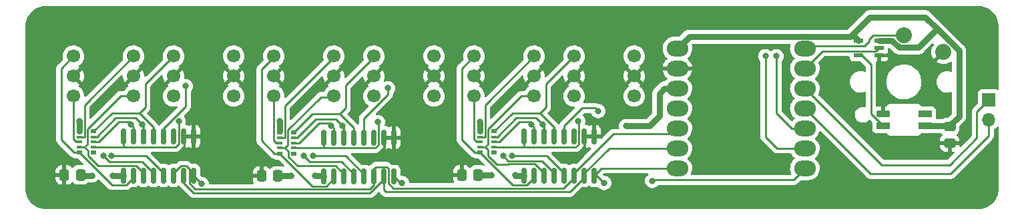
<source format=gbl>
G04 #@! TF.GenerationSoftware,KiCad,Pcbnew,(6.0.6-0)*
G04 #@! TF.CreationDate,2022-09-14T12:48:58-04:00*
G04 #@! TF.ProjectId,dial_toner_mx,6469616c-5f74-46f6-9e65-725f6d782e6b,rev?*
G04 #@! TF.SameCoordinates,Original*
G04 #@! TF.FileFunction,Copper,L2,Bot*
G04 #@! TF.FilePolarity,Positive*
%FSLAX46Y46*%
G04 Gerber Fmt 4.6, Leading zero omitted, Abs format (unit mm)*
G04 Created by KiCad (PCBNEW (6.0.6-0)) date 2022-09-14 12:48:58*
%MOMM*%
%LPD*%
G01*
G04 APERTURE LIST*
G04 Aperture macros list*
%AMRoundRect*
0 Rectangle with rounded corners*
0 $1 Rounding radius*
0 $2 $3 $4 $5 $6 $7 $8 $9 X,Y pos of 4 corners*
0 Add a 4 corners polygon primitive as box body*
4,1,4,$2,$3,$4,$5,$6,$7,$8,$9,$2,$3,0*
0 Add four circle primitives for the rounded corners*
1,1,$1+$1,$2,$3*
1,1,$1+$1,$4,$5*
1,1,$1+$1,$6,$7*
1,1,$1+$1,$8,$9*
0 Add four rect primitives between the rounded corners*
20,1,$1+$1,$2,$3,$4,$5,0*
20,1,$1+$1,$4,$5,$6,$7,0*
20,1,$1+$1,$6,$7,$8,$9,0*
20,1,$1+$1,$8,$9,$2,$3,0*%
G04 Aperture macros list end*
G04 #@! TA.AperFunction,ComponentPad*
%ADD10R,1.700000X1.700000*%
G04 #@! TD*
G04 #@! TA.AperFunction,ComponentPad*
%ADD11O,1.700000X1.700000*%
G04 #@! TD*
G04 #@! TA.AperFunction,SMDPad,CuDef*
%ADD12RoundRect,0.250000X0.337500X0.475000X-0.337500X0.475000X-0.337500X-0.475000X0.337500X-0.475000X0*%
G04 #@! TD*
G04 #@! TA.AperFunction,SMDPad,CuDef*
%ADD13RoundRect,0.250000X-0.475000X0.337500X-0.475000X-0.337500X0.475000X-0.337500X0.475000X0.337500X0*%
G04 #@! TD*
G04 #@! TA.AperFunction,ComponentPad*
%ADD14C,1.700000*%
G04 #@! TD*
G04 #@! TA.AperFunction,ComponentPad*
%ADD15C,2.032000*%
G04 #@! TD*
G04 #@! TA.AperFunction,SMDPad,CuDef*
%ADD16R,0.800000X0.480000*%
G04 #@! TD*
G04 #@! TA.AperFunction,SMDPad,CuDef*
%ADD17R,0.800000X0.320000*%
G04 #@! TD*
G04 #@! TA.AperFunction,SMDPad,CuDef*
%ADD18R,1.270000X0.558800*%
G04 #@! TD*
G04 #@! TA.AperFunction,SMDPad,CuDef*
%ADD19R,1.700000X0.820000*%
G04 #@! TD*
G04 #@! TA.AperFunction,SMDPad,CuDef*
%ADD20RoundRect,0.205000X0.645000X0.205000X-0.645000X0.205000X-0.645000X-0.205000X0.645000X-0.205000X0*%
G04 #@! TD*
G04 #@! TA.AperFunction,SMDPad,CuDef*
%ADD21RoundRect,0.150000X-0.150000X0.825000X-0.150000X-0.825000X0.150000X-0.825000X0.150000X0.825000X0*%
G04 #@! TD*
G04 #@! TA.AperFunction,SMDPad,CuDef*
%ADD22O,2.748280X1.998980*%
G04 #@! TD*
G04 #@! TA.AperFunction,ViaPad*
%ADD23C,0.800000*%
G04 #@! TD*
G04 #@! TA.AperFunction,Conductor*
%ADD24C,0.250000*%
G04 #@! TD*
G04 #@! TA.AperFunction,Conductor*
%ADD25C,0.750000*%
G04 #@! TD*
G04 APERTURE END LIST*
D10*
X208534000Y-128270000D03*
D11*
X208534000Y-130810000D03*
D12*
X93366500Y-137795000D03*
X91291500Y-137795000D03*
X143785500Y-137795000D03*
X141710500Y-137795000D03*
X118385500Y-137922000D03*
X116310500Y-137922000D03*
D13*
X203581000Y-131656000D03*
X203581000Y-133731000D03*
D14*
X143256000Y-122682000D03*
X143256000Y-125222000D03*
X143256000Y-127762000D03*
X150876000Y-122682000D03*
X150876000Y-125222000D03*
X150876000Y-127762000D03*
D15*
X197790000Y-120058000D03*
X202790000Y-122158000D03*
D14*
X105156000Y-122682000D03*
X105156000Y-125222000D03*
X105156000Y-127762000D03*
X112776000Y-122682000D03*
X112776000Y-125222000D03*
X112776000Y-127762000D03*
X130556000Y-122682000D03*
X130556000Y-125222000D03*
X130556000Y-127762000D03*
X138176000Y-122682000D03*
X138176000Y-125222000D03*
X138176000Y-127762000D03*
X117856000Y-122682000D03*
X117856000Y-125222000D03*
X117856000Y-127762000D03*
X125476000Y-122682000D03*
X125476000Y-125222000D03*
X125476000Y-127762000D03*
X155956000Y-122682000D03*
X155956000Y-125222000D03*
X155956000Y-127762000D03*
X163576000Y-122682000D03*
X163576000Y-125222000D03*
X163576000Y-127762000D03*
X92456000Y-122682000D03*
X92456000Y-125222000D03*
X92456000Y-127762000D03*
X100076000Y-122682000D03*
X100076000Y-125222000D03*
X100076000Y-127762000D03*
D16*
X145807000Y-132244000D03*
D17*
X145807000Y-132964000D03*
X145807000Y-133604000D03*
X145807000Y-134244000D03*
D16*
X145807000Y-134964000D03*
X144007000Y-134964000D03*
D17*
X144007000Y-134244000D03*
X144007000Y-133604000D03*
X144007000Y-132964000D03*
D16*
X144007000Y-132244000D03*
D18*
X194640400Y-120700200D03*
X194640400Y-121640000D03*
X194640400Y-122579800D03*
X192049600Y-122579800D03*
X192049600Y-120700200D03*
D16*
X120407000Y-132371000D03*
D17*
X120407000Y-133091000D03*
X120407000Y-133731000D03*
X120407000Y-134371000D03*
D16*
X120407000Y-135091000D03*
X118607000Y-135091000D03*
D17*
X118607000Y-134371000D03*
X118607000Y-133731000D03*
X118607000Y-133091000D03*
D16*
X118607000Y-132371000D03*
D19*
X200457000Y-131534000D03*
X200457000Y-130034000D03*
D20*
X195123000Y-130034000D03*
D19*
X195123000Y-131534000D03*
D16*
X95007000Y-132244000D03*
D17*
X95007000Y-132964000D03*
X95007000Y-133604000D03*
X95007000Y-134244000D03*
D16*
X95007000Y-134964000D03*
X93207000Y-134964000D03*
D17*
X93207000Y-134244000D03*
X93207000Y-133604000D03*
X93207000Y-132964000D03*
D16*
X93207000Y-132244000D03*
D21*
X149606000Y-132907000D03*
X150876000Y-132907000D03*
X152146000Y-132907000D03*
X153416000Y-132907000D03*
X154686000Y-132907000D03*
X155956000Y-132907000D03*
X157226000Y-132907000D03*
X158496000Y-132907000D03*
X158496000Y-137857000D03*
X157226000Y-137857000D03*
X155956000Y-137857000D03*
X154686000Y-137857000D03*
X153416000Y-137857000D03*
X152146000Y-137857000D03*
X150876000Y-137857000D03*
X149606000Y-137857000D03*
D22*
X185221880Y-121709180D03*
X185221880Y-124249180D03*
X185221880Y-126789180D03*
X185221880Y-129329180D03*
X185221880Y-131869180D03*
X185221880Y-134409180D03*
X185221880Y-136949180D03*
X169057320Y-136949180D03*
X169057320Y-134409180D03*
X169057320Y-131869180D03*
X169057320Y-129329180D03*
X169057320Y-126789180D03*
X169057320Y-124249180D03*
X169057320Y-121709180D03*
D21*
X124206000Y-133034000D03*
X125476000Y-133034000D03*
X126746000Y-133034000D03*
X128016000Y-133034000D03*
X129286000Y-133034000D03*
X130556000Y-133034000D03*
X131826000Y-133034000D03*
X133096000Y-133034000D03*
X133096000Y-137984000D03*
X131826000Y-137984000D03*
X130556000Y-137984000D03*
X129286000Y-137984000D03*
X128016000Y-137984000D03*
X126746000Y-137984000D03*
X125476000Y-137984000D03*
X124206000Y-137984000D03*
X98806000Y-132907000D03*
X100076000Y-132907000D03*
X101346000Y-132907000D03*
X102616000Y-132907000D03*
X103886000Y-132907000D03*
X105156000Y-132907000D03*
X106426000Y-132907000D03*
X107696000Y-132907000D03*
X107696000Y-137857000D03*
X106426000Y-137857000D03*
X105156000Y-137857000D03*
X103886000Y-137857000D03*
X102616000Y-137857000D03*
X101346000Y-137857000D03*
X100076000Y-137857000D03*
X98806000Y-137857000D03*
D23*
X145415000Y-137795000D03*
X120015000Y-137922000D03*
X94805500Y-137858500D03*
X201803000Y-133858000D03*
X97409000Y-137922000D03*
X162560000Y-131572000D03*
X93201500Y-130937000D03*
X118607500Y-130937000D03*
X123063000Y-137922000D03*
X144007500Y-131064000D03*
X148463000Y-137795000D03*
X134112000Y-138811000D03*
X108712000Y-138938000D03*
X159766000Y-138811000D03*
X106680000Y-126492000D03*
X181610000Y-122682000D03*
X180213000Y-122682000D03*
X132334000Y-126746000D03*
X165862000Y-138557000D03*
X159004000Y-129667000D03*
X101155500Y-131381500D03*
X99758500Y-131381500D03*
X105791000Y-130937000D03*
X96266000Y-135382000D03*
X97282000Y-135382000D03*
X126561500Y-131513500D03*
X125164500Y-131513500D03*
X131064000Y-131064000D03*
X121666000Y-135382000D03*
X122809000Y-135382000D03*
X151961500Y-131386500D03*
X150564500Y-131386500D03*
X156464000Y-130937000D03*
X146939000Y-135382000D03*
X148088000Y-135365500D03*
D24*
X185221880Y-126789180D02*
X185221880Y-126801880D01*
X185221880Y-126801880D02*
X194945000Y-136525000D01*
X194945000Y-136525000D02*
X203581000Y-136525000D01*
X203581000Y-136525000D02*
X207013496Y-133092504D01*
X207013496Y-133092504D02*
X207013496Y-129790504D01*
X207013496Y-129790504D02*
X208534000Y-128270000D01*
X185221880Y-129329180D02*
X193560700Y-137668000D01*
X193560700Y-137668000D02*
X203708000Y-137668000D01*
X203708000Y-137668000D02*
X208534000Y-132842000D01*
X208534000Y-132842000D02*
X208534000Y-130810000D01*
D25*
X145415000Y-137795000D02*
X143785500Y-137795000D01*
X120015000Y-137922000D02*
X118385500Y-137922000D01*
X94805500Y-137858500D02*
X93430000Y-137858500D01*
X93430000Y-137858500D02*
X93366500Y-137795000D01*
X167406320Y-126789180D02*
X169057320Y-126789180D01*
X203559500Y-131572000D02*
X200495000Y-131572000D01*
X200495000Y-131572000D02*
X200457000Y-131534000D01*
X201993389Y-119214611D02*
X204775000Y-121996223D01*
X204775000Y-121996223D02*
X204775000Y-130356500D01*
X204775000Y-130356500D02*
X203559500Y-131572000D01*
D24*
X185221880Y-121709180D02*
X185519060Y-121412000D01*
X193864200Y-120058000D02*
X197790000Y-120058000D01*
X185519060Y-121412000D02*
X192756200Y-121412000D01*
X193345000Y-120577200D02*
X193864200Y-120058000D01*
X192756200Y-121412000D02*
X193345000Y-120823200D01*
X193345000Y-120823200D02*
X193345000Y-120577200D01*
X185221880Y-124249180D02*
X187422660Y-122048400D01*
X187422660Y-122048400D02*
X194232000Y-122048400D01*
X194232000Y-122048400D02*
X194640400Y-121640000D01*
D25*
X169057320Y-121709180D02*
X170558810Y-120207690D01*
X170558810Y-120207690D02*
X190988336Y-120207690D01*
X190988336Y-120207690D02*
X191272713Y-119923313D01*
D24*
X169057320Y-131869180D02*
X168338500Y-132588000D01*
X168338500Y-132588000D02*
X160951486Y-132588000D01*
X160951486Y-132588000D02*
X155956000Y-137583486D01*
X155956000Y-137583486D02*
X155956000Y-137857000D01*
X157226000Y-137857000D02*
X157226000Y-137583486D01*
X157226000Y-137583486D02*
X160400306Y-134409180D01*
X160400306Y-134409180D02*
X169057320Y-134409180D01*
X158496000Y-137857000D02*
X159403820Y-136949180D01*
X159403820Y-136949180D02*
X169057320Y-136949180D01*
X165862000Y-138557000D02*
X165989000Y-138430000D01*
X165989000Y-138430000D02*
X183804560Y-138430000D01*
X183804560Y-138430000D02*
X185257440Y-136977120D01*
X180213000Y-122682000D02*
X180213000Y-132969000D01*
X180213000Y-132969000D02*
X181653180Y-134409180D01*
X181653180Y-134409180D02*
X185221880Y-134409180D01*
X183570880Y-131869180D02*
X185221880Y-131869180D01*
D25*
X162560000Y-131572000D02*
X165481000Y-131572000D01*
X165481000Y-131572000D02*
X166751000Y-130302000D01*
X166751000Y-130302000D02*
X166751000Y-127444500D01*
X166751000Y-127444500D02*
X167406320Y-126789180D01*
D24*
X192405200Y-122579800D02*
X193599000Y-123773600D01*
X193599000Y-123773600D02*
X193599000Y-130010000D01*
X192049600Y-122579800D02*
X192405200Y-122579800D01*
X193599000Y-130010000D02*
X195123000Y-131534000D01*
D25*
X194640400Y-120700200D02*
X196285423Y-120700200D01*
X192049600Y-120700200D02*
X191272713Y-119923313D01*
X191272713Y-119923313D02*
X193478414Y-117717612D01*
X200496389Y-117717612D02*
X201993389Y-119214611D01*
X193478414Y-117717612D02*
X200496389Y-117717612D01*
X199632000Y-121576000D02*
X201993389Y-119214611D01*
X197161223Y-121576000D02*
X199632000Y-121576000D01*
X196285423Y-120700200D02*
X197161223Y-121576000D01*
X123063000Y-137922000D02*
X124144000Y-137922000D01*
X149606000Y-137857000D02*
X148525000Y-137857000D01*
X144007000Y-131064500D02*
X144007500Y-131064000D01*
X144007000Y-132244000D02*
X144007000Y-131064500D01*
X148525000Y-137857000D02*
X148463000Y-137795000D01*
X118607000Y-130937500D02*
X118607500Y-130937000D01*
X97409000Y-137922000D02*
X98741000Y-137922000D01*
X124144000Y-137922000D02*
X124206000Y-137984000D01*
X98741000Y-137922000D02*
X98806000Y-137857000D01*
X118607000Y-132244000D02*
X118607000Y-130937500D01*
X93207000Y-132244000D02*
X93207000Y-130942500D01*
X93207000Y-130942500D02*
X93201500Y-130937000D01*
D24*
X132378000Y-138855000D02*
X132378000Y-136992486D01*
X130832000Y-136757000D02*
X130556000Y-137033000D01*
X107144000Y-138848514D02*
X107144000Y-137031486D01*
X130556000Y-139065000D02*
X130028000Y-139593000D01*
X107888486Y-139593000D02*
X107144000Y-138848514D01*
X132142514Y-136757000D02*
X130832000Y-136757000D01*
X130556000Y-137984000D02*
X130556000Y-139065000D01*
X155956000Y-138130514D02*
X154620514Y-139466000D01*
X107144000Y-137031486D02*
X106742514Y-136630000D01*
X155956000Y-137857000D02*
X155956000Y-138130514D01*
X130556000Y-137033000D02*
X130556000Y-137984000D01*
X106742514Y-136630000D02*
X106109486Y-136630000D01*
X132989000Y-139466000D02*
X132378000Y-138855000D01*
X154620514Y-139466000D02*
X132989000Y-139466000D01*
X130028000Y-139593000D02*
X107888486Y-139593000D01*
X132378000Y-136992486D02*
X132142514Y-136757000D01*
X106109486Y-136630000D02*
X105156000Y-137583486D01*
X157226000Y-137857000D02*
X157226000Y-138131500D01*
X132086486Y-139954000D02*
X131826000Y-139693514D01*
X130073158Y-140081000D02*
X107696000Y-140081000D01*
X157226000Y-138130514D02*
X155402514Y-139954000D01*
X131826000Y-137984000D02*
X131826000Y-138328158D01*
X106426000Y-138811000D02*
X106426000Y-137857000D01*
X155402514Y-139954000D02*
X132086486Y-139954000D01*
X131826000Y-139693514D02*
X131826000Y-137984000D01*
X157226000Y-137857000D02*
X157226000Y-138130514D01*
X107696000Y-140081000D02*
X106426000Y-138811000D01*
X131826000Y-138328158D02*
X130073158Y-140081000D01*
X158496000Y-137857000D02*
X158812000Y-137857000D01*
X133923000Y-138811000D02*
X133096000Y-137984000D01*
X108712000Y-138873000D02*
X107696000Y-137857000D01*
X158812000Y-137857000D02*
X159766000Y-138811000D01*
X134112000Y-138811000D02*
X133923000Y-138811000D01*
X108712000Y-138938000D02*
X108712000Y-138873000D01*
X106680000Y-129125932D02*
X103886000Y-131919932D01*
X103886000Y-131919932D02*
X103886000Y-132907000D01*
X183570880Y-131869180D02*
X181610000Y-129908300D01*
X181610000Y-129908300D02*
X181610000Y-122682000D01*
X106680000Y-126492000D02*
X106680000Y-129125932D01*
X132334000Y-126746000D02*
X132334000Y-127542464D01*
X129286000Y-130590464D02*
X129286000Y-133034000D01*
X132334000Y-127542464D02*
X129286000Y-130590464D01*
X158623000Y-129286000D02*
X156972000Y-129286000D01*
X159004000Y-129667000D02*
X158623000Y-129286000D01*
X156972000Y-129286000D02*
X154686000Y-131572000D01*
X154686000Y-131572000D02*
X154686000Y-132907000D01*
X101588512Y-126249488D02*
X105156000Y-122682000D01*
X102616000Y-131699000D02*
X102616000Y-132907000D01*
X97330000Y-129921000D02*
X100838000Y-129921000D01*
X101588512Y-129170488D02*
X101588512Y-126249488D01*
X100838000Y-129921000D02*
X101588512Y-129170488D01*
X95007000Y-132244000D02*
X97330000Y-129921000D01*
X100838000Y-129921000D02*
X102616000Y-131699000D01*
X101346000Y-131572000D02*
X101346000Y-132907000D01*
X101155500Y-131381500D02*
X101346000Y-131572000D01*
X100330000Y-130556000D02*
X101155500Y-131381500D01*
X97790000Y-130556000D02*
X100330000Y-130556000D01*
X95007000Y-132964000D02*
X95382000Y-132964000D01*
X95382000Y-132964000D02*
X97790000Y-130556000D01*
X100076000Y-131699000D02*
X100076000Y-132907000D01*
X99758500Y-131381500D02*
X100076000Y-131699000D01*
X95007000Y-133604000D02*
X95631000Y-133604000D01*
X99441000Y-131064000D02*
X99758500Y-131381500D01*
X98171000Y-131064000D02*
X99441000Y-131064000D01*
X95631000Y-133604000D02*
X98171000Y-131064000D01*
X98933000Y-134239000D02*
X97409000Y-134239000D01*
X98806000Y-134112000D02*
X98933000Y-134239000D01*
X105367514Y-134239000D02*
X98933000Y-134239000D01*
X97469000Y-134244000D02*
X95007000Y-134244000D01*
X98806000Y-132907000D02*
X98806000Y-134112000D01*
X105791000Y-130937000D02*
X105791000Y-133815514D01*
X105791000Y-133815514D02*
X105367514Y-134239000D01*
X97327000Y-139084000D02*
X99122514Y-139084000D01*
X93207000Y-134964000D02*
X92557000Y-134964000D01*
X99122514Y-139084000D02*
X100076000Y-138130514D01*
X92557000Y-134964000D02*
X90910978Y-133317978D01*
X100076000Y-138130514D02*
X100076000Y-137857000D01*
X90910978Y-124227022D02*
X92456000Y-122682000D01*
X93207000Y-134964000D02*
X97327000Y-139084000D01*
X90910978Y-133317978D02*
X90910978Y-124227022D01*
X101346000Y-137583486D02*
X101346000Y-137857000D01*
X93857000Y-134244000D02*
X94236000Y-133865000D01*
X94355000Y-134742000D02*
X94355000Y-135376000D01*
X100392514Y-136630000D02*
X101346000Y-137583486D01*
X95609000Y-136630000D02*
X100392514Y-136630000D01*
X94236000Y-133865000D02*
X94236000Y-131951000D01*
X98425000Y-127762000D02*
X100076000Y-127762000D01*
X93857000Y-134244000D02*
X94355000Y-134742000D01*
X94236000Y-131951000D02*
X98425000Y-127762000D01*
X94355000Y-135376000D02*
X95609000Y-136630000D01*
X93207000Y-134244000D02*
X93857000Y-134244000D01*
X92456000Y-133277000D02*
X92783000Y-133604000D01*
X102616000Y-137583486D02*
X102616000Y-137857000D01*
X92456000Y-127762000D02*
X92456000Y-133277000D01*
X101176514Y-136144000D02*
X102616000Y-137583486D01*
X97028000Y-136144000D02*
X101176514Y-136144000D01*
X92783000Y-133604000D02*
X93207000Y-133604000D01*
X96266000Y-135382000D02*
X97028000Y-136144000D01*
X93853000Y-131752000D02*
X93853000Y-128905000D01*
X93853000Y-128905000D02*
X100076000Y-122682000D01*
X101684514Y-135382000D02*
X103886000Y-137583486D01*
X93859000Y-131758000D02*
X93853000Y-131752000D01*
X93859000Y-132962000D02*
X93859000Y-131758000D01*
X103886000Y-137583486D02*
X103886000Y-137857000D01*
X93207000Y-132964000D02*
X93857000Y-132964000D01*
X93857000Y-132964000D02*
X93859000Y-132962000D01*
X97282000Y-135382000D02*
X101684514Y-135382000D01*
X126244000Y-130053000D02*
X128022000Y-131831000D01*
X128022000Y-131831000D02*
X128022000Y-133039000D01*
X122736000Y-130053000D02*
X126244000Y-130053000D01*
X126244000Y-130053000D02*
X126994512Y-129302488D01*
X120413000Y-132376000D02*
X122736000Y-130053000D01*
X126994512Y-126381488D02*
X130562000Y-122814000D01*
X126994512Y-129302488D02*
X126994512Y-126381488D01*
X126561500Y-131513500D02*
X126752000Y-131704000D01*
X123196000Y-130688000D02*
X125736000Y-130688000D01*
X125736000Y-130688000D02*
X126561500Y-131513500D01*
X120788000Y-133096000D02*
X123196000Y-130688000D01*
X126752000Y-131704000D02*
X126752000Y-133039000D01*
X120413000Y-133096000D02*
X120788000Y-133096000D01*
X121037000Y-133736000D02*
X123577000Y-131196000D01*
X123577000Y-131196000D02*
X124847000Y-131196000D01*
X124847000Y-131196000D02*
X125164500Y-131513500D01*
X125482000Y-131831000D02*
X125482000Y-133039000D01*
X120413000Y-133736000D02*
X121037000Y-133736000D01*
X125164500Y-131513500D02*
X125482000Y-131831000D01*
X124196000Y-133044000D02*
X124196000Y-134376000D01*
X131108000Y-131108000D02*
X131108000Y-134025514D01*
X131108000Y-134025514D02*
X130757514Y-134376000D01*
X124196000Y-134376000D02*
X120413000Y-134376000D01*
X124206000Y-133034000D02*
X124196000Y-133044000D01*
X130757514Y-134376000D02*
X124196000Y-134376000D01*
X131064000Y-131064000D02*
X131108000Y-131108000D01*
X116316978Y-133449978D02*
X116316978Y-124359022D01*
X125482000Y-138262514D02*
X125482000Y-137989000D01*
X122733000Y-139216000D02*
X124528514Y-139216000D01*
X124528514Y-139216000D02*
X125482000Y-138262514D01*
X118613000Y-135096000D02*
X122733000Y-139216000D01*
X118613000Y-135096000D02*
X117963000Y-135096000D01*
X117963000Y-135096000D02*
X116316978Y-133449978D01*
X116316978Y-124359022D02*
X117862000Y-122814000D01*
X118613000Y-134376000D02*
X119263000Y-134376000D01*
X119263000Y-134376000D02*
X119755000Y-134868000D01*
X119642000Y-133997000D02*
X119642000Y-132083000D01*
X120905000Y-136652000D02*
X125688514Y-136652000D01*
X119755000Y-134868000D02*
X119755000Y-135502000D01*
X123831000Y-127894000D02*
X125482000Y-127894000D01*
X119642000Y-132083000D02*
X123831000Y-127894000D01*
X126752000Y-137715486D02*
X126752000Y-137989000D01*
X119755000Y-135502000D02*
X120905000Y-136652000D01*
X119263000Y-134376000D02*
X119642000Y-133997000D01*
X125688514Y-136652000D02*
X126752000Y-137715486D01*
X121666000Y-135382000D02*
X122428000Y-136144000D01*
X117862000Y-127894000D02*
X117862000Y-133409000D01*
X117862000Y-133409000D02*
X118189000Y-133736000D01*
X126450514Y-136144000D02*
X128022000Y-137715486D01*
X122428000Y-136144000D02*
X126450514Y-136144000D01*
X118189000Y-133736000D02*
X118613000Y-133736000D01*
X128022000Y-137715486D02*
X128022000Y-137989000D01*
X119265000Y-133094000D02*
X119265000Y-131890000D01*
X119259000Y-129037000D02*
X125482000Y-122814000D01*
X118613000Y-133096000D02*
X119263000Y-133096000D01*
X119259000Y-131884000D02*
X119259000Y-129037000D01*
X119265000Y-131890000D02*
X119259000Y-131884000D01*
X119263000Y-133096000D02*
X119265000Y-133094000D01*
X122809000Y-135382000D02*
X126958514Y-135382000D01*
X129292000Y-137715486D02*
X129292000Y-137989000D01*
X126958514Y-135382000D02*
X129292000Y-137715486D01*
X153422000Y-131704000D02*
X153422000Y-132912000D01*
X148136000Y-129926000D02*
X151644000Y-129926000D01*
X152394512Y-126254488D02*
X155962000Y-122687000D01*
X151644000Y-129926000D02*
X152394512Y-129175488D01*
X145813000Y-132249000D02*
X148136000Y-129926000D01*
X152394512Y-129175488D02*
X152394512Y-126254488D01*
X151644000Y-129926000D02*
X153422000Y-131704000D01*
X151136000Y-130561000D02*
X151961500Y-131386500D01*
X148596000Y-130561000D02*
X151136000Y-130561000D01*
X145813000Y-132969000D02*
X146188000Y-132969000D01*
X152152000Y-131577000D02*
X152152000Y-132912000D01*
X146188000Y-132969000D02*
X148596000Y-130561000D01*
X151961500Y-131386500D02*
X152152000Y-131577000D01*
X150882000Y-131704000D02*
X150882000Y-132912000D01*
X148977000Y-131069000D02*
X150247000Y-131069000D01*
X150247000Y-131069000D02*
X150564500Y-131386500D01*
X146437000Y-133609000D02*
X148977000Y-131069000D01*
X150564500Y-131386500D02*
X150882000Y-131704000D01*
X145813000Y-133609000D02*
X146437000Y-133609000D01*
X149596000Y-134249000D02*
X145813000Y-134249000D01*
X156464000Y-130937000D02*
X156508000Y-130981000D01*
X156508000Y-130981000D02*
X156508000Y-133898514D01*
X156157514Y-134249000D02*
X149596000Y-134249000D01*
X149606000Y-134239000D02*
X149596000Y-134249000D01*
X149606000Y-132907000D02*
X149606000Y-134239000D01*
X156508000Y-133898514D02*
X156157514Y-134249000D01*
X150882000Y-138135514D02*
X150882000Y-137862000D01*
X148133000Y-139089000D02*
X149928514Y-139089000D01*
X144013000Y-134969000D02*
X143363000Y-134969000D01*
X143363000Y-134969000D02*
X141716978Y-133322978D01*
X141716978Y-133322978D02*
X141716978Y-124232022D01*
X149928514Y-139089000D02*
X150882000Y-138135514D01*
X144013000Y-134969000D02*
X148133000Y-139089000D01*
X141716978Y-124232022D02*
X143262000Y-122687000D01*
X145042000Y-133870000D02*
X145042000Y-131956000D01*
X144663000Y-134249000D02*
X145042000Y-133870000D01*
X149231000Y-127767000D02*
X150882000Y-127767000D01*
X145034000Y-134620000D02*
X145034000Y-135335000D01*
X152152000Y-137588486D02*
X152152000Y-137862000D01*
X150961514Y-136398000D02*
X152152000Y-137588486D01*
X146119000Y-136420000D02*
X147596068Y-136420000D01*
X147596068Y-136420000D02*
X147618068Y-136398000D01*
X145042000Y-131956000D02*
X149231000Y-127767000D01*
X147618068Y-136398000D02*
X150961514Y-136398000D01*
X144663000Y-134249000D02*
X145034000Y-134620000D01*
X144013000Y-134249000D02*
X144663000Y-134249000D01*
X145034000Y-135335000D02*
X146119000Y-136420000D01*
X153422000Y-137588486D02*
X153422000Y-137862000D01*
X147574000Y-136017000D02*
X151850514Y-136017000D01*
X143262000Y-127767000D02*
X143262000Y-133282000D01*
X143589000Y-133609000D02*
X144013000Y-133609000D01*
X146939000Y-135382000D02*
X147574000Y-136017000D01*
X151850514Y-136017000D02*
X153422000Y-137588486D01*
X143262000Y-133282000D02*
X143589000Y-133609000D01*
X148104500Y-135382000D02*
X152485514Y-135382000D01*
X154692000Y-137588486D02*
X154692000Y-137862000D01*
X152485514Y-135382000D02*
X154692000Y-137588486D01*
X144659000Y-128910000D02*
X150882000Y-122687000D01*
X144663000Y-132969000D02*
X144665000Y-132967000D01*
X144665000Y-131763000D02*
X144659000Y-131757000D01*
X144665000Y-132967000D02*
X144665000Y-131763000D01*
X144013000Y-132969000D02*
X144663000Y-132969000D01*
X144659000Y-131757000D02*
X144659000Y-128910000D01*
X148088000Y-135365500D02*
X148104500Y-135382000D01*
G04 #@! TA.AperFunction,Conductor*
G36*
X142970008Y-116332499D02*
G01*
X207218367Y-116332500D01*
X207237755Y-116334001D01*
X207252579Y-116336310D01*
X207252588Y-116336310D01*
X207261456Y-116337691D01*
X207279452Y-116335338D01*
X207302848Y-116334472D01*
X207423141Y-116341229D01*
X207545007Y-116348075D01*
X207559037Y-116349656D01*
X207825855Y-116394994D01*
X207839615Y-116398135D01*
X208099544Y-116473022D01*
X208099672Y-116473059D01*
X208113008Y-116477726D01*
X208363036Y-116581294D01*
X208375743Y-116587412D01*
X208612634Y-116718340D01*
X208624575Y-116725844D01*
X208845305Y-116882462D01*
X208856344Y-116891267D01*
X209058132Y-117071598D01*
X209068123Y-117081589D01*
X209248453Y-117283381D01*
X209257263Y-117294428D01*
X209413869Y-117515146D01*
X209421379Y-117527096D01*
X209552279Y-117763946D01*
X209552293Y-117763971D01*
X209558423Y-117776701D01*
X209661985Y-118026724D01*
X209666652Y-118040061D01*
X209741571Y-118300114D01*
X209744715Y-118313889D01*
X209790047Y-118580693D01*
X209791628Y-118594728D01*
X209797286Y-118695460D01*
X209804829Y-118829779D01*
X209803526Y-118856230D01*
X209802048Y-118865724D01*
X209803212Y-118874626D01*
X209803212Y-118874628D01*
X209806175Y-118897283D01*
X209807239Y-118913621D01*
X209807239Y-126854854D01*
X209787237Y-126922975D01*
X209733581Y-126969468D01*
X209663307Y-126979572D01*
X209630933Y-126968777D01*
X209630705Y-126969385D01*
X209494316Y-126918255D01*
X209432134Y-126911500D01*
X207635866Y-126911500D01*
X207573684Y-126918255D01*
X207437295Y-126969385D01*
X207320739Y-127056739D01*
X207233385Y-127173295D01*
X207182255Y-127309684D01*
X207175500Y-127371866D01*
X207175500Y-128680405D01*
X207155498Y-128748526D01*
X207138595Y-128769500D01*
X206621243Y-129286852D01*
X206612957Y-129294392D01*
X206606478Y-129298504D01*
X206562067Y-129345798D01*
X206559857Y-129348151D01*
X206557101Y-129350994D01*
X206537361Y-129370734D01*
X206534881Y-129373931D01*
X206527178Y-129382951D01*
X206496910Y-129415183D01*
X206493091Y-129422129D01*
X206493089Y-129422132D01*
X206487148Y-129432938D01*
X206476297Y-129449457D01*
X206463882Y-129465463D01*
X206460737Y-129472732D01*
X206460734Y-129472736D01*
X206446322Y-129506041D01*
X206441105Y-129516691D01*
X206419801Y-129555444D01*
X206417830Y-129563119D01*
X206417830Y-129563120D01*
X206414763Y-129575066D01*
X206408359Y-129593770D01*
X206400315Y-129612359D01*
X206399076Y-129620182D01*
X206399073Y-129620192D01*
X206393397Y-129656028D01*
X206390991Y-129667648D01*
X206386499Y-129685146D01*
X206379996Y-129710474D01*
X206379996Y-129730728D01*
X206378445Y-129750438D01*
X206375276Y-129770447D01*
X206378651Y-129806145D01*
X206379437Y-129814465D01*
X206379996Y-129826323D01*
X206379996Y-132777909D01*
X206359994Y-132846030D01*
X206343091Y-132867004D01*
X205029095Y-134181000D01*
X204966783Y-134215026D01*
X204895968Y-134209961D01*
X204839132Y-134167414D01*
X204814321Y-134100894D01*
X204814000Y-134091905D01*
X204814000Y-134003115D01*
X204809525Y-133987876D01*
X204808135Y-133986671D01*
X204800452Y-133985000D01*
X203853115Y-133985000D01*
X203837876Y-133989475D01*
X203836671Y-133990865D01*
X203835000Y-133998548D01*
X203835000Y-134808384D01*
X203839475Y-134823623D01*
X203840865Y-134824828D01*
X203848548Y-134826499D01*
X204079406Y-134826499D01*
X204147527Y-134846501D01*
X204194020Y-134900157D01*
X204204124Y-134970431D01*
X204174630Y-135035011D01*
X204168501Y-135041594D01*
X203355500Y-135854595D01*
X203293188Y-135888621D01*
X203266405Y-135891500D01*
X195259595Y-135891500D01*
X195191474Y-135871498D01*
X195170500Y-135854595D01*
X193431500Y-134115595D01*
X202348001Y-134115595D01*
X202348338Y-134122114D01*
X202358257Y-134217706D01*
X202361149Y-134231100D01*
X202412588Y-134385284D01*
X202418761Y-134398462D01*
X202504063Y-134536307D01*
X202513099Y-134547708D01*
X202627829Y-134662239D01*
X202639240Y-134671251D01*
X202777243Y-134756316D01*
X202790424Y-134762463D01*
X202944710Y-134813638D01*
X202958086Y-134816505D01*
X203052438Y-134826172D01*
X203058854Y-134826500D01*
X203308885Y-134826500D01*
X203324124Y-134822025D01*
X203325329Y-134820635D01*
X203327000Y-134812952D01*
X203327000Y-134003115D01*
X203322525Y-133987876D01*
X203321135Y-133986671D01*
X203313452Y-133985000D01*
X202366116Y-133985000D01*
X202350877Y-133989475D01*
X202349672Y-133990865D01*
X202348001Y-133998548D01*
X202348001Y-134115595D01*
X193431500Y-134115595D01*
X186955162Y-127639257D01*
X186921136Y-127576945D01*
X186926201Y-127506130D01*
X186935359Y-127486780D01*
X186958365Y-127447253D01*
X186958368Y-127447247D01*
X186960909Y-127442881D01*
X187000534Y-127339654D01*
X187046057Y-127221062D01*
X187046058Y-127221059D01*
X187047872Y-127216333D01*
X187097496Y-126978796D01*
X187097924Y-126969385D01*
X187106327Y-126784315D01*
X187108504Y-126736381D01*
X187107741Y-126729782D01*
X187089147Y-126569082D01*
X187080613Y-126495324D01*
X187074859Y-126474987D01*
X187015918Y-126266696D01*
X187015917Y-126266694D01*
X187014540Y-126261827D01*
X187012406Y-126257252D01*
X187012404Y-126257245D01*
X186914122Y-126046479D01*
X186914120Y-126046475D01*
X186911985Y-126041897D01*
X186870518Y-125980880D01*
X186778433Y-125845381D01*
X186778430Y-125845377D01*
X186775587Y-125841194D01*
X186608855Y-125664879D01*
X186549817Y-125619741D01*
X186507851Y-125562479D01*
X186503506Y-125491615D01*
X186543023Y-125425133D01*
X186681019Y-125303474D01*
X186681022Y-125303471D01*
X186684816Y-125300126D01*
X186697067Y-125285212D01*
X186772827Y-125192979D01*
X186838843Y-125112610D01*
X186960909Y-124902881D01*
X186965177Y-124891764D01*
X187046057Y-124681062D01*
X187046058Y-124681059D01*
X187047872Y-124676333D01*
X187097496Y-124438796D01*
X187099296Y-124399168D01*
X187102938Y-124318957D01*
X187108504Y-124196381D01*
X187107617Y-124188710D01*
X187089714Y-124033981D01*
X187080613Y-123955324D01*
X187076968Y-123942441D01*
X187015918Y-123726696D01*
X187015917Y-123726694D01*
X187014540Y-123721827D01*
X186934350Y-123549858D01*
X186923689Y-123479669D01*
X186952669Y-123414856D01*
X186959450Y-123407514D01*
X187293428Y-123073537D01*
X187648161Y-122718804D01*
X187710473Y-122684779D01*
X187737256Y-122681900D01*
X190780100Y-122681900D01*
X190848221Y-122701902D01*
X190894714Y-122755558D01*
X190906100Y-122807900D01*
X190906100Y-122907334D01*
X190912855Y-122969516D01*
X190963985Y-123105905D01*
X191051339Y-123222461D01*
X191167895Y-123309815D01*
X191304284Y-123360945D01*
X191366466Y-123367700D01*
X192245006Y-123367700D01*
X192313127Y-123387702D01*
X192334101Y-123404605D01*
X192928595Y-123999099D01*
X192962621Y-124061411D01*
X192965500Y-124088194D01*
X192965500Y-124577199D01*
X192945498Y-124645320D01*
X192891842Y-124691813D01*
X192821568Y-124701917D01*
X192796515Y-124695640D01*
X192645410Y-124640791D01*
X192640161Y-124639842D01*
X192640158Y-124639841D01*
X192422477Y-124600478D01*
X192422470Y-124600477D01*
X192418393Y-124599740D01*
X192400656Y-124598904D01*
X192395708Y-124598670D01*
X192395701Y-124598670D01*
X192394220Y-124598600D01*
X192232075Y-124598600D01*
X192165119Y-124604281D01*
X192065438Y-124612739D01*
X192065434Y-124612740D01*
X192060127Y-124613190D01*
X192054972Y-124614528D01*
X192054966Y-124614529D01*
X191841997Y-124669805D01*
X191841993Y-124669806D01*
X191836828Y-124671147D01*
X191831962Y-124673339D01*
X191831959Y-124673340D01*
X191729474Y-124719506D01*
X191626485Y-124765899D01*
X191622065Y-124768875D01*
X191622061Y-124768877D01*
X191584350Y-124794266D01*
X191435115Y-124894738D01*
X191268188Y-125053978D01*
X191265000Y-125058263D01*
X191136049Y-125231580D01*
X191130479Y-125239066D01*
X191128064Y-125243816D01*
X191060766Y-125376182D01*
X191025923Y-125444712D01*
X190994345Y-125546409D01*
X190959095Y-125659930D01*
X190959094Y-125659936D01*
X190957511Y-125665033D01*
X190950402Y-125718672D01*
X190934651Y-125837517D01*
X190927200Y-125893732D01*
X190927400Y-125899062D01*
X190927400Y-125899063D01*
X190931364Y-126004659D01*
X190935854Y-126124268D01*
X190983228Y-126350050D01*
X190985186Y-126355009D01*
X190985187Y-126355011D01*
X190992862Y-126374444D01*
X191067967Y-126564622D01*
X191092238Y-126604619D01*
X191175260Y-126741435D01*
X191187647Y-126761849D01*
X191191144Y-126765879D01*
X191333010Y-126929365D01*
X191338847Y-126936092D01*
X191342978Y-126939479D01*
X191513115Y-127078984D01*
X191513121Y-127078988D01*
X191517243Y-127082368D01*
X191717735Y-127196494D01*
X191722751Y-127198315D01*
X191722756Y-127198317D01*
X191929575Y-127273389D01*
X191929579Y-127273390D01*
X191934590Y-127275209D01*
X191939839Y-127276158D01*
X191939842Y-127276159D01*
X192157523Y-127315522D01*
X192157530Y-127315523D01*
X192161607Y-127316260D01*
X192179344Y-127317096D01*
X192184292Y-127317330D01*
X192184299Y-127317330D01*
X192185780Y-127317400D01*
X192347925Y-127317400D01*
X192415526Y-127311664D01*
X192514562Y-127303261D01*
X192514566Y-127303260D01*
X192519873Y-127302810D01*
X192525028Y-127301472D01*
X192525034Y-127301471D01*
X192738003Y-127246195D01*
X192738007Y-127246194D01*
X192743172Y-127244853D01*
X192787751Y-127224772D01*
X192858074Y-127215031D01*
X192922502Y-127244856D01*
X192960578Y-127304779D01*
X192965500Y-127339654D01*
X192965500Y-129060099D01*
X192945498Y-129128220D01*
X192891842Y-129174713D01*
X192821568Y-129184817D01*
X192813738Y-129183437D01*
X192750536Y-129170233D01*
X192680212Y-129155541D01*
X192680208Y-129155541D01*
X192675467Y-129154550D01*
X192670630Y-129154297D01*
X192670626Y-129154296D01*
X192670560Y-129154293D01*
X192668788Y-129154200D01*
X192519033Y-129154200D01*
X192446387Y-129161579D01*
X192373466Y-129168986D01*
X192373465Y-129168986D01*
X192367117Y-129169631D01*
X192172522Y-129230614D01*
X191994163Y-129329479D01*
X191839327Y-129462190D01*
X191714339Y-129623324D01*
X191624304Y-129806299D01*
X191622695Y-129812477D01*
X191622694Y-129812479D01*
X191575631Y-129993158D01*
X191572900Y-130003641D01*
X191570621Y-130047123D01*
X191562703Y-130198226D01*
X191562228Y-130207288D01*
X191592722Y-130408922D01*
X191594928Y-130414917D01*
X191594928Y-130414918D01*
X191654163Y-130575914D01*
X191663137Y-130600306D01*
X191736006Y-130717831D01*
X191756238Y-130750461D01*
X191770598Y-130773622D01*
X191774979Y-130778255D01*
X191774980Y-130778256D01*
X191884420Y-130893986D01*
X191910714Y-130921791D01*
X191915944Y-130925453D01*
X191915945Y-130925454D01*
X192065823Y-131030399D01*
X192077761Y-131038758D01*
X192264916Y-131119747D01*
X192297140Y-131126479D01*
X192459788Y-131160459D01*
X192459792Y-131160459D01*
X192464533Y-131161450D01*
X192469370Y-131161703D01*
X192469374Y-131161704D01*
X192469440Y-131161707D01*
X192471212Y-131161800D01*
X192620967Y-131161800D01*
X192696379Y-131154140D01*
X192766534Y-131147014D01*
X192766535Y-131147014D01*
X192772883Y-131146369D01*
X192967478Y-131085386D01*
X193145837Y-130986521D01*
X193300673Y-130853810D01*
X193320641Y-130828068D01*
X193378195Y-130786502D01*
X193449087Y-130782650D01*
X193509295Y-130816199D01*
X193727595Y-131034499D01*
X193761621Y-131096811D01*
X193764500Y-131123594D01*
X193764500Y-131992134D01*
X193771255Y-132054316D01*
X193822385Y-132190705D01*
X193909739Y-132307261D01*
X194026295Y-132394615D01*
X194162684Y-132445745D01*
X194224866Y-132452500D01*
X195525527Y-132452500D01*
X195593648Y-132472502D01*
X195632090Y-132511267D01*
X195636832Y-132518783D01*
X195644969Y-132533863D01*
X195657208Y-132560782D01*
X195663069Y-132567584D01*
X195673970Y-132580235D01*
X195685073Y-132595239D01*
X195698776Y-132616958D01*
X195705501Y-132622897D01*
X195705504Y-132622901D01*
X195720938Y-132636532D01*
X195732982Y-132648724D01*
X195746427Y-132664327D01*
X195746430Y-132664329D01*
X195752287Y-132671127D01*
X195759816Y-132676007D01*
X195759817Y-132676008D01*
X195773835Y-132685094D01*
X195788709Y-132696385D01*
X195801217Y-132707431D01*
X195807951Y-132713378D01*
X195834711Y-132725942D01*
X195849691Y-132734263D01*
X195866983Y-132745471D01*
X195866988Y-132745473D01*
X195874515Y-132750352D01*
X195883108Y-132752922D01*
X195883113Y-132752924D01*
X195899120Y-132757711D01*
X195916564Y-132764372D01*
X195931676Y-132771467D01*
X195931678Y-132771468D01*
X195939800Y-132775281D01*
X195948667Y-132776662D01*
X195948668Y-132776662D01*
X195956677Y-132777909D01*
X195969017Y-132779830D01*
X195985732Y-132783613D01*
X196005466Y-132789515D01*
X196005472Y-132789516D01*
X196014066Y-132792086D01*
X196023037Y-132792141D01*
X196023038Y-132792141D01*
X196033097Y-132792202D01*
X196048506Y-132792296D01*
X196049289Y-132792329D01*
X196050386Y-132792500D01*
X196081377Y-132792500D01*
X196082147Y-132792502D01*
X196155785Y-132792952D01*
X196155786Y-132792952D01*
X196159721Y-132792976D01*
X196161065Y-132792592D01*
X196162410Y-132792500D01*
X199481377Y-132792500D01*
X199482148Y-132792502D01*
X199559721Y-132792976D01*
X199588152Y-132784850D01*
X199604915Y-132781272D01*
X199605753Y-132781152D01*
X199634187Y-132777080D01*
X199657564Y-132766451D01*
X199675087Y-132760004D01*
X199699771Y-132752949D01*
X199707365Y-132748157D01*
X199707368Y-132748156D01*
X199724780Y-132737170D01*
X199739865Y-132729030D01*
X199766782Y-132716792D01*
X199786235Y-132700030D01*
X199801239Y-132688927D01*
X199822958Y-132675224D01*
X199828897Y-132668499D01*
X199828901Y-132668496D01*
X199842532Y-132653062D01*
X199854724Y-132641018D01*
X199870327Y-132627573D01*
X199870329Y-132627570D01*
X199877127Y-132621713D01*
X199891094Y-132600165D01*
X199902385Y-132585291D01*
X199913431Y-132572783D01*
X199913432Y-132572782D01*
X199919378Y-132566049D01*
X199931943Y-132539287D01*
X199940261Y-132524311D01*
X199949555Y-132509971D01*
X200003390Y-132463686D01*
X200055290Y-132452500D01*
X200411305Y-132452500D01*
X200417880Y-132452672D01*
X200422391Y-132452908D01*
X200428922Y-132453422D01*
X200448694Y-132455500D01*
X200468555Y-132455500D01*
X200475150Y-132455673D01*
X200534902Y-132458805D01*
X200534906Y-132458805D01*
X200541493Y-132459150D01*
X200554747Y-132457051D01*
X200574456Y-132455500D01*
X202443026Y-132455500D01*
X202511147Y-132475502D01*
X202532042Y-132492326D01*
X202632697Y-132592805D01*
X202637235Y-132595602D01*
X202677824Y-132652853D01*
X202681054Y-132723776D01*
X202645428Y-132785187D01*
X202636932Y-132792562D01*
X202626793Y-132800598D01*
X202512261Y-132915329D01*
X202503249Y-132926740D01*
X202418184Y-133064743D01*
X202412037Y-133077924D01*
X202360862Y-133232210D01*
X202357995Y-133245586D01*
X202348328Y-133339938D01*
X202348000Y-133346355D01*
X202348000Y-133458885D01*
X202352475Y-133474124D01*
X202353865Y-133475329D01*
X202361548Y-133477000D01*
X204795884Y-133477000D01*
X204811123Y-133472525D01*
X204812328Y-133471135D01*
X204813999Y-133463452D01*
X204813999Y-133346405D01*
X204813662Y-133339886D01*
X204803743Y-133244294D01*
X204800851Y-133230900D01*
X204749412Y-133076716D01*
X204743239Y-133063538D01*
X204657937Y-132925693D01*
X204648901Y-132914292D01*
X204534172Y-132799762D01*
X204525238Y-132792706D01*
X204484177Y-132734788D01*
X204480947Y-132663865D01*
X204516574Y-132602454D01*
X204524407Y-132595654D01*
X204530348Y-132591978D01*
X204655305Y-132466803D01*
X204659446Y-132460085D01*
X204744275Y-132322468D01*
X204744276Y-132322466D01*
X204748115Y-132316238D01*
X204798151Y-132165384D01*
X204801632Y-132154889D01*
X204801632Y-132154887D01*
X204803797Y-132148361D01*
X204804646Y-132140080D01*
X204812466Y-132063750D01*
X204814500Y-132043900D01*
X204814500Y-131618647D01*
X204834502Y-131550526D01*
X204851405Y-131529552D01*
X205343542Y-131037415D01*
X205358577Y-131024574D01*
X205364084Y-131020573D01*
X205364090Y-131020568D01*
X205369434Y-131016685D01*
X205413895Y-130967306D01*
X205418436Y-130962521D01*
X205432472Y-130948485D01*
X205440013Y-130939173D01*
X205444969Y-130933053D01*
X205449253Y-130928038D01*
X205489283Y-130883580D01*
X205489287Y-130883575D01*
X205493704Y-130878669D01*
X205500412Y-130867051D01*
X205511607Y-130850763D01*
X205520048Y-130840339D01*
X205526300Y-130828069D01*
X205550215Y-130781135D01*
X205553362Y-130775339D01*
X205583260Y-130723554D01*
X205583261Y-130723553D01*
X205586564Y-130717831D01*
X205588606Y-130711547D01*
X205588608Y-130711542D01*
X205590708Y-130705079D01*
X205598272Y-130686817D01*
X205601363Y-130680751D01*
X205601366Y-130680742D01*
X205604362Y-130674863D01*
X205610597Y-130651595D01*
X205621556Y-130610696D01*
X205623422Y-130604394D01*
X205643954Y-130541202D01*
X205645355Y-130527872D01*
X205648958Y-130508429D01*
X205652430Y-130495471D01*
X205653891Y-130467608D01*
X205655907Y-130429133D01*
X205656424Y-130422559D01*
X205658156Y-130406077D01*
X205658500Y-130402806D01*
X205658500Y-130382945D01*
X205658673Y-130376350D01*
X205661805Y-130316598D01*
X205661805Y-130316594D01*
X205662150Y-130310007D01*
X205660051Y-130296753D01*
X205658500Y-130277044D01*
X205658500Y-122075680D01*
X205660051Y-122055968D01*
X205661118Y-122049231D01*
X205662150Y-122042716D01*
X205661414Y-122028661D01*
X205658673Y-121976373D01*
X205658500Y-121969778D01*
X205658500Y-121949917D01*
X205656423Y-121930154D01*
X205655907Y-121923590D01*
X205654608Y-121898796D01*
X205652430Y-121857252D01*
X205650561Y-121850277D01*
X205648959Y-121844297D01*
X205645357Y-121824862D01*
X205644645Y-121818092D01*
X205644644Y-121818088D01*
X205643954Y-121811521D01*
X205623418Y-121748315D01*
X205621567Y-121742068D01*
X205604362Y-121677861D01*
X205601369Y-121671986D01*
X205601366Y-121671979D01*
X205598273Y-121665909D01*
X205590712Y-121647654D01*
X205588607Y-121641178D01*
X205588605Y-121641174D01*
X205586564Y-121634892D01*
X205583265Y-121629177D01*
X205583260Y-121629167D01*
X205553349Y-121577362D01*
X205550214Y-121571590D01*
X205520048Y-121512384D01*
X205511607Y-121501960D01*
X205500412Y-121485672D01*
X205497005Y-121479771D01*
X205497004Y-121479770D01*
X205493704Y-121474054D01*
X205489287Y-121469148D01*
X205489283Y-121469143D01*
X205449253Y-121424685D01*
X205444969Y-121419670D01*
X205434548Y-121406802D01*
X205432472Y-121404238D01*
X205418436Y-121390202D01*
X205413895Y-121385417D01*
X205373856Y-121340949D01*
X205373855Y-121340948D01*
X205369434Y-121336038D01*
X205364094Y-121332158D01*
X205364086Y-121332151D01*
X205358578Y-121328150D01*
X205343543Y-121315309D01*
X202585375Y-118557139D01*
X202552456Y-118524220D01*
X201177304Y-117149070D01*
X201164463Y-117134035D01*
X201160462Y-117128528D01*
X201160454Y-117128519D01*
X201156574Y-117123178D01*
X201107195Y-117078717D01*
X201102410Y-117074176D01*
X201088374Y-117060140D01*
X201072942Y-117047643D01*
X201067936Y-117043366D01*
X201023468Y-117003328D01*
X201023463Y-117003324D01*
X201018558Y-116998908D01*
X201012846Y-116995610D01*
X201012843Y-116995608D01*
X201006943Y-116992202D01*
X200990647Y-116981002D01*
X200985360Y-116976721D01*
X200980228Y-116972565D01*
X200921026Y-116942399D01*
X200915256Y-116939266D01*
X200863444Y-116909352D01*
X200863439Y-116909350D01*
X200857720Y-116906048D01*
X200851440Y-116904007D01*
X200851432Y-116904004D01*
X200844968Y-116901904D01*
X200826706Y-116894340D01*
X200820640Y-116891249D01*
X200820631Y-116891246D01*
X200814752Y-116888250D01*
X200793017Y-116882426D01*
X200750585Y-116871056D01*
X200744283Y-116869190D01*
X200681091Y-116848658D01*
X200667761Y-116847257D01*
X200648318Y-116843654D01*
X200635360Y-116840182D01*
X200628770Y-116839837D01*
X200628766Y-116839836D01*
X200584816Y-116837533D01*
X200569017Y-116836705D01*
X200562458Y-116836189D01*
X200542695Y-116834112D01*
X200522834Y-116834112D01*
X200516239Y-116833939D01*
X200456487Y-116830807D01*
X200456483Y-116830807D01*
X200449896Y-116830462D01*
X200436642Y-116832561D01*
X200416933Y-116834112D01*
X193557864Y-116834112D01*
X193538153Y-116832561D01*
X193531423Y-116831495D01*
X193524907Y-116830463D01*
X193518319Y-116830808D01*
X193518315Y-116830808D01*
X193458576Y-116833939D01*
X193451982Y-116834112D01*
X193432108Y-116834112D01*
X193428835Y-116834456D01*
X193412343Y-116836189D01*
X193405768Y-116836706D01*
X193346038Y-116839836D01*
X193346034Y-116839837D01*
X193339443Y-116840182D01*
X193326485Y-116843654D01*
X193307042Y-116847257D01*
X193293712Y-116848658D01*
X193230520Y-116869190D01*
X193224218Y-116871056D01*
X193181786Y-116882426D01*
X193160051Y-116888250D01*
X193154172Y-116891246D01*
X193154163Y-116891249D01*
X193148097Y-116894340D01*
X193129835Y-116901904D01*
X193123371Y-116904004D01*
X193123363Y-116904007D01*
X193117083Y-116906048D01*
X193111364Y-116909350D01*
X193111359Y-116909352D01*
X193059547Y-116939266D01*
X193053777Y-116942399D01*
X192994575Y-116972565D01*
X192989443Y-116976721D01*
X192984155Y-116981003D01*
X192967862Y-116992201D01*
X192956245Y-116998908D01*
X192951339Y-117003325D01*
X192951334Y-117003329D01*
X192906876Y-117043359D01*
X192901860Y-117047643D01*
X192889005Y-117058053D01*
X192886428Y-117060140D01*
X192872383Y-117074185D01*
X192867598Y-117078726D01*
X192818229Y-117123178D01*
X192810341Y-117134035D01*
X192797502Y-117149066D01*
X190659283Y-119287285D01*
X190596971Y-119321311D01*
X190570188Y-119324190D01*
X170638267Y-119324190D01*
X170618555Y-119322639D01*
X170611818Y-119321572D01*
X170611819Y-119321572D01*
X170605303Y-119320540D01*
X170598716Y-119320885D01*
X170598712Y-119320885D01*
X170538960Y-119324017D01*
X170532365Y-119324190D01*
X170512504Y-119324190D01*
X170492741Y-119326267D01*
X170486182Y-119326783D01*
X170444543Y-119328965D01*
X170426439Y-119329914D01*
X170426438Y-119329914D01*
X170419839Y-119330260D01*
X170413455Y-119331971D01*
X170413453Y-119331971D01*
X170406884Y-119333731D01*
X170387449Y-119337333D01*
X170380679Y-119338045D01*
X170380675Y-119338046D01*
X170374108Y-119338736D01*
X170310902Y-119359272D01*
X170304655Y-119361123D01*
X170240448Y-119378328D01*
X170234573Y-119381321D01*
X170234566Y-119381324D01*
X170228496Y-119384417D01*
X170210241Y-119391978D01*
X170203765Y-119394083D01*
X170203761Y-119394085D01*
X170197479Y-119396126D01*
X170191764Y-119399425D01*
X170191754Y-119399430D01*
X170139949Y-119429341D01*
X170134177Y-119432476D01*
X170074971Y-119462642D01*
X170069837Y-119466799D01*
X170069836Y-119466800D01*
X170064547Y-119471083D01*
X170048259Y-119482278D01*
X170036641Y-119488986D01*
X170031735Y-119493403D01*
X170031730Y-119493407D01*
X169987272Y-119533437D01*
X169982257Y-119537721D01*
X169974179Y-119544263D01*
X169966825Y-119550218D01*
X169952789Y-119564254D01*
X169948004Y-119568795D01*
X169898625Y-119613256D01*
X169894745Y-119618596D01*
X169894738Y-119618604D01*
X169890737Y-119624112D01*
X169877896Y-119639147D01*
X169352758Y-120164285D01*
X169290446Y-120198311D01*
X169263663Y-120201190D01*
X168621693Y-120201190D01*
X168619185Y-120201392D01*
X168619180Y-120201392D01*
X168445827Y-120215339D01*
X168445822Y-120215340D01*
X168440786Y-120215745D01*
X168435878Y-120216950D01*
X168435875Y-120216951D01*
X168211322Y-120272107D01*
X168205126Y-120273629D01*
X168200474Y-120275604D01*
X168200470Y-120275605D01*
X168161168Y-120292288D01*
X167981751Y-120368446D01*
X167977467Y-120371144D01*
X167780689Y-120495062D01*
X167780686Y-120495064D01*
X167776410Y-120497757D01*
X167772616Y-120501102D01*
X167598181Y-120654886D01*
X167598178Y-120654889D01*
X167594384Y-120658234D01*
X167440357Y-120845750D01*
X167318291Y-121055479D01*
X167316477Y-121060205D01*
X167316475Y-121060209D01*
X167233144Y-121277296D01*
X167231328Y-121282027D01*
X167181704Y-121519564D01*
X167181475Y-121524613D01*
X167181474Y-121524619D01*
X167176798Y-121627607D01*
X167170696Y-121761979D01*
X167171277Y-121766999D01*
X167171277Y-121767003D01*
X167177888Y-121824138D01*
X167198587Y-122003036D01*
X167199966Y-122007910D01*
X167199967Y-122007914D01*
X167258934Y-122216297D01*
X167264660Y-122236533D01*
X167266794Y-122241108D01*
X167266796Y-122241115D01*
X167362985Y-122447392D01*
X167367215Y-122456463D01*
X167370057Y-122460644D01*
X167370057Y-122460645D01*
X167500767Y-122652979D01*
X167500770Y-122652983D01*
X167503613Y-122657166D01*
X167670345Y-122833481D01*
X167674371Y-122836559D01*
X167674372Y-122836560D01*
X167729786Y-122878927D01*
X167771754Y-122936191D01*
X167776099Y-123007055D01*
X167736582Y-123073537D01*
X167598538Y-123195239D01*
X167591535Y-123202491D01*
X167443981Y-123382126D01*
X167438227Y-123390404D01*
X167321288Y-123591325D01*
X167316931Y-123600420D01*
X167233621Y-123817448D01*
X167230774Y-123827120D01*
X167199370Y-123977444D01*
X167200493Y-123991505D01*
X167210601Y-123995180D01*
X170902046Y-123995180D01*
X170916132Y-123991044D01*
X170918181Y-123978066D01*
X170916143Y-123960453D01*
X170914181Y-123950545D01*
X170850888Y-123726871D01*
X170847374Y-123717420D01*
X170749126Y-123506727D01*
X170744147Y-123497963D01*
X170613484Y-123305699D01*
X170607152Y-123297824D01*
X170447441Y-123128934D01*
X170439938Y-123122178D01*
X170384876Y-123080080D01*
X170342909Y-123022815D01*
X170338564Y-122951951D01*
X170378081Y-122885470D01*
X170516459Y-122763474D01*
X170516462Y-122763471D01*
X170520256Y-122760126D01*
X170532484Y-122745240D01*
X170585539Y-122680649D01*
X170674283Y-122572610D01*
X170796349Y-122362881D01*
X170799626Y-122354346D01*
X170881497Y-122141062D01*
X170881498Y-122141059D01*
X170883312Y-122136333D01*
X170932936Y-121898796D01*
X170933296Y-121890882D01*
X170940055Y-121742022D01*
X170943944Y-121656381D01*
X170942935Y-121647654D01*
X170921194Y-121459759D01*
X170916053Y-121415324D01*
X170869694Y-121251495D01*
X170870393Y-121180504D01*
X170909362Y-121121158D01*
X170974230Y-121092302D01*
X170990934Y-121091190D01*
X183285813Y-121091190D01*
X183353934Y-121111192D01*
X183400427Y-121164848D01*
X183410531Y-121235122D01*
X183403443Y-121262344D01*
X183395888Y-121282027D01*
X183346264Y-121519564D01*
X183346035Y-121524613D01*
X183346034Y-121524619D01*
X183341358Y-121627607D01*
X183335256Y-121761979D01*
X183335837Y-121766999D01*
X183335837Y-121767003D01*
X183342448Y-121824138D01*
X183363147Y-122003036D01*
X183364526Y-122007910D01*
X183364527Y-122007914D01*
X183423494Y-122216297D01*
X183429220Y-122236533D01*
X183431354Y-122241108D01*
X183431356Y-122241115D01*
X183527545Y-122447392D01*
X183531775Y-122456463D01*
X183534617Y-122460644D01*
X183534617Y-122460645D01*
X183665327Y-122652979D01*
X183665330Y-122652983D01*
X183668173Y-122657166D01*
X183834905Y-122833481D01*
X183893943Y-122878619D01*
X183935909Y-122935881D01*
X183940254Y-123006745D01*
X183900737Y-123073227D01*
X183762741Y-123194886D01*
X183762738Y-123194889D01*
X183758944Y-123198234D01*
X183604917Y-123385750D01*
X183482851Y-123595479D01*
X183481037Y-123600205D01*
X183481035Y-123600209D01*
X183400335Y-123810441D01*
X183395888Y-123822027D01*
X183346264Y-124059564D01*
X183346035Y-124064613D01*
X183346034Y-124064619D01*
X183341934Y-124154921D01*
X183335256Y-124301979D01*
X183335837Y-124306999D01*
X183335837Y-124307003D01*
X183344628Y-124382983D01*
X183363147Y-124543036D01*
X183364526Y-124547910D01*
X183364527Y-124547914D01*
X183427842Y-124771664D01*
X183429220Y-124776533D01*
X183431354Y-124781108D01*
X183431356Y-124781115D01*
X183529638Y-124991881D01*
X183531775Y-124996463D01*
X183534617Y-125000644D01*
X183534617Y-125000645D01*
X183665327Y-125192979D01*
X183665330Y-125192983D01*
X183668173Y-125197166D01*
X183834905Y-125373481D01*
X183893943Y-125418619D01*
X183935909Y-125475881D01*
X183940254Y-125546745D01*
X183900737Y-125613227D01*
X183762741Y-125734886D01*
X183762738Y-125734889D01*
X183758944Y-125738234D01*
X183755734Y-125742142D01*
X183755733Y-125742143D01*
X183743129Y-125757488D01*
X183604917Y-125925750D01*
X183482851Y-126135479D01*
X183481037Y-126140205D01*
X183481035Y-126140209D01*
X183399005Y-126353907D01*
X183395888Y-126362027D01*
X183346264Y-126599564D01*
X183346035Y-126604613D01*
X183346034Y-126604619D01*
X183345036Y-126626598D01*
X183335256Y-126841979D01*
X183335837Y-126846999D01*
X183335837Y-126847003D01*
X183347782Y-126950241D01*
X183363147Y-127083036D01*
X183364526Y-127087910D01*
X183364527Y-127087914D01*
X183424303Y-127299156D01*
X183429220Y-127316533D01*
X183431354Y-127321108D01*
X183431356Y-127321115D01*
X183525943Y-127523956D01*
X183531775Y-127536463D01*
X183534617Y-127540644D01*
X183534617Y-127540645D01*
X183665327Y-127732979D01*
X183665330Y-127732983D01*
X183668173Y-127737166D01*
X183834905Y-127913481D01*
X183893943Y-127958619D01*
X183935909Y-128015881D01*
X183940254Y-128086745D01*
X183900737Y-128153227D01*
X183762741Y-128274886D01*
X183762738Y-128274889D01*
X183758944Y-128278234D01*
X183604917Y-128465750D01*
X183482851Y-128675479D01*
X183481037Y-128680205D01*
X183481035Y-128680209D01*
X183399740Y-128891992D01*
X183395888Y-128902027D01*
X183346264Y-129139564D01*
X183346035Y-129144613D01*
X183346034Y-129144619D01*
X183342900Y-129213643D01*
X183335256Y-129381979D01*
X183335837Y-129386999D01*
X183335837Y-129387003D01*
X183346671Y-129480633D01*
X183363147Y-129623036D01*
X183364526Y-129627910D01*
X183364527Y-129627914D01*
X183427842Y-129851664D01*
X183429220Y-129856533D01*
X183431354Y-129861108D01*
X183431356Y-129861115D01*
X183529638Y-130071881D01*
X183531775Y-130076463D01*
X183534617Y-130080644D01*
X183534617Y-130080645D01*
X183665327Y-130272979D01*
X183665330Y-130272983D01*
X183668173Y-130277166D01*
X183834905Y-130453481D01*
X183893943Y-130498619D01*
X183935909Y-130555881D01*
X183940254Y-130626745D01*
X183900737Y-130693227D01*
X183762741Y-130814886D01*
X183762738Y-130814889D01*
X183758944Y-130818234D01*
X183755735Y-130822141D01*
X183755726Y-130822150D01*
X183692412Y-130899230D01*
X183633718Y-130939173D01*
X183562746Y-130941043D01*
X183505953Y-130908349D01*
X182920601Y-130322996D01*
X182280405Y-129682800D01*
X182246379Y-129620488D01*
X182243500Y-129593705D01*
X182243500Y-123384524D01*
X182263502Y-123316403D01*
X182275858Y-123300221D01*
X182349040Y-123218944D01*
X182420313Y-123095496D01*
X182441223Y-123059279D01*
X182441224Y-123059278D01*
X182444527Y-123053556D01*
X182503542Y-122871928D01*
X182505646Y-122851915D01*
X182522814Y-122688565D01*
X182523504Y-122682000D01*
X182512007Y-122572610D01*
X182504232Y-122498635D01*
X182504232Y-122498633D01*
X182503542Y-122492072D01*
X182444527Y-122310444D01*
X182435440Y-122294704D01*
X182379635Y-122198048D01*
X182349040Y-122145056D01*
X182294098Y-122084036D01*
X182225675Y-122008045D01*
X182225674Y-122008044D01*
X182221253Y-122003134D01*
X182066752Y-121890882D01*
X182060724Y-121888198D01*
X182060722Y-121888197D01*
X181898319Y-121815891D01*
X181898318Y-121815891D01*
X181892288Y-121813206D01*
X181798888Y-121793353D01*
X181711944Y-121774872D01*
X181711939Y-121774872D01*
X181705487Y-121773500D01*
X181514513Y-121773500D01*
X181508061Y-121774872D01*
X181508056Y-121774872D01*
X181421112Y-121793353D01*
X181327712Y-121813206D01*
X181321682Y-121815891D01*
X181321681Y-121815891D01*
X181159278Y-121888197D01*
X181159276Y-121888198D01*
X181153248Y-121890882D01*
X181147907Y-121894762D01*
X181147906Y-121894763D01*
X181040124Y-121973072D01*
X180998747Y-122003134D01*
X180995317Y-122006944D01*
X180931804Y-122037424D01*
X180861351Y-122028661D01*
X180827855Y-122007135D01*
X180824253Y-122003134D01*
X180782877Y-121973072D01*
X180675094Y-121894763D01*
X180675093Y-121894762D01*
X180669752Y-121890882D01*
X180663724Y-121888198D01*
X180663722Y-121888197D01*
X180501319Y-121815891D01*
X180501318Y-121815891D01*
X180495288Y-121813206D01*
X180401888Y-121793353D01*
X180314944Y-121774872D01*
X180314939Y-121774872D01*
X180308487Y-121773500D01*
X180117513Y-121773500D01*
X180111061Y-121774872D01*
X180111056Y-121774872D01*
X180024112Y-121793353D01*
X179930712Y-121813206D01*
X179924682Y-121815891D01*
X179924681Y-121815891D01*
X179762278Y-121888197D01*
X179762276Y-121888198D01*
X179756248Y-121890882D01*
X179601747Y-122003134D01*
X179597326Y-122008044D01*
X179597325Y-122008045D01*
X179528903Y-122084036D01*
X179473960Y-122145056D01*
X179443365Y-122198048D01*
X179387561Y-122294704D01*
X179378473Y-122310444D01*
X179319458Y-122492072D01*
X179318768Y-122498633D01*
X179318768Y-122498635D01*
X179310993Y-122572610D01*
X179299496Y-122682000D01*
X179300186Y-122688565D01*
X179317355Y-122851915D01*
X179319458Y-122871928D01*
X179378473Y-123053556D01*
X179381776Y-123059278D01*
X179381777Y-123059279D01*
X179402687Y-123095496D01*
X179473960Y-123218944D01*
X179547137Y-123300215D01*
X179577853Y-123364221D01*
X179579500Y-123384524D01*
X179579500Y-132890233D01*
X179578973Y-132901416D01*
X179577298Y-132908909D01*
X179577547Y-132916835D01*
X179577547Y-132916836D01*
X179579438Y-132976986D01*
X179579500Y-132980945D01*
X179579500Y-133008856D01*
X179579997Y-133012790D01*
X179579997Y-133012791D01*
X179580005Y-133012856D01*
X179580938Y-133024693D01*
X179582327Y-133068889D01*
X179586720Y-133084009D01*
X179587978Y-133088339D01*
X179591987Y-133107700D01*
X179594526Y-133127797D01*
X179597445Y-133135168D01*
X179597445Y-133135170D01*
X179610804Y-133168912D01*
X179614649Y-133180142D01*
X179619767Y-133197757D01*
X179626982Y-133222593D01*
X179631015Y-133229412D01*
X179631017Y-133229417D01*
X179637293Y-133240028D01*
X179645988Y-133257776D01*
X179653448Y-133276617D01*
X179658110Y-133283033D01*
X179658110Y-133283034D01*
X179679436Y-133312387D01*
X179685952Y-133322307D01*
X179701685Y-133348909D01*
X179708458Y-133360362D01*
X179722779Y-133374683D01*
X179735619Y-133389716D01*
X179747528Y-133406107D01*
X179770940Y-133425475D01*
X179781605Y-133434298D01*
X179790384Y-133442288D01*
X181149528Y-134801433D01*
X181157068Y-134809719D01*
X181161180Y-134816198D01*
X181166957Y-134821623D01*
X181210831Y-134862823D01*
X181213673Y-134865578D01*
X181233410Y-134885315D01*
X181236607Y-134887795D01*
X181245627Y-134895498D01*
X181277859Y-134925766D01*
X181284805Y-134929585D01*
X181284808Y-134929587D01*
X181295614Y-134935528D01*
X181312133Y-134946379D01*
X181328139Y-134958794D01*
X181335408Y-134961939D01*
X181335412Y-134961942D01*
X181368717Y-134976354D01*
X181379367Y-134981571D01*
X181418120Y-135002875D01*
X181425795Y-135004846D01*
X181425796Y-135004846D01*
X181437742Y-135007913D01*
X181456447Y-135014317D01*
X181475035Y-135022361D01*
X181482858Y-135023600D01*
X181482868Y-135023603D01*
X181518704Y-135029279D01*
X181530324Y-135031685D01*
X181565469Y-135040708D01*
X181573150Y-135042680D01*
X181593404Y-135042680D01*
X181613114Y-135044231D01*
X181633123Y-135047400D01*
X181641015Y-135046654D01*
X181677141Y-135043239D01*
X181688999Y-135042680D01*
X183398446Y-135042680D01*
X183466567Y-135062682D01*
X183512641Y-135115430D01*
X183531775Y-135156463D01*
X183534617Y-135160644D01*
X183534617Y-135160645D01*
X183665327Y-135352979D01*
X183665330Y-135352983D01*
X183668173Y-135357166D01*
X183834905Y-135533481D01*
X183893943Y-135578619D01*
X183935909Y-135635881D01*
X183940254Y-135706745D01*
X183900737Y-135773227D01*
X183762741Y-135894886D01*
X183762738Y-135894889D01*
X183758944Y-135898234D01*
X183604917Y-136085750D01*
X183482851Y-136295479D01*
X183481037Y-136300205D01*
X183481035Y-136300209D01*
X183401446Y-136507547D01*
X183395888Y-136522027D01*
X183346264Y-136759564D01*
X183346035Y-136764613D01*
X183346034Y-136764619D01*
X183342355Y-136845652D01*
X183335256Y-137001979D01*
X183335837Y-137006999D01*
X183335837Y-137007003D01*
X183340890Y-137050673D01*
X183363147Y-137243036D01*
X183364526Y-137247910D01*
X183364527Y-137247914D01*
X183427842Y-137471664D01*
X183429220Y-137476533D01*
X183431354Y-137481108D01*
X183431356Y-137481115D01*
X183494837Y-137617250D01*
X183505498Y-137687442D01*
X183476518Y-137752255D01*
X183417098Y-137791111D01*
X183380642Y-137796500D01*
X170902780Y-137796500D01*
X170834659Y-137776498D01*
X170788166Y-137722842D01*
X170778062Y-137652568D01*
X170792157Y-137612078D01*
X170791616Y-137611819D01*
X170793801Y-137607259D01*
X170796349Y-137602881D01*
X170804104Y-137582680D01*
X170881497Y-137381062D01*
X170881498Y-137381059D01*
X170883312Y-137376333D01*
X170932936Y-137138796D01*
X170933465Y-137127158D01*
X170938813Y-137009368D01*
X170943944Y-136896381D01*
X170942248Y-136881717D01*
X170924992Y-136732583D01*
X170916053Y-136655324D01*
X170914151Y-136648600D01*
X170851358Y-136426696D01*
X170851357Y-136426694D01*
X170849980Y-136421827D01*
X170847846Y-136417252D01*
X170847844Y-136417245D01*
X170749562Y-136206479D01*
X170749560Y-136206475D01*
X170747425Y-136201897D01*
X170744583Y-136197715D01*
X170613873Y-136005381D01*
X170613870Y-136005377D01*
X170611027Y-136001194D01*
X170444295Y-135824879D01*
X170385257Y-135779741D01*
X170343291Y-135722479D01*
X170338946Y-135651615D01*
X170378463Y-135585133D01*
X170516459Y-135463474D01*
X170516462Y-135463471D01*
X170520256Y-135460126D01*
X170551033Y-135422658D01*
X170671076Y-135276514D01*
X170674283Y-135272610D01*
X170796349Y-135062881D01*
X170802999Y-135045559D01*
X170881497Y-134841062D01*
X170881498Y-134841059D01*
X170883312Y-134836333D01*
X170932936Y-134598796D01*
X170935724Y-134537412D01*
X170938789Y-134469893D01*
X170943944Y-134356381D01*
X170942429Y-134343282D01*
X170923986Y-134183885D01*
X170916053Y-134115324D01*
X170910169Y-134094528D01*
X170851358Y-133886696D01*
X170851357Y-133886694D01*
X170849980Y-133881827D01*
X170847846Y-133877252D01*
X170847844Y-133877245D01*
X170749562Y-133666479D01*
X170749560Y-133666475D01*
X170747425Y-133661897D01*
X170697888Y-133589006D01*
X170613873Y-133465381D01*
X170613870Y-133465377D01*
X170611027Y-133461194D01*
X170444295Y-133284879D01*
X170385257Y-133239741D01*
X170343291Y-133182479D01*
X170338946Y-133111615D01*
X170378463Y-133045133D01*
X170516459Y-132923474D01*
X170516462Y-132923471D01*
X170520256Y-132920126D01*
X170535069Y-132902093D01*
X170634410Y-132781152D01*
X170674283Y-132732610D01*
X170796349Y-132522881D01*
X170807524Y-132493771D01*
X170881497Y-132301062D01*
X170881498Y-132301059D01*
X170883312Y-132296333D01*
X170932936Y-132058796D01*
X170933468Y-132047098D01*
X170938580Y-131934498D01*
X170943944Y-131816381D01*
X170943272Y-131810568D01*
X170929385Y-131690551D01*
X170916053Y-131575324D01*
X170914585Y-131570134D01*
X170851358Y-131346696D01*
X170851357Y-131346694D01*
X170849980Y-131341827D01*
X170847846Y-131337252D01*
X170847844Y-131337245D01*
X170749562Y-131126479D01*
X170749560Y-131126475D01*
X170747425Y-131121897D01*
X170718952Y-131080000D01*
X170613873Y-130925381D01*
X170613870Y-130925377D01*
X170611027Y-130921194D01*
X170444295Y-130744879D01*
X170385257Y-130699741D01*
X170343291Y-130642479D01*
X170338946Y-130571615D01*
X170378463Y-130505133D01*
X170516459Y-130383474D01*
X170516462Y-130383471D01*
X170520256Y-130380126D01*
X170529559Y-130368801D01*
X170605159Y-130276763D01*
X170674283Y-130192610D01*
X170796349Y-129982881D01*
X170800163Y-129972947D01*
X170881497Y-129761062D01*
X170881498Y-129761059D01*
X170883312Y-129756333D01*
X170932936Y-129518796D01*
X170933169Y-129513684D01*
X170939301Y-129378624D01*
X170943944Y-129276381D01*
X170942821Y-129266669D01*
X170929156Y-129148568D01*
X170916053Y-129035324D01*
X170914235Y-129028897D01*
X170851358Y-128806696D01*
X170851357Y-128806694D01*
X170849980Y-128801827D01*
X170847846Y-128797252D01*
X170847844Y-128797245D01*
X170749562Y-128586479D01*
X170749560Y-128586475D01*
X170747425Y-128581897D01*
X170737361Y-128567088D01*
X170613873Y-128385381D01*
X170613870Y-128385377D01*
X170611027Y-128381194D01*
X170444295Y-128204879D01*
X170385257Y-128159741D01*
X170343291Y-128102479D01*
X170338946Y-128031615D01*
X170378463Y-127965133D01*
X170516459Y-127843474D01*
X170516462Y-127843471D01*
X170520256Y-127840126D01*
X170532484Y-127825240D01*
X170612452Y-127727884D01*
X170674283Y-127652610D01*
X170796349Y-127442881D01*
X170803348Y-127424650D01*
X170881497Y-127221062D01*
X170881498Y-127221059D01*
X170883312Y-127216333D01*
X170932936Y-126978796D01*
X170933364Y-126969385D01*
X170941767Y-126784315D01*
X170943944Y-126736381D01*
X170943181Y-126729782D01*
X170924587Y-126569082D01*
X170916053Y-126495324D01*
X170910299Y-126474987D01*
X170851358Y-126266696D01*
X170851357Y-126266694D01*
X170849980Y-126261827D01*
X170847846Y-126257252D01*
X170847844Y-126257245D01*
X170749562Y-126046479D01*
X170749560Y-126046475D01*
X170747425Y-126041897D01*
X170705958Y-125980880D01*
X170613873Y-125845381D01*
X170613870Y-125845377D01*
X170611027Y-125841194D01*
X170444295Y-125664879D01*
X170384854Y-125619433D01*
X170342886Y-125562169D01*
X170338541Y-125491305D01*
X170378058Y-125424823D01*
X170516102Y-125303121D01*
X170523105Y-125295869D01*
X170670659Y-125116234D01*
X170676413Y-125107956D01*
X170793352Y-124907035D01*
X170797709Y-124897940D01*
X170881019Y-124680912D01*
X170883866Y-124671240D01*
X170915270Y-124520916D01*
X170914147Y-124506855D01*
X170904039Y-124503180D01*
X167212594Y-124503180D01*
X167198508Y-124507316D01*
X167196459Y-124520294D01*
X167198497Y-124537907D01*
X167200459Y-124547815D01*
X167263752Y-124771489D01*
X167267266Y-124780940D01*
X167365514Y-124991633D01*
X167370493Y-125000397D01*
X167501156Y-125192661D01*
X167507488Y-125200536D01*
X167667199Y-125369426D01*
X167674702Y-125376182D01*
X167729764Y-125418280D01*
X167771731Y-125475545D01*
X167776076Y-125546409D01*
X167736559Y-125612890D01*
X167598181Y-125734886D01*
X167598178Y-125734889D01*
X167594384Y-125738234D01*
X167591175Y-125742140D01*
X167591166Y-125742150D01*
X167495428Y-125858704D01*
X167436734Y-125898647D01*
X167404659Y-125904555D01*
X167390044Y-125905321D01*
X167386487Y-125905507D01*
X167379894Y-125905680D01*
X167360014Y-125905680D01*
X167356740Y-125906024D01*
X167356741Y-125906024D01*
X167340240Y-125907758D01*
X167333666Y-125908275D01*
X167273947Y-125911405D01*
X167273946Y-125911405D01*
X167267348Y-125911751D01*
X167260966Y-125913461D01*
X167260959Y-125913462D01*
X167254389Y-125915222D01*
X167234955Y-125918824D01*
X167228190Y-125919535D01*
X167228189Y-125919535D01*
X167221618Y-125920226D01*
X167158442Y-125940753D01*
X167152123Y-125942625D01*
X167094333Y-125958109D01*
X167094328Y-125958111D01*
X167087957Y-125959818D01*
X167082076Y-125962814D01*
X167082072Y-125962816D01*
X167076003Y-125965908D01*
X167057741Y-125973472D01*
X167051269Y-125975575D01*
X167051265Y-125975577D01*
X167044989Y-125977616D01*
X167039273Y-125980916D01*
X167039271Y-125980917D01*
X166987455Y-126010833D01*
X166981671Y-126013974D01*
X166922480Y-126044133D01*
X166917349Y-126048288D01*
X166912057Y-126052573D01*
X166895771Y-126063767D01*
X166884151Y-126070476D01*
X166879243Y-126074895D01*
X166879239Y-126074898D01*
X166834784Y-126114925D01*
X166829778Y-126119201D01*
X166814334Y-126131708D01*
X166800289Y-126145753D01*
X166795504Y-126150294D01*
X166746135Y-126194746D01*
X166738245Y-126205606D01*
X166725408Y-126220634D01*
X166182454Y-126763588D01*
X166167426Y-126776425D01*
X166156566Y-126784315D01*
X166152145Y-126789225D01*
X166152144Y-126789226D01*
X166112114Y-126833684D01*
X166107573Y-126838469D01*
X166093528Y-126852514D01*
X166091444Y-126855088D01*
X166091441Y-126855091D01*
X166081031Y-126867946D01*
X166076747Y-126872962D01*
X166036717Y-126917420D01*
X166036713Y-126917425D01*
X166032296Y-126922331D01*
X166026680Y-126932059D01*
X166025589Y-126933948D01*
X166014391Y-126950241D01*
X166005953Y-126960661D01*
X165975787Y-127019863D01*
X165972654Y-127025633D01*
X165942740Y-127077445D01*
X165942738Y-127077450D01*
X165939436Y-127083169D01*
X165937395Y-127089449D01*
X165937392Y-127089457D01*
X165935292Y-127095921D01*
X165927728Y-127114183D01*
X165924637Y-127120249D01*
X165924634Y-127120258D01*
X165921638Y-127126137D01*
X165919929Y-127132515D01*
X165904444Y-127190304D01*
X165902578Y-127196606D01*
X165882046Y-127259798D01*
X165881356Y-127266366D01*
X165880645Y-127273128D01*
X165877042Y-127292571D01*
X165873570Y-127305529D01*
X165873225Y-127312119D01*
X165873224Y-127312123D01*
X165871810Y-127339109D01*
X165870351Y-127366953D01*
X165870093Y-127371867D01*
X165869577Y-127378431D01*
X165867500Y-127398194D01*
X165867500Y-127418055D01*
X165867327Y-127424650D01*
X165864878Y-127471384D01*
X165863850Y-127490993D01*
X165864882Y-127497507D01*
X165865949Y-127504244D01*
X165867500Y-127523956D01*
X165867500Y-129883852D01*
X165847498Y-129951973D01*
X165830595Y-129972947D01*
X165151947Y-130651595D01*
X165089635Y-130685621D01*
X165062852Y-130688500D01*
X162786347Y-130688500D01*
X162760150Y-130685747D01*
X162661944Y-130664872D01*
X162661939Y-130664872D01*
X162655487Y-130663500D01*
X162464513Y-130663500D01*
X162458061Y-130664872D01*
X162458056Y-130664872D01*
X162383354Y-130680751D01*
X162277712Y-130703206D01*
X162271682Y-130705891D01*
X162271681Y-130705891D01*
X162109278Y-130778197D01*
X162109276Y-130778198D01*
X162103248Y-130780882D01*
X162097907Y-130784762D01*
X162097906Y-130784763D01*
X162051838Y-130818234D01*
X161948747Y-130893134D01*
X161944326Y-130898044D01*
X161944325Y-130898045D01*
X161834001Y-131020573D01*
X161820960Y-131035056D01*
X161725473Y-131200444D01*
X161666458Y-131382072D01*
X161665768Y-131388633D01*
X161665768Y-131388635D01*
X161649312Y-131545203D01*
X161646496Y-131572000D01*
X161647186Y-131578565D01*
X161664783Y-131745988D01*
X161666458Y-131761928D01*
X161668497Y-131768203D01*
X161668498Y-131768208D01*
X161675437Y-131789562D01*
X161677466Y-131860529D01*
X161640805Y-131921328D01*
X161577093Y-131952654D01*
X161555605Y-131954500D01*
X161030253Y-131954500D01*
X161019070Y-131953973D01*
X161011577Y-131952298D01*
X161003651Y-131952547D01*
X161003650Y-131952547D01*
X160943500Y-131954438D01*
X160939541Y-131954500D01*
X160911630Y-131954500D01*
X160907696Y-131954997D01*
X160907695Y-131954997D01*
X160907630Y-131955005D01*
X160895793Y-131955938D01*
X160863535Y-131956952D01*
X160859516Y-131957078D01*
X160851597Y-131957327D01*
X160832143Y-131962979D01*
X160812786Y-131966987D01*
X160800556Y-131968532D01*
X160800555Y-131968532D01*
X160792689Y-131969526D01*
X160785318Y-131972445D01*
X160785316Y-131972445D01*
X160751574Y-131985804D01*
X160740344Y-131989649D01*
X160705503Y-131999771D01*
X160705502Y-131999771D01*
X160697893Y-132001982D01*
X160691074Y-132006015D01*
X160691069Y-132006017D01*
X160680458Y-132012293D01*
X160662710Y-132020988D01*
X160643869Y-132028448D01*
X160637453Y-132033110D01*
X160637452Y-132033110D01*
X160608099Y-132054436D01*
X160598179Y-132060952D01*
X160566951Y-132079420D01*
X160566948Y-132079422D01*
X160560124Y-132083458D01*
X160545803Y-132097779D01*
X160530770Y-132110619D01*
X160514379Y-132122528D01*
X160493008Y-132148361D01*
X160486188Y-132156605D01*
X160478198Y-132165384D01*
X159479010Y-133164572D01*
X159416698Y-133198598D01*
X159345883Y-133193533D01*
X159307403Y-133170702D01*
X159298135Y-133162671D01*
X159290452Y-133161000D01*
X157498115Y-133161000D01*
X157482876Y-133165475D01*
X157481671Y-133166865D01*
X157480000Y-133174548D01*
X157480000Y-134368878D01*
X157483973Y-134382409D01*
X157491871Y-134383544D01*
X157631790Y-134342893D01*
X157646221Y-134336648D01*
X157775678Y-134260088D01*
X157783770Y-134253811D01*
X157849854Y-134227861D01*
X157919477Y-134241759D01*
X157938230Y-134253811D01*
X157946322Y-134260088D01*
X158081214Y-134339863D01*
X158129667Y-134391756D01*
X158142372Y-134461607D01*
X158115297Y-134527238D01*
X158106175Y-134537407D01*
X157203446Y-135440135D01*
X156304036Y-136339545D01*
X156241724Y-136373571D01*
X156205055Y-136376062D01*
X156174959Y-136373693D01*
X156174949Y-136373693D01*
X156172502Y-136373500D01*
X155739498Y-136373500D01*
X155737050Y-136373693D01*
X155737042Y-136373693D01*
X155708579Y-136375933D01*
X155708574Y-136375934D01*
X155702169Y-136376438D01*
X155657760Y-136389340D01*
X155550012Y-136420643D01*
X155550010Y-136420644D01*
X155542399Y-136422855D01*
X155399193Y-136507547D01*
X155396511Y-136510229D01*
X155332139Y-136535502D01*
X155262516Y-136521600D01*
X155246688Y-136511428D01*
X155242807Y-136507547D01*
X155099601Y-136422855D01*
X155091990Y-136420644D01*
X155091988Y-136420643D01*
X154984240Y-136389340D01*
X154939831Y-136376438D01*
X154933426Y-136375934D01*
X154933421Y-136375933D01*
X154904958Y-136373693D01*
X154904950Y-136373693D01*
X154902502Y-136373500D01*
X154469498Y-136373500D01*
X154467051Y-136373693D01*
X154467041Y-136373693D01*
X154437872Y-136375989D01*
X154368392Y-136361393D01*
X154338891Y-136339472D01*
X153097014Y-135097595D01*
X153062988Y-135035283D01*
X153068053Y-134964468D01*
X153110600Y-134907632D01*
X153177120Y-134882821D01*
X153186109Y-134882500D01*
X156078747Y-134882500D01*
X156089930Y-134883027D01*
X156097423Y-134884702D01*
X156105349Y-134884453D01*
X156105350Y-134884453D01*
X156165500Y-134882562D01*
X156169459Y-134882500D01*
X156197370Y-134882500D01*
X156201305Y-134882003D01*
X156201370Y-134881995D01*
X156213207Y-134881062D01*
X156245465Y-134880048D01*
X156249484Y-134879922D01*
X156257403Y-134879673D01*
X156276857Y-134874021D01*
X156296214Y-134870013D01*
X156308444Y-134868468D01*
X156308445Y-134868468D01*
X156316311Y-134867474D01*
X156323682Y-134864555D01*
X156323684Y-134864555D01*
X156357426Y-134851196D01*
X156368656Y-134847351D01*
X156403497Y-134837229D01*
X156403498Y-134837229D01*
X156411107Y-134835018D01*
X156417926Y-134830985D01*
X156417931Y-134830983D01*
X156428542Y-134824707D01*
X156446290Y-134816012D01*
X156465131Y-134808552D01*
X156500901Y-134782564D01*
X156510821Y-134776048D01*
X156527730Y-134766048D01*
X156548876Y-134753542D01*
X156554483Y-134747936D01*
X156563199Y-134739220D01*
X156578233Y-134726379D01*
X156588209Y-134719131D01*
X156588210Y-134719130D01*
X156594621Y-134714472D01*
X156622802Y-134680407D01*
X156630792Y-134671626D01*
X156883627Y-134418792D01*
X156945939Y-134384767D01*
X156968520Y-134382308D01*
X156976244Y-134365267D01*
X156992002Y-134311599D01*
X157006151Y-134293466D01*
X157019159Y-134279614D01*
X157024586Y-134273835D01*
X157028405Y-134266889D01*
X157028407Y-134266886D01*
X157034348Y-134256080D01*
X157045199Y-134239561D01*
X157051569Y-134231348D01*
X157057614Y-134223555D01*
X157060759Y-134216286D01*
X157060762Y-134216282D01*
X157075174Y-134182977D01*
X157080391Y-134172327D01*
X157101695Y-134133574D01*
X157106733Y-134113951D01*
X157113137Y-134095248D01*
X157118033Y-134083934D01*
X157118033Y-134083933D01*
X157121181Y-134076659D01*
X157122420Y-134068836D01*
X157122423Y-134068826D01*
X157128099Y-134032990D01*
X157130505Y-134021370D01*
X157139528Y-133986225D01*
X157139528Y-133986224D01*
X157141500Y-133978544D01*
X157141500Y-133958290D01*
X157143051Y-133938579D01*
X157144980Y-133926400D01*
X157146220Y-133918571D01*
X157142059Y-133874552D01*
X157141500Y-133862695D01*
X157141500Y-132779000D01*
X157161502Y-132710879D01*
X157215158Y-132664386D01*
X157267500Y-132653000D01*
X158223885Y-132653000D01*
X158239124Y-132648525D01*
X158240329Y-132647135D01*
X158242000Y-132639452D01*
X158242000Y-132634885D01*
X158750000Y-132634885D01*
X158754475Y-132650124D01*
X158755865Y-132651329D01*
X158763548Y-132653000D01*
X159285884Y-132653000D01*
X159301123Y-132648525D01*
X159302328Y-132647135D01*
X159303999Y-132639452D01*
X159303999Y-132018017D01*
X159303805Y-132013080D01*
X159301570Y-131984664D01*
X159299270Y-131972069D01*
X159256893Y-131826210D01*
X159250648Y-131811779D01*
X159174089Y-131682322D01*
X159164449Y-131669896D01*
X159058104Y-131563551D01*
X159045678Y-131553911D01*
X158916221Y-131477352D01*
X158901790Y-131471107D01*
X158767395Y-131432061D01*
X158753294Y-131432101D01*
X158750000Y-131439370D01*
X158750000Y-132634885D01*
X158242000Y-132634885D01*
X158242000Y-131445122D01*
X158238027Y-131431591D01*
X158230129Y-131430456D01*
X158090210Y-131471107D01*
X158075779Y-131477352D01*
X157946322Y-131553912D01*
X157938230Y-131560189D01*
X157872146Y-131586139D01*
X157802523Y-131572241D01*
X157783770Y-131560189D01*
X157775678Y-131553912D01*
X157646221Y-131477352D01*
X157631790Y-131471107D01*
X157485935Y-131428731D01*
X157473333Y-131426430D01*
X157444916Y-131424193D01*
X157439986Y-131424000D01*
X157434441Y-131424000D01*
X157366320Y-131403998D01*
X157319827Y-131350342D01*
X157309723Y-131280068D01*
X157314608Y-131259064D01*
X157334878Y-131196679D01*
X157357542Y-131126928D01*
X157358511Y-131117715D01*
X157376814Y-130943565D01*
X157377504Y-130937000D01*
X157369197Y-130857964D01*
X157358232Y-130753635D01*
X157358232Y-130753633D01*
X157357542Y-130747072D01*
X157298527Y-130565444D01*
X157291350Y-130553012D01*
X157239672Y-130463505D01*
X157203040Y-130400056D01*
X157075253Y-130258134D01*
X157075956Y-130257501D01*
X157041752Y-130201989D01*
X157043101Y-130131005D01*
X157074206Y-130079698D01*
X157197499Y-129956405D01*
X157259811Y-129922379D01*
X157286594Y-129919500D01*
X158039245Y-129919500D01*
X158107366Y-129939502D01*
X158153859Y-129993158D01*
X158159076Y-130006559D01*
X158169473Y-130038556D01*
X158264960Y-130203944D01*
X158269378Y-130208851D01*
X158269379Y-130208852D01*
X158370355Y-130320997D01*
X158392747Y-130345866D01*
X158436118Y-130377377D01*
X158540866Y-130453481D01*
X158547248Y-130458118D01*
X158553276Y-130460802D01*
X158553278Y-130460803D01*
X158714929Y-130532774D01*
X158721712Y-130535794D01*
X158790423Y-130550399D01*
X158902056Y-130574128D01*
X158902061Y-130574128D01*
X158908513Y-130575500D01*
X159099487Y-130575500D01*
X159105939Y-130574128D01*
X159105944Y-130574128D01*
X159217577Y-130550399D01*
X159286288Y-130535794D01*
X159293071Y-130532774D01*
X159454722Y-130460803D01*
X159454724Y-130460802D01*
X159460752Y-130458118D01*
X159467135Y-130453481D01*
X159571882Y-130377377D01*
X159615253Y-130345866D01*
X159637645Y-130320997D01*
X159738621Y-130208852D01*
X159738622Y-130208851D01*
X159743040Y-130203944D01*
X159838527Y-130038556D01*
X159897542Y-129856928D01*
X159898459Y-129848209D01*
X159916814Y-129673565D01*
X159917504Y-129667000D01*
X159913396Y-129627914D01*
X159898232Y-129483635D01*
X159898232Y-129483633D01*
X159897542Y-129477072D01*
X159838527Y-129295444D01*
X159833567Y-129286852D01*
X159786864Y-129205962D01*
X159743040Y-129130056D01*
X159732974Y-129118876D01*
X159619675Y-128993045D01*
X159619674Y-128993044D01*
X159615253Y-128988134D01*
X159490805Y-128897717D01*
X159466094Y-128879763D01*
X159466093Y-128879762D01*
X159460752Y-128875882D01*
X159454724Y-128873198D01*
X159454722Y-128873197D01*
X159292319Y-128800891D01*
X159292318Y-128800891D01*
X159286288Y-128798206D01*
X159181413Y-128775914D01*
X159105944Y-128759872D01*
X159105939Y-128759872D01*
X159099487Y-128758500D01*
X159017952Y-128758500D01*
X158953994Y-128741004D01*
X158948041Y-128736386D01*
X158937977Y-128732031D01*
X158907463Y-128718826D01*
X158896813Y-128713609D01*
X158858060Y-128692305D01*
X158838437Y-128687267D01*
X158819734Y-128680863D01*
X158808420Y-128675967D01*
X158808419Y-128675967D01*
X158801145Y-128672819D01*
X158793322Y-128671580D01*
X158793312Y-128671577D01*
X158757476Y-128665901D01*
X158745856Y-128663495D01*
X158710711Y-128654472D01*
X158710710Y-128654472D01*
X158703030Y-128652500D01*
X158682776Y-128652500D01*
X158663065Y-128650949D01*
X158650886Y-128649020D01*
X158643057Y-128647780D01*
X158635165Y-128648526D01*
X158599039Y-128651941D01*
X158587181Y-128652500D01*
X157233447Y-128652500D01*
X157165326Y-128632498D01*
X157118833Y-128578842D01*
X157108729Y-128508568D01*
X157124547Y-128464123D01*
X157124453Y-128464077D01*
X157124848Y-128463277D01*
X157128611Y-128455665D01*
X157221136Y-128268453D01*
X157221137Y-128268451D01*
X157223430Y-128263811D01*
X157284770Y-128061919D01*
X157286865Y-128055023D01*
X157286865Y-128055021D01*
X157288370Y-128050069D01*
X157317529Y-127828590D01*
X157318777Y-127777524D01*
X157319074Y-127765365D01*
X157319074Y-127765361D01*
X157319156Y-127762000D01*
X157316418Y-127728695D01*
X162213251Y-127728695D01*
X162213548Y-127733848D01*
X162213548Y-127733851D01*
X162221720Y-127875576D01*
X162226110Y-127951715D01*
X162227247Y-127956761D01*
X162227248Y-127956767D01*
X162245584Y-128038127D01*
X162275222Y-128169639D01*
X162359266Y-128376616D01*
X162396517Y-128437405D01*
X162473291Y-128562688D01*
X162475987Y-128567088D01*
X162622250Y-128735938D01*
X162746353Y-128838970D01*
X162787580Y-128873197D01*
X162794126Y-128878632D01*
X162987000Y-128991338D01*
X162991825Y-128993180D01*
X162991826Y-128993181D01*
X163028585Y-129007218D01*
X163195692Y-129071030D01*
X163200760Y-129072061D01*
X163200763Y-129072062D01*
X163259382Y-129083988D01*
X163414597Y-129115567D01*
X163419772Y-129115757D01*
X163419774Y-129115757D01*
X163632673Y-129123564D01*
X163632677Y-129123564D01*
X163637837Y-129123753D01*
X163642957Y-129123097D01*
X163642959Y-129123097D01*
X163854288Y-129096025D01*
X163854289Y-129096025D01*
X163859416Y-129095368D01*
X163888048Y-129086778D01*
X164068429Y-129032661D01*
X164068434Y-129032659D01*
X164073384Y-129031174D01*
X164273994Y-128932896D01*
X164455860Y-128803173D01*
X164460845Y-128798206D01*
X164588395Y-128671100D01*
X164614096Y-128645489D01*
X164661987Y-128578842D01*
X164741435Y-128468277D01*
X164744453Y-128464077D01*
X164748611Y-128455665D01*
X164841136Y-128268453D01*
X164841137Y-128268451D01*
X164843430Y-128263811D01*
X164904770Y-128061919D01*
X164906865Y-128055023D01*
X164906865Y-128055021D01*
X164908370Y-128050069D01*
X164937529Y-127828590D01*
X164938777Y-127777524D01*
X164939074Y-127765365D01*
X164939074Y-127765361D01*
X164939156Y-127762000D01*
X164920852Y-127539361D01*
X164866431Y-127322702D01*
X164777354Y-127117840D01*
X164727747Y-127041159D01*
X164658822Y-126934617D01*
X164658820Y-126934614D01*
X164656014Y-126930277D01*
X164505670Y-126765051D01*
X164501616Y-126761849D01*
X164501615Y-126761848D01*
X164334414Y-126629800D01*
X164334410Y-126629798D01*
X164330359Y-126626598D01*
X164288569Y-126603529D01*
X164238598Y-126553097D01*
X164223826Y-126483654D01*
X164248942Y-126417248D01*
X164276293Y-126390642D01*
X164325247Y-126355723D01*
X164333648Y-126345023D01*
X164326660Y-126331870D01*
X163588812Y-125594022D01*
X163574868Y-125586408D01*
X163573035Y-125586539D01*
X163566420Y-125590790D01*
X162822737Y-126334473D01*
X162815977Y-126346853D01*
X162821258Y-126353907D01*
X162867969Y-126381203D01*
X162916693Y-126432841D01*
X162929764Y-126502624D01*
X162903033Y-126568396D01*
X162862584Y-126601752D01*
X162849607Y-126608507D01*
X162845474Y-126611610D01*
X162845471Y-126611612D01*
X162675227Y-126739435D01*
X162670965Y-126742635D01*
X162633391Y-126781954D01*
X162546422Y-126872962D01*
X162516629Y-126904138D01*
X162513720Y-126908403D01*
X162513714Y-126908411D01*
X162472064Y-126969468D01*
X162390743Y-127088680D01*
X162347563Y-127181703D01*
X162303431Y-127276779D01*
X162296688Y-127291305D01*
X162236989Y-127506570D01*
X162213251Y-127728695D01*
X157316418Y-127728695D01*
X157300852Y-127539361D01*
X157246431Y-127322702D01*
X157157354Y-127117840D01*
X157107747Y-127041159D01*
X157038822Y-126934617D01*
X157038820Y-126934614D01*
X157036014Y-126930277D01*
X156885670Y-126765051D01*
X156881616Y-126761849D01*
X156881615Y-126761848D01*
X156714414Y-126629800D01*
X156714410Y-126629798D01*
X156710359Y-126626598D01*
X156668569Y-126603529D01*
X156618598Y-126553097D01*
X156603826Y-126483654D01*
X156628942Y-126417248D01*
X156656293Y-126390642D01*
X156705247Y-126355723D01*
X156713648Y-126345023D01*
X156706660Y-126331870D01*
X155968812Y-125594022D01*
X155954868Y-125586408D01*
X155953035Y-125586539D01*
X155946420Y-125590790D01*
X155202737Y-126334473D01*
X155195977Y-126346853D01*
X155201258Y-126353907D01*
X155247969Y-126381203D01*
X155296693Y-126432841D01*
X155309764Y-126502624D01*
X155283033Y-126568396D01*
X155242584Y-126601752D01*
X155229607Y-126608507D01*
X155225474Y-126611610D01*
X155225471Y-126611612D01*
X155055227Y-126739435D01*
X155050965Y-126742635D01*
X155013391Y-126781954D01*
X154926422Y-126872962D01*
X154896629Y-126904138D01*
X154893720Y-126908403D01*
X154893714Y-126908411D01*
X154852064Y-126969468D01*
X154770743Y-127088680D01*
X154727563Y-127181703D01*
X154683431Y-127276779D01*
X154676688Y-127291305D01*
X154616989Y-127506570D01*
X154593251Y-127728695D01*
X154593548Y-127733848D01*
X154593548Y-127733851D01*
X154601720Y-127875576D01*
X154606110Y-127951715D01*
X154607247Y-127956761D01*
X154607248Y-127956767D01*
X154625584Y-128038127D01*
X154655222Y-128169639D01*
X154739266Y-128376616D01*
X154776517Y-128437405D01*
X154853291Y-128562688D01*
X154855987Y-128567088D01*
X155002250Y-128735938D01*
X155126353Y-128838970D01*
X155167580Y-128873197D01*
X155174126Y-128878632D01*
X155367000Y-128991338D01*
X155371825Y-128993180D01*
X155371826Y-128993181D01*
X155408585Y-129007218D01*
X155575692Y-129071030D01*
X155580760Y-129072061D01*
X155580763Y-129072062D01*
X155639382Y-129083988D01*
X155794597Y-129115567D01*
X155799771Y-129115757D01*
X155799773Y-129115757D01*
X155867293Y-129118233D01*
X155941649Y-129120959D01*
X156008990Y-129143443D01*
X156053486Y-129198767D01*
X156061008Y-129269364D01*
X156026126Y-129335969D01*
X154293747Y-131068348D01*
X154285461Y-131075888D01*
X154278982Y-131080000D01*
X154273557Y-131085777D01*
X154232357Y-131129651D01*
X154229602Y-131132493D01*
X154209865Y-131152230D01*
X154207385Y-131155427D01*
X154199682Y-131164447D01*
X154169414Y-131196679D01*
X154165595Y-131203625D01*
X154165593Y-131203628D01*
X154159652Y-131214434D01*
X154148801Y-131230953D01*
X154136386Y-131246959D01*
X154133240Y-131254229D01*
X154133237Y-131254234D01*
X154126799Y-131269111D01*
X154081387Y-131323685D01*
X154013680Y-131345044D01*
X153945173Y-131326407D01*
X153922068Y-131308164D01*
X153912221Y-131298317D01*
X153899380Y-131283283D01*
X153897044Y-131280068D01*
X153887472Y-131266893D01*
X153853395Y-131238702D01*
X153844616Y-131230712D01*
X152628999Y-130015095D01*
X152594973Y-129952783D01*
X152600038Y-129881968D01*
X152628999Y-129836905D01*
X152786759Y-129679145D01*
X152795049Y-129671601D01*
X152801530Y-129667488D01*
X152848171Y-129617820D01*
X152850925Y-129614979D01*
X152870646Y-129595258D01*
X152873124Y-129592063D01*
X152880830Y-129583041D01*
X152897374Y-129565423D01*
X152911098Y-129550809D01*
X152920858Y-129533056D01*
X152931711Y-129516533D01*
X152939265Y-129506794D01*
X152944125Y-129500529D01*
X152961688Y-129459945D01*
X152966895Y-129449315D01*
X152988207Y-129410548D01*
X152990178Y-129402871D01*
X152990180Y-129402866D01*
X152993244Y-129390930D01*
X152999650Y-129372218D01*
X153000293Y-129370734D01*
X153007693Y-129353633D01*
X153008933Y-129345805D01*
X153008935Y-129345798D01*
X153014611Y-129309964D01*
X153017017Y-129298344D01*
X153026040Y-129263199D01*
X153026040Y-129263198D01*
X153028012Y-129255518D01*
X153028012Y-129235264D01*
X153029563Y-129215553D01*
X153031492Y-129203374D01*
X153032732Y-129195545D01*
X153028571Y-129151526D01*
X153028012Y-129139669D01*
X153028012Y-126569082D01*
X153048014Y-126500961D01*
X153064917Y-126479987D01*
X154382093Y-125162812D01*
X154444405Y-125128786D01*
X154515221Y-125133851D01*
X154572056Y-125176398D01*
X154596979Y-125244654D01*
X154606309Y-125406477D01*
X154607745Y-125416697D01*
X154654565Y-125624446D01*
X154657645Y-125634275D01*
X154737770Y-125831603D01*
X154742413Y-125840794D01*
X154822460Y-125971420D01*
X154832916Y-125980880D01*
X154841694Y-125977096D01*
X155595658Y-125223132D01*
X156320408Y-125223132D01*
X156320539Y-125224965D01*
X156324790Y-125231580D01*
X157066474Y-125973264D01*
X157078484Y-125979823D01*
X157090223Y-125970855D01*
X157121004Y-125928019D01*
X157126315Y-125919180D01*
X157220670Y-125728267D01*
X157224469Y-125718672D01*
X157286376Y-125514915D01*
X157288555Y-125504834D01*
X157316590Y-125291887D01*
X157317109Y-125285212D01*
X157318572Y-125225364D01*
X157318378Y-125218646D01*
X157316341Y-125193863D01*
X162214050Y-125193863D01*
X162226309Y-125406477D01*
X162227745Y-125416697D01*
X162274565Y-125624446D01*
X162277645Y-125634275D01*
X162357770Y-125831603D01*
X162362413Y-125840794D01*
X162442460Y-125971420D01*
X162452916Y-125980880D01*
X162461694Y-125977096D01*
X163203978Y-125234812D01*
X163210356Y-125223132D01*
X163940408Y-125223132D01*
X163940539Y-125224965D01*
X163944790Y-125231580D01*
X164686474Y-125973264D01*
X164698484Y-125979823D01*
X164710223Y-125970855D01*
X164741004Y-125928019D01*
X164746315Y-125919180D01*
X164840670Y-125728267D01*
X164844469Y-125718672D01*
X164906376Y-125514915D01*
X164908555Y-125504834D01*
X164936590Y-125291887D01*
X164937109Y-125285212D01*
X164938572Y-125225364D01*
X164938378Y-125218646D01*
X164920781Y-125004604D01*
X164919096Y-124994424D01*
X164867214Y-124787875D01*
X164863894Y-124778124D01*
X164778972Y-124582814D01*
X164774105Y-124573739D01*
X164709063Y-124473197D01*
X164698377Y-124463995D01*
X164688812Y-124468398D01*
X163948022Y-125209188D01*
X163940408Y-125223132D01*
X163210356Y-125223132D01*
X163211592Y-125220868D01*
X163211461Y-125219035D01*
X163207210Y-125212420D01*
X162465849Y-124471059D01*
X162454313Y-124464759D01*
X162442031Y-124474382D01*
X162394089Y-124544662D01*
X162389004Y-124553613D01*
X162299338Y-124746783D01*
X162295775Y-124756470D01*
X162238864Y-124961681D01*
X162236933Y-124971800D01*
X162214302Y-125183574D01*
X162214050Y-125193863D01*
X157316341Y-125193863D01*
X157300781Y-125004604D01*
X157299096Y-124994424D01*
X157247214Y-124787875D01*
X157243894Y-124778124D01*
X157158972Y-124582814D01*
X157154105Y-124573739D01*
X157089063Y-124473197D01*
X157078377Y-124463995D01*
X157068812Y-124468398D01*
X156328022Y-125209188D01*
X156320408Y-125223132D01*
X155595658Y-125223132D01*
X156709389Y-124109401D01*
X156716410Y-124096544D01*
X156709611Y-124087213D01*
X156705559Y-124084521D01*
X156668602Y-124064120D01*
X156618631Y-124013687D01*
X156603859Y-123944245D01*
X156628975Y-123877839D01*
X156656327Y-123851232D01*
X156700854Y-123819471D01*
X156835860Y-123723173D01*
X156841151Y-123717901D01*
X156944609Y-123614803D01*
X156994096Y-123565489D01*
X157025355Y-123521988D01*
X157121435Y-123388277D01*
X157124453Y-123384077D01*
X157132730Y-123367331D01*
X157221136Y-123188453D01*
X157221137Y-123188451D01*
X157223430Y-123183811D01*
X157270744Y-123028083D01*
X157286865Y-122975023D01*
X157286865Y-122975021D01*
X157288370Y-122970069D01*
X157317529Y-122748590D01*
X157318670Y-122701902D01*
X157319074Y-122685365D01*
X157319074Y-122685361D01*
X157319156Y-122682000D01*
X157316418Y-122648695D01*
X162213251Y-122648695D01*
X162213548Y-122653848D01*
X162213548Y-122653851D01*
X162223693Y-122829801D01*
X162226110Y-122871715D01*
X162227247Y-122876761D01*
X162227248Y-122876767D01*
X162244192Y-122951951D01*
X162275222Y-123089639D01*
X162359266Y-123296616D01*
X162399778Y-123362725D01*
X162471441Y-123479669D01*
X162475987Y-123487088D01*
X162622250Y-123655938D01*
X162794126Y-123798632D01*
X162840557Y-123825764D01*
X162867955Y-123841774D01*
X162916679Y-123893412D01*
X162929750Y-123963195D01*
X162903019Y-124028967D01*
X162862562Y-124062327D01*
X162854460Y-124066544D01*
X162845734Y-124072039D01*
X162825677Y-124087099D01*
X162817223Y-124098427D01*
X162823968Y-124110758D01*
X163563188Y-124849978D01*
X163577132Y-124857592D01*
X163578965Y-124857461D01*
X163585580Y-124853210D01*
X164329389Y-124109401D01*
X164336410Y-124096544D01*
X164329611Y-124087213D01*
X164325559Y-124084521D01*
X164288602Y-124064120D01*
X164238631Y-124013687D01*
X164223859Y-123944245D01*
X164248975Y-123877839D01*
X164276327Y-123851232D01*
X164320854Y-123819471D01*
X164455860Y-123723173D01*
X164461151Y-123717901D01*
X164564609Y-123614803D01*
X164614096Y-123565489D01*
X164645355Y-123521988D01*
X164741435Y-123388277D01*
X164744453Y-123384077D01*
X164752730Y-123367331D01*
X164841136Y-123188453D01*
X164841137Y-123188451D01*
X164843430Y-123183811D01*
X164890744Y-123028083D01*
X164906865Y-122975023D01*
X164906865Y-122975021D01*
X164908370Y-122970069D01*
X164937529Y-122748590D01*
X164938670Y-122701902D01*
X164939074Y-122685365D01*
X164939074Y-122685361D01*
X164939156Y-122682000D01*
X164920852Y-122459361D01*
X164866431Y-122242702D01*
X164777354Y-122037840D01*
X164705576Y-121926888D01*
X164658822Y-121854617D01*
X164658820Y-121854614D01*
X164656014Y-121850277D01*
X164505670Y-121685051D01*
X164501619Y-121681852D01*
X164501615Y-121681848D01*
X164334414Y-121549800D01*
X164334410Y-121549798D01*
X164330359Y-121546598D01*
X164134789Y-121438638D01*
X164129920Y-121436914D01*
X164129916Y-121436912D01*
X163929087Y-121365795D01*
X163929083Y-121365794D01*
X163924212Y-121364069D01*
X163919119Y-121363162D01*
X163919116Y-121363161D01*
X163709373Y-121325800D01*
X163709367Y-121325799D01*
X163704284Y-121324894D01*
X163630452Y-121323992D01*
X163486081Y-121322228D01*
X163486079Y-121322228D01*
X163480911Y-121322165D01*
X163260091Y-121355955D01*
X163047756Y-121425357D01*
X162849607Y-121528507D01*
X162845474Y-121531610D01*
X162845471Y-121531612D01*
X162675100Y-121659530D01*
X162670965Y-121662635D01*
X162667393Y-121666373D01*
X162534685Y-121805244D01*
X162516629Y-121824138D01*
X162513715Y-121828410D01*
X162513714Y-121828411D01*
X162489538Y-121863852D01*
X162390743Y-122008680D01*
X162363959Y-122066381D01*
X162302842Y-122198048D01*
X162296688Y-122211305D01*
X162236989Y-122426570D01*
X162213251Y-122648695D01*
X157316418Y-122648695D01*
X157300852Y-122459361D01*
X157246431Y-122242702D01*
X157157354Y-122037840D01*
X157085576Y-121926888D01*
X157038822Y-121854617D01*
X157038820Y-121854614D01*
X157036014Y-121850277D01*
X156885670Y-121685051D01*
X156881619Y-121681852D01*
X156881615Y-121681848D01*
X156714414Y-121549800D01*
X156714410Y-121549798D01*
X156710359Y-121546598D01*
X156514789Y-121438638D01*
X156509920Y-121436914D01*
X156509916Y-121436912D01*
X156309087Y-121365795D01*
X156309083Y-121365794D01*
X156304212Y-121364069D01*
X156299119Y-121363162D01*
X156299116Y-121363161D01*
X156089373Y-121325800D01*
X156089367Y-121325799D01*
X156084284Y-121324894D01*
X156010452Y-121323992D01*
X155866081Y-121322228D01*
X155866079Y-121322228D01*
X155860911Y-121322165D01*
X155640091Y-121355955D01*
X155427756Y-121425357D01*
X155229607Y-121528507D01*
X155225474Y-121531610D01*
X155225471Y-121531612D01*
X155055100Y-121659530D01*
X155050965Y-121662635D01*
X155047393Y-121666373D01*
X154914685Y-121805244D01*
X154896629Y-121824138D01*
X154893715Y-121828410D01*
X154893714Y-121828411D01*
X154869538Y-121863852D01*
X154770743Y-122008680D01*
X154743959Y-122066381D01*
X154682842Y-122198048D01*
X154676688Y-122211305D01*
X154616989Y-122426570D01*
X154593251Y-122648695D01*
X154593548Y-122653848D01*
X154593548Y-122653851D01*
X154603693Y-122829801D01*
X154606110Y-122871715D01*
X154607247Y-122876761D01*
X154607248Y-122876767D01*
X154641476Y-123028646D01*
X154636940Y-123099498D01*
X154607654Y-123145442D01*
X152453249Y-125299846D01*
X152390937Y-125333872D01*
X152320121Y-125328807D01*
X152263286Y-125286260D01*
X152238578Y-125221075D01*
X152220781Y-125004604D01*
X152219096Y-124994424D01*
X152167214Y-124787875D01*
X152163894Y-124778124D01*
X152078972Y-124582814D01*
X152074105Y-124573739D01*
X152009063Y-124473197D01*
X151998377Y-124463995D01*
X151988812Y-124468398D01*
X150122737Y-126334473D01*
X150115977Y-126346853D01*
X150121258Y-126353907D01*
X150167969Y-126381203D01*
X150216693Y-126432841D01*
X150229764Y-126502624D01*
X150203033Y-126568396D01*
X150162584Y-126601752D01*
X150149607Y-126608507D01*
X150145474Y-126611610D01*
X150145471Y-126611612D01*
X149975227Y-126739435D01*
X149970965Y-126742635D01*
X149933391Y-126781954D01*
X149846422Y-126872962D01*
X149816629Y-126904138D01*
X149697683Y-127078507D01*
X149642774Y-127123507D01*
X149593597Y-127133500D01*
X149309768Y-127133500D01*
X149298585Y-127132973D01*
X149291092Y-127131298D01*
X149283166Y-127131547D01*
X149283165Y-127131547D01*
X149223002Y-127133438D01*
X149219044Y-127133500D01*
X149191144Y-127133500D01*
X149187154Y-127134004D01*
X149175320Y-127134936D01*
X149131111Y-127136326D01*
X149123495Y-127138539D01*
X149123493Y-127138539D01*
X149111652Y-127141979D01*
X149092293Y-127145988D01*
X149090983Y-127146154D01*
X149072203Y-127148526D01*
X149064837Y-127151442D01*
X149064831Y-127151444D01*
X149031098Y-127164800D01*
X149019868Y-127168645D01*
X148985017Y-127178770D01*
X148977407Y-127180981D01*
X148970584Y-127185016D01*
X148959966Y-127191295D01*
X148942213Y-127199992D01*
X148936011Y-127202448D01*
X148923383Y-127207448D01*
X148916968Y-127212109D01*
X148887612Y-127233437D01*
X148877695Y-127239951D01*
X148839638Y-127262458D01*
X148825317Y-127276779D01*
X148810284Y-127289619D01*
X148793893Y-127301528D01*
X148780763Y-127317400D01*
X148765702Y-127335605D01*
X148757712Y-127344384D01*
X145507595Y-130594500D01*
X145445283Y-130628526D01*
X145374467Y-130623461D01*
X145317632Y-130580914D01*
X145292821Y-130514394D01*
X145292500Y-130505405D01*
X145292500Y-129224594D01*
X145312502Y-129156473D01*
X145329405Y-129135499D01*
X149302093Y-125162812D01*
X149364405Y-125128786D01*
X149435221Y-125133851D01*
X149492056Y-125176398D01*
X149516979Y-125244654D01*
X149526309Y-125406477D01*
X149527745Y-125416697D01*
X149574565Y-125624446D01*
X149577645Y-125634275D01*
X149657770Y-125831603D01*
X149662413Y-125840794D01*
X149742460Y-125971420D01*
X149752916Y-125980880D01*
X149761694Y-125977096D01*
X151629389Y-124109401D01*
X151636410Y-124096544D01*
X151629611Y-124087213D01*
X151625559Y-124084521D01*
X151588602Y-124064120D01*
X151538631Y-124013687D01*
X151523859Y-123944245D01*
X151548975Y-123877839D01*
X151576327Y-123851232D01*
X151620854Y-123819471D01*
X151755860Y-123723173D01*
X151761151Y-123717901D01*
X151864609Y-123614803D01*
X151914096Y-123565489D01*
X151945355Y-123521988D01*
X152041435Y-123388277D01*
X152044453Y-123384077D01*
X152052730Y-123367331D01*
X152141136Y-123188453D01*
X152141137Y-123188451D01*
X152143430Y-123183811D01*
X152190744Y-123028083D01*
X152206865Y-122975023D01*
X152206865Y-122975021D01*
X152208370Y-122970069D01*
X152237529Y-122748590D01*
X152238670Y-122701902D01*
X152239074Y-122685365D01*
X152239074Y-122685361D01*
X152239156Y-122682000D01*
X152220852Y-122459361D01*
X152166431Y-122242702D01*
X152077354Y-122037840D01*
X152005576Y-121926888D01*
X151958822Y-121854617D01*
X151958820Y-121854614D01*
X151956014Y-121850277D01*
X151805670Y-121685051D01*
X151801619Y-121681852D01*
X151801615Y-121681848D01*
X151634414Y-121549800D01*
X151634410Y-121549798D01*
X151630359Y-121546598D01*
X151434789Y-121438638D01*
X151429920Y-121436914D01*
X151429916Y-121436912D01*
X151229087Y-121365795D01*
X151229083Y-121365794D01*
X151224212Y-121364069D01*
X151219119Y-121363162D01*
X151219116Y-121363161D01*
X151009373Y-121325800D01*
X151009367Y-121325799D01*
X151004284Y-121324894D01*
X150930452Y-121323992D01*
X150786081Y-121322228D01*
X150786079Y-121322228D01*
X150780911Y-121322165D01*
X150560091Y-121355955D01*
X150347756Y-121425357D01*
X150149607Y-121528507D01*
X150145474Y-121531610D01*
X150145471Y-121531612D01*
X149975100Y-121659530D01*
X149970965Y-121662635D01*
X149967393Y-121666373D01*
X149834685Y-121805244D01*
X149816629Y-121824138D01*
X149813715Y-121828410D01*
X149813714Y-121828411D01*
X149789538Y-121863852D01*
X149690743Y-122008680D01*
X149663959Y-122066381D01*
X149602842Y-122198048D01*
X149596688Y-122211305D01*
X149536989Y-122426570D01*
X149513251Y-122648695D01*
X149513548Y-122653848D01*
X149513548Y-122653851D01*
X149523693Y-122829801D01*
X149526110Y-122871715D01*
X149527247Y-122876761D01*
X149527248Y-122876767D01*
X149561476Y-123028646D01*
X149556940Y-123099498D01*
X149527654Y-123145442D01*
X144833713Y-127839382D01*
X144771401Y-127873408D01*
X144700586Y-127868343D01*
X144643750Y-127825796D01*
X144619042Y-127760611D01*
X144607035Y-127614565D01*
X144600852Y-127539361D01*
X144546431Y-127322702D01*
X144457354Y-127117840D01*
X144407747Y-127041159D01*
X144338822Y-126934617D01*
X144338820Y-126934614D01*
X144336014Y-126930277D01*
X144185670Y-126765051D01*
X144181616Y-126761849D01*
X144181615Y-126761848D01*
X144014414Y-126629800D01*
X144014410Y-126629798D01*
X144010359Y-126626598D01*
X143968569Y-126603529D01*
X143918598Y-126553097D01*
X143903826Y-126483654D01*
X143928942Y-126417248D01*
X143956293Y-126390642D01*
X144005247Y-126355723D01*
X144013648Y-126345023D01*
X144006660Y-126331870D01*
X142985885Y-125311095D01*
X142951859Y-125248783D01*
X142953694Y-125223132D01*
X143620408Y-125223132D01*
X143620539Y-125224965D01*
X143624790Y-125231580D01*
X144366474Y-125973264D01*
X144378484Y-125979823D01*
X144390223Y-125970855D01*
X144421004Y-125928019D01*
X144426315Y-125919180D01*
X144520670Y-125728267D01*
X144524469Y-125718672D01*
X144586376Y-125514915D01*
X144588555Y-125504834D01*
X144616590Y-125291887D01*
X144617109Y-125285212D01*
X144618572Y-125225364D01*
X144618378Y-125218646D01*
X144600781Y-125004604D01*
X144599096Y-124994424D01*
X144547214Y-124787875D01*
X144543894Y-124778124D01*
X144458972Y-124582814D01*
X144454105Y-124573739D01*
X144389063Y-124473197D01*
X144378377Y-124463995D01*
X144368812Y-124468398D01*
X143628022Y-125209188D01*
X143620408Y-125223132D01*
X142953694Y-125223132D01*
X142956924Y-125177968D01*
X142985885Y-125132905D01*
X144009389Y-124109401D01*
X144016410Y-124096544D01*
X144009611Y-124087213D01*
X144005559Y-124084521D01*
X143968602Y-124064120D01*
X143918631Y-124013687D01*
X143903859Y-123944245D01*
X143928975Y-123877839D01*
X143956327Y-123851232D01*
X144000854Y-123819471D01*
X144135860Y-123723173D01*
X144141151Y-123717901D01*
X144244609Y-123614803D01*
X144294096Y-123565489D01*
X144325355Y-123521988D01*
X144421435Y-123388277D01*
X144424453Y-123384077D01*
X144432730Y-123367331D01*
X144521136Y-123188453D01*
X144521137Y-123188451D01*
X144523430Y-123183811D01*
X144570744Y-123028083D01*
X144586865Y-122975023D01*
X144586865Y-122975021D01*
X144588370Y-122970069D01*
X144617529Y-122748590D01*
X144618670Y-122701902D01*
X144619074Y-122685365D01*
X144619074Y-122685361D01*
X144619156Y-122682000D01*
X144600852Y-122459361D01*
X144546431Y-122242702D01*
X144457354Y-122037840D01*
X144385576Y-121926888D01*
X144338822Y-121854617D01*
X144338820Y-121854614D01*
X144336014Y-121850277D01*
X144185670Y-121685051D01*
X144181619Y-121681852D01*
X144181615Y-121681848D01*
X144014414Y-121549800D01*
X144014410Y-121549798D01*
X144010359Y-121546598D01*
X143814789Y-121438638D01*
X143809920Y-121436914D01*
X143809916Y-121436912D01*
X143609087Y-121365795D01*
X143609083Y-121365794D01*
X143604212Y-121364069D01*
X143599119Y-121363162D01*
X143599116Y-121363161D01*
X143389373Y-121325800D01*
X143389367Y-121325799D01*
X143384284Y-121324894D01*
X143310452Y-121323992D01*
X143166081Y-121322228D01*
X143166079Y-121322228D01*
X143160911Y-121322165D01*
X142940091Y-121355955D01*
X142727756Y-121425357D01*
X142529607Y-121528507D01*
X142525474Y-121531610D01*
X142525471Y-121531612D01*
X142355100Y-121659530D01*
X142350965Y-121662635D01*
X142347393Y-121666373D01*
X142214685Y-121805244D01*
X142196629Y-121824138D01*
X142193715Y-121828410D01*
X142193714Y-121828411D01*
X142169538Y-121863852D01*
X142070743Y-122008680D01*
X142043959Y-122066381D01*
X141982842Y-122198048D01*
X141976688Y-122211305D01*
X141916989Y-122426570D01*
X141893251Y-122648695D01*
X141893548Y-122653848D01*
X141893548Y-122653851D01*
X141903693Y-122829801D01*
X141906110Y-122871715D01*
X141907247Y-122876761D01*
X141907248Y-122876767D01*
X141941476Y-123028645D01*
X141936940Y-123099497D01*
X141907654Y-123145441D01*
X141324725Y-123728370D01*
X141316439Y-123735910D01*
X141309960Y-123740022D01*
X141304535Y-123745799D01*
X141263335Y-123789673D01*
X141260580Y-123792515D01*
X141240843Y-123812252D01*
X141238363Y-123815449D01*
X141230660Y-123824469D01*
X141200392Y-123856701D01*
X141196573Y-123863647D01*
X141196571Y-123863650D01*
X141190630Y-123874456D01*
X141179779Y-123890975D01*
X141167364Y-123906981D01*
X141164219Y-123914250D01*
X141164216Y-123914254D01*
X141149804Y-123947559D01*
X141144587Y-123958209D01*
X141123283Y-123996962D01*
X141121312Y-124004637D01*
X141121312Y-124004638D01*
X141118245Y-124016584D01*
X141111841Y-124035288D01*
X141103797Y-124053877D01*
X141102558Y-124061700D01*
X141102555Y-124061710D01*
X141096879Y-124097546D01*
X141094473Y-124109166D01*
X141088704Y-124131638D01*
X141083478Y-124151992D01*
X141083478Y-124172246D01*
X141081927Y-124191956D01*
X141078758Y-124211965D01*
X141079504Y-124219857D01*
X141082919Y-124255983D01*
X141083478Y-124267841D01*
X141083478Y-133244211D01*
X141082951Y-133255394D01*
X141081276Y-133262887D01*
X141081525Y-133270813D01*
X141081525Y-133270814D01*
X141083416Y-133330964D01*
X141083478Y-133334923D01*
X141083478Y-133362834D01*
X141083975Y-133366768D01*
X141083975Y-133366769D01*
X141083983Y-133366834D01*
X141084916Y-133378671D01*
X141086305Y-133422867D01*
X141091956Y-133442317D01*
X141095965Y-133461678D01*
X141098504Y-133481775D01*
X141101423Y-133489146D01*
X141101423Y-133489148D01*
X141114782Y-133522890D01*
X141118627Y-133534120D01*
X141128228Y-133567168D01*
X141130960Y-133576571D01*
X141134993Y-133583390D01*
X141134995Y-133583395D01*
X141141271Y-133594006D01*
X141149966Y-133611754D01*
X141157426Y-133630595D01*
X141162088Y-133637011D01*
X141162088Y-133637012D01*
X141183414Y-133666365D01*
X141189930Y-133676285D01*
X141201567Y-133695961D01*
X141212436Y-133714340D01*
X141226757Y-133728661D01*
X141239597Y-133743694D01*
X141251506Y-133760085D01*
X141279539Y-133783276D01*
X141285583Y-133788276D01*
X141294362Y-133796266D01*
X142859343Y-135361247D01*
X142866887Y-135369537D01*
X142871000Y-135376018D01*
X142916771Y-135418999D01*
X142920667Y-135422658D01*
X142923509Y-135425413D01*
X142943231Y-135445135D01*
X142946355Y-135447558D01*
X142946359Y-135447562D01*
X142946424Y-135447612D01*
X142955445Y-135455317D01*
X142987679Y-135485586D01*
X142994627Y-135489405D01*
X142994629Y-135489407D01*
X143005432Y-135495346D01*
X143021959Y-135506202D01*
X143031698Y-135513757D01*
X143031700Y-135513758D01*
X143037960Y-135518614D01*
X143078540Y-135536174D01*
X143089188Y-135541391D01*
X143111897Y-135553875D01*
X143127940Y-135562695D01*
X143135616Y-135564666D01*
X143135619Y-135564667D01*
X143147562Y-135567733D01*
X143166266Y-135574137D01*
X143176617Y-135578616D01*
X143184855Y-135582181D01*
X143192678Y-135583420D01*
X143192688Y-135583423D01*
X143228524Y-135589099D01*
X143240143Y-135591505D01*
X143270595Y-135599323D01*
X143314825Y-135620537D01*
X143360295Y-135654615D01*
X143496684Y-135705745D01*
X143558866Y-135712500D01*
X143808406Y-135712500D01*
X143876527Y-135732502D01*
X143897501Y-135749405D01*
X144563716Y-136415620D01*
X144597742Y-136477932D01*
X144592677Y-136548747D01*
X144550130Y-136605583D01*
X144483610Y-136630394D01*
X144434954Y-136624308D01*
X144284389Y-136574368D01*
X144284387Y-136574368D01*
X144277861Y-136572203D01*
X144271025Y-136571503D01*
X144271022Y-136571502D01*
X144227969Y-136567091D01*
X144173400Y-136561500D01*
X143397600Y-136561500D01*
X143394354Y-136561837D01*
X143394350Y-136561837D01*
X143298692Y-136571762D01*
X143298688Y-136571763D01*
X143291834Y-136572474D01*
X143285298Y-136574655D01*
X143285296Y-136574655D01*
X143153194Y-136618728D01*
X143124054Y-136628450D01*
X142973652Y-136721522D01*
X142848695Y-136846697D01*
X142845898Y-136851235D01*
X142788647Y-136891824D01*
X142717724Y-136895054D01*
X142656313Y-136859428D01*
X142648938Y-136850932D01*
X142640902Y-136840793D01*
X142526171Y-136726261D01*
X142514760Y-136717249D01*
X142376757Y-136632184D01*
X142363576Y-136626037D01*
X142209290Y-136574862D01*
X142195914Y-136571995D01*
X142101562Y-136562328D01*
X142095145Y-136562000D01*
X141982615Y-136562000D01*
X141967376Y-136566475D01*
X141966171Y-136567865D01*
X141964500Y-136575548D01*
X141964500Y-137923000D01*
X141944498Y-137991121D01*
X141890842Y-138037614D01*
X141838500Y-138049000D01*
X140633116Y-138049000D01*
X140617877Y-138053475D01*
X140616672Y-138054865D01*
X140615001Y-138062548D01*
X140615001Y-138317095D01*
X140615338Y-138323614D01*
X140625257Y-138419206D01*
X140628149Y-138432600D01*
X140679588Y-138586784D01*
X140685759Y-138599958D01*
X140710660Y-138640196D01*
X140729498Y-138708648D01*
X140708337Y-138776418D01*
X140653897Y-138821989D01*
X140603516Y-138832500D01*
X135141215Y-138832500D01*
X135073094Y-138812498D01*
X135026601Y-138758842D01*
X135015905Y-138719671D01*
X135006232Y-138627634D01*
X135006231Y-138627631D01*
X135005542Y-138621072D01*
X134946527Y-138439444D01*
X134851040Y-138274056D01*
X134845115Y-138267475D01*
X134727675Y-138137045D01*
X134727674Y-138137044D01*
X134723253Y-138132134D01*
X134593158Y-138037614D01*
X134574094Y-138023763D01*
X134574093Y-138023762D01*
X134568752Y-138019882D01*
X134562724Y-138017198D01*
X134562722Y-138017197D01*
X134400319Y-137944891D01*
X134400318Y-137944891D01*
X134394288Y-137942206D01*
X134294993Y-137921100D01*
X134213944Y-137903872D01*
X134213939Y-137903872D01*
X134207487Y-137902500D01*
X134030500Y-137902500D01*
X133962379Y-137882498D01*
X133915886Y-137828842D01*
X133904500Y-137776500D01*
X133904500Y-137522885D01*
X140615000Y-137522885D01*
X140619475Y-137538124D01*
X140620865Y-137539329D01*
X140628548Y-137541000D01*
X141438385Y-137541000D01*
X141453624Y-137536525D01*
X141454829Y-137535135D01*
X141456500Y-137527452D01*
X141456500Y-136580116D01*
X141452025Y-136564877D01*
X141450635Y-136563672D01*
X141442952Y-136562001D01*
X141325905Y-136562001D01*
X141319386Y-136562338D01*
X141223794Y-136572257D01*
X141210400Y-136575149D01*
X141056216Y-136626588D01*
X141043038Y-136632761D01*
X140905193Y-136718063D01*
X140893792Y-136727099D01*
X140779261Y-136841829D01*
X140770249Y-136853240D01*
X140685184Y-136991243D01*
X140679037Y-137004424D01*
X140627862Y-137158710D01*
X140624995Y-137172086D01*
X140615328Y-137266438D01*
X140615000Y-137272855D01*
X140615000Y-137522885D01*
X133904500Y-137522885D01*
X133904500Y-137092498D01*
X133901562Y-137055169D01*
X133865784Y-136932018D01*
X133857357Y-136903012D01*
X133857356Y-136903010D01*
X133855145Y-136895399D01*
X133823464Y-136841829D01*
X133774491Y-136759020D01*
X133774489Y-136759017D01*
X133770453Y-136752193D01*
X133652807Y-136634547D01*
X133645983Y-136630511D01*
X133645980Y-136630509D01*
X133532964Y-136563672D01*
X133509601Y-136549855D01*
X133501990Y-136547644D01*
X133501988Y-136547643D01*
X133413815Y-136522027D01*
X133349831Y-136503438D01*
X133343426Y-136502934D01*
X133343421Y-136502933D01*
X133314958Y-136500693D01*
X133314950Y-136500693D01*
X133312502Y-136500500D01*
X132879498Y-136500500D01*
X132877051Y-136500693D01*
X132877041Y-136500693D01*
X132846945Y-136503062D01*
X132777465Y-136488466D01*
X132747964Y-136466545D01*
X132646166Y-136364747D01*
X132638626Y-136356461D01*
X132634514Y-136349982D01*
X132584862Y-136303356D01*
X132582021Y-136300602D01*
X132562284Y-136280865D01*
X132559087Y-136278385D01*
X132550065Y-136270680D01*
X132531303Y-136253061D01*
X132517835Y-136240414D01*
X132510889Y-136236595D01*
X132510886Y-136236593D01*
X132500080Y-136230652D01*
X132483561Y-136219801D01*
X132480668Y-136217557D01*
X132467555Y-136207386D01*
X132460286Y-136204241D01*
X132460282Y-136204238D01*
X132426977Y-136189826D01*
X132416327Y-136184609D01*
X132377574Y-136163305D01*
X132357951Y-136158267D01*
X132339248Y-136151863D01*
X132327934Y-136146967D01*
X132327933Y-136146967D01*
X132320659Y-136143819D01*
X132312836Y-136142580D01*
X132312826Y-136142577D01*
X132276990Y-136136901D01*
X132265370Y-136134495D01*
X132230225Y-136125472D01*
X132230224Y-136125472D01*
X132222544Y-136123500D01*
X132202290Y-136123500D01*
X132182579Y-136121949D01*
X132170400Y-136120020D01*
X132162571Y-136118780D01*
X132133300Y-136121547D01*
X132118553Y-136122941D01*
X132106695Y-136123500D01*
X130910767Y-136123500D01*
X130899584Y-136122973D01*
X130892091Y-136121298D01*
X130884165Y-136121547D01*
X130884164Y-136121547D01*
X130824001Y-136123438D01*
X130820043Y-136123500D01*
X130792144Y-136123500D01*
X130788154Y-136124004D01*
X130776320Y-136124936D01*
X130732111Y-136126326D01*
X130724497Y-136128538D01*
X130724492Y-136128539D01*
X130712659Y-136131977D01*
X130693296Y-136135988D01*
X130673203Y-136138526D01*
X130665836Y-136141443D01*
X130665831Y-136141444D01*
X130632092Y-136154802D01*
X130620865Y-136158646D01*
X130578407Y-136170982D01*
X130571581Y-136175019D01*
X130560972Y-136181293D01*
X130543224Y-136189988D01*
X130524383Y-136197448D01*
X130517967Y-136202110D01*
X130517966Y-136202110D01*
X130488613Y-136223436D01*
X130478693Y-136229952D01*
X130447465Y-136248420D01*
X130447462Y-136248422D01*
X130440638Y-136252458D01*
X130426314Y-136266782D01*
X130411287Y-136279617D01*
X130394893Y-136291528D01*
X130389840Y-136297636D01*
X130366711Y-136325594D01*
X130358722Y-136334372D01*
X130163742Y-136529352D01*
X130155460Y-136536889D01*
X130148982Y-136541000D01*
X130143557Y-136546777D01*
X130141050Y-136548851D01*
X130124879Y-136560217D01*
X129999193Y-136634547D01*
X129996511Y-136637229D01*
X129932139Y-136662502D01*
X129862516Y-136648600D01*
X129846688Y-136638428D01*
X129842807Y-136634547D01*
X129699601Y-136549855D01*
X129691990Y-136547644D01*
X129691988Y-136547643D01*
X129603815Y-136522027D01*
X129539831Y-136503438D01*
X129533426Y-136502934D01*
X129533421Y-136502933D01*
X129504958Y-136500693D01*
X129504950Y-136500693D01*
X129502502Y-136500500D01*
X129069498Y-136500500D01*
X129067053Y-136500692D01*
X129067039Y-136500693D01*
X129037870Y-136502989D01*
X128968390Y-136488393D01*
X128938890Y-136466472D01*
X127697014Y-135224595D01*
X127662988Y-135162283D01*
X127668053Y-135091467D01*
X127710600Y-135034632D01*
X127777120Y-135009821D01*
X127786109Y-135009500D01*
X130678747Y-135009500D01*
X130689930Y-135010027D01*
X130697423Y-135011702D01*
X130705349Y-135011453D01*
X130705350Y-135011453D01*
X130765500Y-135009562D01*
X130769459Y-135009500D01*
X130797370Y-135009500D01*
X130801305Y-135009003D01*
X130801370Y-135008995D01*
X130813207Y-135008062D01*
X130845465Y-135007048D01*
X130849484Y-135006922D01*
X130857403Y-135006673D01*
X130876857Y-135001021D01*
X130896214Y-134997013D01*
X130908444Y-134995468D01*
X130908445Y-134995468D01*
X130916311Y-134994474D01*
X130923682Y-134991555D01*
X130923684Y-134991555D01*
X130957426Y-134978196D01*
X130968656Y-134974351D01*
X131003497Y-134964229D01*
X131003498Y-134964229D01*
X131011107Y-134962018D01*
X131017926Y-134957985D01*
X131017931Y-134957983D01*
X131028542Y-134951707D01*
X131046290Y-134943012D01*
X131065131Y-134935552D01*
X131078601Y-134925766D01*
X131100901Y-134909564D01*
X131110821Y-134903048D01*
X131130457Y-134891435D01*
X131148876Y-134880542D01*
X131154483Y-134874936D01*
X131163199Y-134866220D01*
X131178233Y-134853379D01*
X131188209Y-134846131D01*
X131188210Y-134846130D01*
X131194621Y-134841472D01*
X131222802Y-134807407D01*
X131230792Y-134798626D01*
X131483627Y-134545792D01*
X131545939Y-134511767D01*
X131568520Y-134509308D01*
X131574607Y-134495878D01*
X132080000Y-134495878D01*
X132083973Y-134509409D01*
X132091871Y-134510544D01*
X132231790Y-134469893D01*
X132246221Y-134463648D01*
X132375678Y-134387088D01*
X132383770Y-134380811D01*
X132449854Y-134354861D01*
X132519477Y-134368759D01*
X132538230Y-134380811D01*
X132546322Y-134387088D01*
X132675779Y-134463648D01*
X132690210Y-134469893D01*
X132824605Y-134508939D01*
X132838706Y-134508899D01*
X132842000Y-134501630D01*
X132842000Y-134495878D01*
X133350000Y-134495878D01*
X133353973Y-134509409D01*
X133361871Y-134510544D01*
X133501790Y-134469893D01*
X133516221Y-134463648D01*
X133645678Y-134387089D01*
X133658104Y-134377449D01*
X133764449Y-134271104D01*
X133774089Y-134258678D01*
X133850648Y-134129221D01*
X133856893Y-134114790D01*
X133899269Y-133968935D01*
X133901570Y-133956333D01*
X133903807Y-133927916D01*
X133904000Y-133922986D01*
X133904000Y-133306115D01*
X133899525Y-133290876D01*
X133898135Y-133289671D01*
X133890452Y-133288000D01*
X133368115Y-133288000D01*
X133352876Y-133292475D01*
X133351671Y-133293865D01*
X133350000Y-133301548D01*
X133350000Y-134495878D01*
X132842000Y-134495878D01*
X132842000Y-133306115D01*
X132837525Y-133290876D01*
X132836135Y-133289671D01*
X132828452Y-133288000D01*
X132098115Y-133288000D01*
X132082876Y-133292475D01*
X132081671Y-133293865D01*
X132080000Y-133301548D01*
X132080000Y-134495878D01*
X131574607Y-134495878D01*
X131576244Y-134492267D01*
X131592002Y-134438599D01*
X131606151Y-134420466D01*
X131619159Y-134406614D01*
X131624586Y-134400835D01*
X131628405Y-134393889D01*
X131628407Y-134393886D01*
X131634348Y-134383080D01*
X131645199Y-134366561D01*
X131652758Y-134356815D01*
X131657614Y-134350555D01*
X131660759Y-134343286D01*
X131660762Y-134343282D01*
X131675174Y-134309977D01*
X131680391Y-134299327D01*
X131701695Y-134260574D01*
X131706733Y-134240951D01*
X131713137Y-134222248D01*
X131718033Y-134210934D01*
X131718033Y-134210933D01*
X131721181Y-134203659D01*
X131722420Y-134195836D01*
X131722423Y-134195826D01*
X131728099Y-134159990D01*
X131730505Y-134148370D01*
X131739528Y-134113225D01*
X131739528Y-134113224D01*
X131741500Y-134105544D01*
X131741500Y-134085290D01*
X131743051Y-134065579D01*
X131744980Y-134053400D01*
X131746220Y-134045571D01*
X131742059Y-134001552D01*
X131741500Y-133989695D01*
X131741500Y-132906000D01*
X131761502Y-132837879D01*
X131815158Y-132791386D01*
X131867500Y-132780000D01*
X132823885Y-132780000D01*
X132839124Y-132775525D01*
X132840329Y-132774135D01*
X132842000Y-132766452D01*
X132842000Y-132761885D01*
X133350000Y-132761885D01*
X133354475Y-132777124D01*
X133355865Y-132778329D01*
X133363548Y-132780000D01*
X133885884Y-132780000D01*
X133901123Y-132775525D01*
X133902328Y-132774135D01*
X133903999Y-132766452D01*
X133903999Y-132145017D01*
X133903805Y-132140080D01*
X133901570Y-132111664D01*
X133899270Y-132099069D01*
X133856893Y-131953210D01*
X133850648Y-131938779D01*
X133774089Y-131809322D01*
X133764449Y-131796896D01*
X133658104Y-131690551D01*
X133645678Y-131680911D01*
X133516221Y-131604352D01*
X133501790Y-131598107D01*
X133367395Y-131559061D01*
X133353294Y-131559101D01*
X133350000Y-131566370D01*
X133350000Y-132761885D01*
X132842000Y-132761885D01*
X132842000Y-131572122D01*
X132838027Y-131558591D01*
X132830129Y-131557456D01*
X132690210Y-131598107D01*
X132675779Y-131604352D01*
X132546322Y-131680912D01*
X132538230Y-131687189D01*
X132472146Y-131713139D01*
X132402523Y-131699241D01*
X132383770Y-131687189D01*
X132375678Y-131680912D01*
X132246221Y-131604352D01*
X132231790Y-131598107D01*
X132085935Y-131555731D01*
X132073333Y-131553430D01*
X132044916Y-131551193D01*
X132039986Y-131551000D01*
X132034441Y-131551000D01*
X131966320Y-131530998D01*
X131919827Y-131477342D01*
X131909723Y-131407068D01*
X131914608Y-131386064D01*
X131924502Y-131355613D01*
X131957542Y-131253928D01*
X131958275Y-131246959D01*
X131976814Y-131070565D01*
X131977504Y-131064000D01*
X131969361Y-130986521D01*
X131958232Y-130880635D01*
X131958232Y-130880633D01*
X131957542Y-130874072D01*
X131898527Y-130692444D01*
X131894661Y-130685747D01*
X131843705Y-130597490D01*
X131803040Y-130527056D01*
X131794891Y-130518005D01*
X131679675Y-130390045D01*
X131679674Y-130390044D01*
X131675253Y-130385134D01*
X131541560Y-130288000D01*
X131526094Y-130276763D01*
X131526093Y-130276762D01*
X131520752Y-130272882D01*
X131514724Y-130270198D01*
X131514722Y-130270197D01*
X131352319Y-130197891D01*
X131352318Y-130197891D01*
X131346288Y-130195206D01*
X131245972Y-130173883D01*
X131165944Y-130156872D01*
X131165939Y-130156872D01*
X131159487Y-130155500D01*
X130968513Y-130155500D01*
X130962053Y-130156873D01*
X130962054Y-130156873D01*
X130938020Y-130161981D01*
X130867229Y-130156578D01*
X130810597Y-130113761D01*
X130786104Y-130047123D01*
X130801526Y-129977822D01*
X130822729Y-129949639D01*
X131328068Y-129444301D01*
X132726253Y-128046116D01*
X132734539Y-128038576D01*
X132741018Y-128034464D01*
X132758469Y-128015881D01*
X132787643Y-127984813D01*
X132790398Y-127981971D01*
X132810135Y-127962234D01*
X132812615Y-127959037D01*
X132820320Y-127950015D01*
X132823577Y-127946547D01*
X132850586Y-127917785D01*
X132854405Y-127910839D01*
X132854407Y-127910836D01*
X132860348Y-127900030D01*
X132871199Y-127883511D01*
X132871559Y-127883047D01*
X132883614Y-127867505D01*
X132886759Y-127860236D01*
X132886762Y-127860232D01*
X132901174Y-127826927D01*
X132906391Y-127816277D01*
X132927695Y-127777524D01*
X132932733Y-127757901D01*
X132939137Y-127739198D01*
X132943682Y-127728695D01*
X136813251Y-127728695D01*
X136813548Y-127733848D01*
X136813548Y-127733851D01*
X136821720Y-127875576D01*
X136826110Y-127951715D01*
X136827247Y-127956761D01*
X136827248Y-127956767D01*
X136845584Y-128038127D01*
X136875222Y-128169639D01*
X136959266Y-128376616D01*
X136996517Y-128437405D01*
X137073291Y-128562688D01*
X137075987Y-128567088D01*
X137222250Y-128735938D01*
X137346353Y-128838970D01*
X137387580Y-128873197D01*
X137394126Y-128878632D01*
X137587000Y-128991338D01*
X137591825Y-128993180D01*
X137591826Y-128993181D01*
X137628585Y-129007218D01*
X137795692Y-129071030D01*
X137800760Y-129072061D01*
X137800763Y-129072062D01*
X137859382Y-129083988D01*
X138014597Y-129115567D01*
X138019772Y-129115757D01*
X138019774Y-129115757D01*
X138232673Y-129123564D01*
X138232677Y-129123564D01*
X138237837Y-129123753D01*
X138242957Y-129123097D01*
X138242959Y-129123097D01*
X138454288Y-129096025D01*
X138454289Y-129096025D01*
X138459416Y-129095368D01*
X138488048Y-129086778D01*
X138668429Y-129032661D01*
X138668434Y-129032659D01*
X138673384Y-129031174D01*
X138873994Y-128932896D01*
X139055860Y-128803173D01*
X139060845Y-128798206D01*
X139188395Y-128671100D01*
X139214096Y-128645489D01*
X139261987Y-128578842D01*
X139341435Y-128468277D01*
X139344453Y-128464077D01*
X139348611Y-128455665D01*
X139441136Y-128268453D01*
X139441137Y-128268451D01*
X139443430Y-128263811D01*
X139504770Y-128061919D01*
X139506865Y-128055023D01*
X139506865Y-128055021D01*
X139508370Y-128050069D01*
X139537529Y-127828590D01*
X139538777Y-127777524D01*
X139539074Y-127765365D01*
X139539074Y-127765361D01*
X139539156Y-127762000D01*
X139520852Y-127539361D01*
X139466431Y-127322702D01*
X139377354Y-127117840D01*
X139327747Y-127041159D01*
X139258822Y-126934617D01*
X139258820Y-126934614D01*
X139256014Y-126930277D01*
X139105670Y-126765051D01*
X139101616Y-126761849D01*
X139101615Y-126761848D01*
X138934414Y-126629800D01*
X138934410Y-126629798D01*
X138930359Y-126626598D01*
X138888569Y-126603529D01*
X138838598Y-126553097D01*
X138823826Y-126483654D01*
X138848942Y-126417248D01*
X138876293Y-126390642D01*
X138925247Y-126355723D01*
X138933648Y-126345023D01*
X138926660Y-126331870D01*
X138188812Y-125594022D01*
X138174868Y-125586408D01*
X138173035Y-125586539D01*
X138166420Y-125590790D01*
X137422737Y-126334473D01*
X137415977Y-126346853D01*
X137421258Y-126353907D01*
X137467969Y-126381203D01*
X137516693Y-126432841D01*
X137529764Y-126502624D01*
X137503033Y-126568396D01*
X137462584Y-126601752D01*
X137449607Y-126608507D01*
X137445474Y-126611610D01*
X137445471Y-126611612D01*
X137275227Y-126739435D01*
X137270965Y-126742635D01*
X137233391Y-126781954D01*
X137146422Y-126872962D01*
X137116629Y-126904138D01*
X137113720Y-126908403D01*
X137113714Y-126908411D01*
X137072064Y-126969468D01*
X136990743Y-127088680D01*
X136947563Y-127181703D01*
X136903431Y-127276779D01*
X136896688Y-127291305D01*
X136836989Y-127506570D01*
X136813251Y-127728695D01*
X132943682Y-127728695D01*
X132944033Y-127727884D01*
X132944033Y-127727883D01*
X132947181Y-127720609D01*
X132948420Y-127712786D01*
X132948423Y-127712776D01*
X132954099Y-127676940D01*
X132956505Y-127665320D01*
X132965528Y-127630175D01*
X132965528Y-127630174D01*
X132967500Y-127622494D01*
X132967500Y-127602240D01*
X132969051Y-127582529D01*
X132970980Y-127570350D01*
X132972220Y-127562521D01*
X132968059Y-127518502D01*
X132967500Y-127506645D01*
X132967500Y-127448524D01*
X132987502Y-127380403D01*
X132999858Y-127364221D01*
X133073040Y-127282944D01*
X133141251Y-127164800D01*
X133165223Y-127123279D01*
X133165224Y-127123278D01*
X133168527Y-127117556D01*
X133227542Y-126935928D01*
X133228538Y-126926457D01*
X133246814Y-126752565D01*
X133247504Y-126746000D01*
X133244358Y-126716064D01*
X133228232Y-126562635D01*
X133228232Y-126562633D01*
X133227542Y-126556072D01*
X133168527Y-126374444D01*
X133157719Y-126355723D01*
X133113632Y-126279363D01*
X133073040Y-126209056D01*
X132998146Y-126125877D01*
X132949675Y-126072045D01*
X132949674Y-126072044D01*
X132945253Y-126067134D01*
X132821327Y-125977096D01*
X132796094Y-125958763D01*
X132796093Y-125958762D01*
X132790752Y-125954882D01*
X132784724Y-125952198D01*
X132784722Y-125952197D01*
X132622319Y-125879891D01*
X132622318Y-125879891D01*
X132616288Y-125877206D01*
X132522888Y-125857353D01*
X132435944Y-125838872D01*
X132435939Y-125838872D01*
X132429487Y-125837500D01*
X132238513Y-125837500D01*
X132232061Y-125838872D01*
X132232056Y-125838872D01*
X132145112Y-125857353D01*
X132051712Y-125877206D01*
X131982319Y-125908102D01*
X131979958Y-125909153D01*
X131909591Y-125918587D01*
X131845294Y-125888481D01*
X131807480Y-125828392D01*
X131808156Y-125757398D01*
X131815751Y-125738221D01*
X131820670Y-125728268D01*
X131824469Y-125718672D01*
X131886376Y-125514915D01*
X131888555Y-125504834D01*
X131916590Y-125291887D01*
X131917109Y-125285212D01*
X131918572Y-125225364D01*
X131918378Y-125218646D01*
X131916341Y-125193863D01*
X136814050Y-125193863D01*
X136826309Y-125406477D01*
X136827745Y-125416697D01*
X136874565Y-125624446D01*
X136877645Y-125634275D01*
X136957770Y-125831603D01*
X136962413Y-125840794D01*
X137042460Y-125971420D01*
X137052916Y-125980880D01*
X137061694Y-125977096D01*
X137803978Y-125234812D01*
X137810356Y-125223132D01*
X138540408Y-125223132D01*
X138540539Y-125224965D01*
X138544790Y-125231580D01*
X139286474Y-125973264D01*
X139298484Y-125979823D01*
X139310223Y-125970855D01*
X139341004Y-125928019D01*
X139346315Y-125919180D01*
X139440670Y-125728267D01*
X139444469Y-125718672D01*
X139506376Y-125514915D01*
X139508555Y-125504834D01*
X139536590Y-125291887D01*
X139537109Y-125285212D01*
X139538572Y-125225364D01*
X139538378Y-125218646D01*
X139520781Y-125004604D01*
X139519096Y-124994424D01*
X139467214Y-124787875D01*
X139463894Y-124778124D01*
X139378972Y-124582814D01*
X139374105Y-124573739D01*
X139309063Y-124473197D01*
X139298377Y-124463995D01*
X139288812Y-124468398D01*
X138548022Y-125209188D01*
X138540408Y-125223132D01*
X137810356Y-125223132D01*
X137811592Y-125220868D01*
X137811461Y-125219035D01*
X137807210Y-125212420D01*
X137065849Y-124471059D01*
X137054313Y-124464759D01*
X137042031Y-124474382D01*
X136994089Y-124544662D01*
X136989004Y-124553613D01*
X136899338Y-124746783D01*
X136895775Y-124756470D01*
X136838864Y-124961681D01*
X136836933Y-124971800D01*
X136814302Y-125183574D01*
X136814050Y-125193863D01*
X131916341Y-125193863D01*
X131900781Y-125004604D01*
X131899096Y-124994424D01*
X131847214Y-124787875D01*
X131843894Y-124778124D01*
X131758972Y-124582814D01*
X131754105Y-124573739D01*
X131689063Y-124473197D01*
X131678377Y-124463995D01*
X131668812Y-124468398D01*
X129802737Y-126334473D01*
X129795977Y-126346853D01*
X129801258Y-126353907D01*
X129847969Y-126381203D01*
X129896693Y-126432841D01*
X129909764Y-126502624D01*
X129883033Y-126568396D01*
X129842584Y-126601752D01*
X129829607Y-126608507D01*
X129825474Y-126611610D01*
X129825471Y-126611612D01*
X129655227Y-126739435D01*
X129650965Y-126742635D01*
X129613391Y-126781954D01*
X129526422Y-126872962D01*
X129496629Y-126904138D01*
X129493720Y-126908403D01*
X129493714Y-126908411D01*
X129452064Y-126969468D01*
X129370743Y-127088680D01*
X129327563Y-127181703D01*
X129283431Y-127276779D01*
X129276688Y-127291305D01*
X129216989Y-127506570D01*
X129193251Y-127728695D01*
X129193548Y-127733848D01*
X129193548Y-127733851D01*
X129201720Y-127875576D01*
X129206110Y-127951715D01*
X129207247Y-127956761D01*
X129207248Y-127956767D01*
X129225584Y-128038127D01*
X129255222Y-128169639D01*
X129339266Y-128376616D01*
X129376517Y-128437405D01*
X129453291Y-128562688D01*
X129455987Y-128567088D01*
X129602250Y-128735938D01*
X129726353Y-128838970D01*
X129767580Y-128873197D01*
X129774126Y-128878632D01*
X129778589Y-128881240D01*
X129778592Y-128881242D01*
X129796989Y-128891992D01*
X129840018Y-128917136D01*
X129888741Y-128968773D01*
X129901812Y-129038556D01*
X129875081Y-129104328D01*
X129865551Y-129115009D01*
X128893736Y-130086823D01*
X128885462Y-130094352D01*
X128878982Y-130098464D01*
X128873557Y-130104241D01*
X128832357Y-130148115D01*
X128829602Y-130150957D01*
X128809865Y-130170694D01*
X128807385Y-130173891D01*
X128799682Y-130182911D01*
X128769414Y-130215143D01*
X128765595Y-130222089D01*
X128765593Y-130222092D01*
X128759652Y-130232898D01*
X128748801Y-130249417D01*
X128736386Y-130265423D01*
X128733241Y-130272692D01*
X128733238Y-130272696D01*
X128718826Y-130306001D01*
X128713609Y-130316651D01*
X128692305Y-130355404D01*
X128690334Y-130363079D01*
X128690334Y-130363080D01*
X128687267Y-130375026D01*
X128680863Y-130393730D01*
X128676936Y-130402806D01*
X128672819Y-130412319D01*
X128671580Y-130420142D01*
X128671577Y-130420152D01*
X128665901Y-130455988D01*
X128663495Y-130467608D01*
X128657198Y-130492134D01*
X128652500Y-130510434D01*
X128652500Y-130530688D01*
X128650949Y-130550398D01*
X128647780Y-130570407D01*
X128651288Y-130607512D01*
X128651941Y-130614425D01*
X128652500Y-130626283D01*
X128652500Y-131261406D01*
X128632498Y-131329527D01*
X128578842Y-131376020D01*
X128508568Y-131386124D01*
X128443988Y-131356630D01*
X128437405Y-131350501D01*
X127228999Y-130142095D01*
X127194973Y-130079783D01*
X127200038Y-130008968D01*
X127228999Y-129963905D01*
X127386759Y-129806145D01*
X127395049Y-129798601D01*
X127401530Y-129794488D01*
X127448171Y-129744820D01*
X127450925Y-129741979D01*
X127470646Y-129722258D01*
X127473124Y-129719063D01*
X127480830Y-129710041D01*
X127487636Y-129702793D01*
X127511098Y-129677809D01*
X127519948Y-129661711D01*
X127520858Y-129660056D01*
X127531711Y-129643533D01*
X127539265Y-129633794D01*
X127544125Y-129627529D01*
X127561688Y-129586945D01*
X127566895Y-129576315D01*
X127588207Y-129537548D01*
X127590178Y-129529871D01*
X127590180Y-129529866D01*
X127593244Y-129517930D01*
X127599650Y-129499218D01*
X127601247Y-129495529D01*
X127607693Y-129480633D01*
X127608933Y-129472805D01*
X127608935Y-129472798D01*
X127614611Y-129436964D01*
X127617017Y-129425344D01*
X127626040Y-129390199D01*
X127626040Y-129390198D01*
X127628012Y-129382518D01*
X127628012Y-129362264D01*
X127629563Y-129342553D01*
X127631492Y-129330374D01*
X127632732Y-129322545D01*
X127628571Y-129278526D01*
X127628012Y-129266669D01*
X127628012Y-126696082D01*
X127648014Y-126627961D01*
X127664917Y-126606987D01*
X128989017Y-125282887D01*
X129051328Y-125248862D01*
X129122143Y-125253927D01*
X129178979Y-125296474D01*
X129203902Y-125364730D01*
X129206309Y-125406477D01*
X129207745Y-125416697D01*
X129254565Y-125624446D01*
X129257645Y-125634275D01*
X129337770Y-125831603D01*
X129342413Y-125840794D01*
X129422460Y-125971420D01*
X129432916Y-125980880D01*
X129441694Y-125977096D01*
X131309389Y-124109401D01*
X131316410Y-124096544D01*
X131309611Y-124087213D01*
X131305559Y-124084521D01*
X131268602Y-124064120D01*
X131218631Y-124013687D01*
X131203859Y-123944245D01*
X131228975Y-123877839D01*
X131256327Y-123851232D01*
X131300854Y-123819471D01*
X131435860Y-123723173D01*
X131441151Y-123717901D01*
X131544609Y-123614803D01*
X131594096Y-123565489D01*
X131625355Y-123521988D01*
X131721435Y-123388277D01*
X131724453Y-123384077D01*
X131732730Y-123367331D01*
X131821136Y-123188453D01*
X131821137Y-123188451D01*
X131823430Y-123183811D01*
X131870744Y-123028083D01*
X131886865Y-122975023D01*
X131886865Y-122975021D01*
X131888370Y-122970069D01*
X131917529Y-122748590D01*
X131918670Y-122701902D01*
X131919074Y-122685365D01*
X131919074Y-122685361D01*
X131919156Y-122682000D01*
X131916418Y-122648695D01*
X136813251Y-122648695D01*
X136813548Y-122653848D01*
X136813548Y-122653851D01*
X136823693Y-122829801D01*
X136826110Y-122871715D01*
X136827247Y-122876761D01*
X136827248Y-122876767D01*
X136844192Y-122951951D01*
X136875222Y-123089639D01*
X136959266Y-123296616D01*
X136999778Y-123362725D01*
X137071441Y-123479669D01*
X137075987Y-123487088D01*
X137222250Y-123655938D01*
X137394126Y-123798632D01*
X137440557Y-123825764D01*
X137467955Y-123841774D01*
X137516679Y-123893412D01*
X137529750Y-123963195D01*
X137503019Y-124028967D01*
X137462562Y-124062327D01*
X137454460Y-124066544D01*
X137445734Y-124072039D01*
X137425677Y-124087099D01*
X137417223Y-124098427D01*
X137423968Y-124110758D01*
X138163188Y-124849978D01*
X138177132Y-124857592D01*
X138178965Y-124857461D01*
X138185580Y-124853210D01*
X138929389Y-124109401D01*
X138936410Y-124096544D01*
X138929611Y-124087213D01*
X138925559Y-124084521D01*
X138888602Y-124064120D01*
X138838631Y-124013687D01*
X138823859Y-123944245D01*
X138848975Y-123877839D01*
X138876327Y-123851232D01*
X138920854Y-123819471D01*
X139055860Y-123723173D01*
X139061151Y-123717901D01*
X139164609Y-123614803D01*
X139214096Y-123565489D01*
X139245355Y-123521988D01*
X139341435Y-123388277D01*
X139344453Y-123384077D01*
X139352730Y-123367331D01*
X139441136Y-123188453D01*
X139441137Y-123188451D01*
X139443430Y-123183811D01*
X139490744Y-123028083D01*
X139506865Y-122975023D01*
X139506865Y-122975021D01*
X139508370Y-122970069D01*
X139537529Y-122748590D01*
X139538670Y-122701902D01*
X139539074Y-122685365D01*
X139539074Y-122685361D01*
X139539156Y-122682000D01*
X139520852Y-122459361D01*
X139466431Y-122242702D01*
X139377354Y-122037840D01*
X139305576Y-121926888D01*
X139258822Y-121854617D01*
X139258820Y-121854614D01*
X139256014Y-121850277D01*
X139105670Y-121685051D01*
X139101619Y-121681852D01*
X139101615Y-121681848D01*
X138934414Y-121549800D01*
X138934410Y-121549798D01*
X138930359Y-121546598D01*
X138734789Y-121438638D01*
X138729920Y-121436914D01*
X138729916Y-121436912D01*
X138529087Y-121365795D01*
X138529083Y-121365794D01*
X138524212Y-121364069D01*
X138519119Y-121363162D01*
X138519116Y-121363161D01*
X138309373Y-121325800D01*
X138309367Y-121325799D01*
X138304284Y-121324894D01*
X138230452Y-121323992D01*
X138086081Y-121322228D01*
X138086079Y-121322228D01*
X138080911Y-121322165D01*
X137860091Y-121355955D01*
X137647756Y-121425357D01*
X137449607Y-121528507D01*
X137445474Y-121531610D01*
X137445471Y-121531612D01*
X137275100Y-121659530D01*
X137270965Y-121662635D01*
X137267393Y-121666373D01*
X137134685Y-121805244D01*
X137116629Y-121824138D01*
X137113715Y-121828410D01*
X137113714Y-121828411D01*
X137089538Y-121863852D01*
X136990743Y-122008680D01*
X136963959Y-122066381D01*
X136902842Y-122198048D01*
X136896688Y-122211305D01*
X136836989Y-122426570D01*
X136813251Y-122648695D01*
X131916418Y-122648695D01*
X131900852Y-122459361D01*
X131846431Y-122242702D01*
X131757354Y-122037840D01*
X131685576Y-121926888D01*
X131638822Y-121854617D01*
X131638820Y-121854614D01*
X131636014Y-121850277D01*
X131485670Y-121685051D01*
X131481619Y-121681852D01*
X131481615Y-121681848D01*
X131314414Y-121549800D01*
X131314410Y-121549798D01*
X131310359Y-121546598D01*
X131114789Y-121438638D01*
X131109920Y-121436914D01*
X131109916Y-121436912D01*
X130909087Y-121365795D01*
X130909083Y-121365794D01*
X130904212Y-121364069D01*
X130899119Y-121363162D01*
X130899116Y-121363161D01*
X130689373Y-121325800D01*
X130689367Y-121325799D01*
X130684284Y-121324894D01*
X130610452Y-121323992D01*
X130466081Y-121322228D01*
X130466079Y-121322228D01*
X130460911Y-121322165D01*
X130240091Y-121355955D01*
X130027756Y-121425357D01*
X129829607Y-121528507D01*
X129825474Y-121531610D01*
X129825471Y-121531612D01*
X129655100Y-121659530D01*
X129650965Y-121662635D01*
X129647393Y-121666373D01*
X129514685Y-121805244D01*
X129496629Y-121824138D01*
X129493715Y-121828410D01*
X129493714Y-121828411D01*
X129469538Y-121863852D01*
X129370743Y-122008680D01*
X129343959Y-122066381D01*
X129282842Y-122198048D01*
X129276688Y-122211305D01*
X129216989Y-122426570D01*
X129193251Y-122648695D01*
X129193548Y-122653848D01*
X129193548Y-122653851D01*
X129203693Y-122829801D01*
X129206110Y-122871715D01*
X129207247Y-122876761D01*
X129207248Y-122876767D01*
X129224192Y-122951951D01*
X129255222Y-123089639D01*
X129257165Y-123094425D01*
X129257167Y-123094430D01*
X129262841Y-123108404D01*
X129269937Y-123179045D01*
X129235193Y-123244902D01*
X127045746Y-125434349D01*
X126983434Y-125468375D01*
X126912619Y-125463310D01*
X126855783Y-125420763D01*
X126830972Y-125354243D01*
X126831729Y-125328808D01*
X126836590Y-125291887D01*
X126837109Y-125285212D01*
X126838572Y-125225364D01*
X126838378Y-125218646D01*
X126820781Y-125004604D01*
X126819096Y-124994424D01*
X126767214Y-124787875D01*
X126763894Y-124778124D01*
X126678972Y-124582814D01*
X126674105Y-124573739D01*
X126609063Y-124473197D01*
X126598377Y-124463995D01*
X126588812Y-124468398D01*
X124722737Y-126334473D01*
X124715977Y-126346853D01*
X124721258Y-126353907D01*
X124767969Y-126381203D01*
X124816693Y-126432841D01*
X124829764Y-126502624D01*
X124803033Y-126568396D01*
X124762584Y-126601752D01*
X124749607Y-126608507D01*
X124745474Y-126611610D01*
X124745471Y-126611612D01*
X124575227Y-126739435D01*
X124570965Y-126742635D01*
X124533391Y-126781954D01*
X124446422Y-126872962D01*
X124416629Y-126904138D01*
X124413720Y-126908403D01*
X124413714Y-126908411D01*
X124372064Y-126969468D01*
X124290743Y-127088680D01*
X124245432Y-127186295D01*
X124244849Y-127187551D01*
X124198024Y-127240917D01*
X124130561Y-127260500D01*
X123909768Y-127260500D01*
X123898585Y-127259973D01*
X123891092Y-127258298D01*
X123883166Y-127258547D01*
X123883165Y-127258547D01*
X123823002Y-127260438D01*
X123819044Y-127260500D01*
X123791144Y-127260500D01*
X123787154Y-127261004D01*
X123775320Y-127261936D01*
X123731111Y-127263326D01*
X123723495Y-127265539D01*
X123723493Y-127265539D01*
X123711652Y-127268979D01*
X123692293Y-127272988D01*
X123691185Y-127273128D01*
X123672203Y-127275526D01*
X123664837Y-127278442D01*
X123664831Y-127278444D01*
X123631098Y-127291800D01*
X123619868Y-127295645D01*
X123585847Y-127305529D01*
X123577407Y-127307981D01*
X123570584Y-127312016D01*
X123559966Y-127318295D01*
X123542213Y-127326992D01*
X123540375Y-127327720D01*
X123523383Y-127334448D01*
X123509707Y-127344384D01*
X123487612Y-127360437D01*
X123477695Y-127366951D01*
X123439638Y-127389458D01*
X123425317Y-127403779D01*
X123410284Y-127416619D01*
X123393893Y-127428528D01*
X123382019Y-127442881D01*
X123365702Y-127462605D01*
X123357712Y-127471384D01*
X120107595Y-130721500D01*
X120045283Y-130755526D01*
X119974467Y-130750461D01*
X119917632Y-130707914D01*
X119892821Y-130641394D01*
X119892500Y-130632405D01*
X119892500Y-129351594D01*
X119912502Y-129283473D01*
X119929405Y-129262499D01*
X122516539Y-126675365D01*
X123909018Y-125282887D01*
X123971328Y-125248862D01*
X124042143Y-125253927D01*
X124098979Y-125296474D01*
X124123902Y-125364730D01*
X124126309Y-125406477D01*
X124127745Y-125416697D01*
X124174565Y-125624446D01*
X124177645Y-125634275D01*
X124257770Y-125831603D01*
X124262413Y-125840794D01*
X124342460Y-125971420D01*
X124352916Y-125980880D01*
X124361694Y-125977096D01*
X126229389Y-124109401D01*
X126236410Y-124096544D01*
X126229611Y-124087213D01*
X126225559Y-124084521D01*
X126188602Y-124064120D01*
X126138631Y-124013687D01*
X126123859Y-123944245D01*
X126148975Y-123877839D01*
X126176327Y-123851232D01*
X126220854Y-123819471D01*
X126355860Y-123723173D01*
X126361151Y-123717901D01*
X126464609Y-123614803D01*
X126514096Y-123565489D01*
X126545355Y-123521988D01*
X126641435Y-123388277D01*
X126644453Y-123384077D01*
X126652730Y-123367331D01*
X126741136Y-123188453D01*
X126741137Y-123188451D01*
X126743430Y-123183811D01*
X126790744Y-123028083D01*
X126806865Y-122975023D01*
X126806865Y-122975021D01*
X126808370Y-122970069D01*
X126837529Y-122748590D01*
X126838670Y-122701902D01*
X126839074Y-122685365D01*
X126839074Y-122685361D01*
X126839156Y-122682000D01*
X126820852Y-122459361D01*
X126766431Y-122242702D01*
X126677354Y-122037840D01*
X126605576Y-121926888D01*
X126558822Y-121854617D01*
X126558820Y-121854614D01*
X126556014Y-121850277D01*
X126405670Y-121685051D01*
X126401619Y-121681852D01*
X126401615Y-121681848D01*
X126234414Y-121549800D01*
X126234410Y-121549798D01*
X126230359Y-121546598D01*
X126034789Y-121438638D01*
X126029920Y-121436914D01*
X126029916Y-121436912D01*
X125829087Y-121365795D01*
X125829083Y-121365794D01*
X125824212Y-121364069D01*
X125819119Y-121363162D01*
X125819116Y-121363161D01*
X125609373Y-121325800D01*
X125609367Y-121325799D01*
X125604284Y-121324894D01*
X125530452Y-121323992D01*
X125386081Y-121322228D01*
X125386079Y-121322228D01*
X125380911Y-121322165D01*
X125160091Y-121355955D01*
X124947756Y-121425357D01*
X124749607Y-121528507D01*
X124745474Y-121531610D01*
X124745471Y-121531612D01*
X124575100Y-121659530D01*
X124570965Y-121662635D01*
X124567393Y-121666373D01*
X124434685Y-121805244D01*
X124416629Y-121824138D01*
X124413715Y-121828410D01*
X124413714Y-121828411D01*
X124389538Y-121863852D01*
X124290743Y-122008680D01*
X124263959Y-122066381D01*
X124202842Y-122198048D01*
X124196688Y-122211305D01*
X124136989Y-122426570D01*
X124113251Y-122648695D01*
X124113548Y-122653848D01*
X124113548Y-122653851D01*
X124123693Y-122829801D01*
X124126110Y-122871715D01*
X124127247Y-122876761D01*
X124127248Y-122876767D01*
X124144192Y-122951951D01*
X124175222Y-123089639D01*
X124177165Y-123094425D01*
X124177167Y-123094430D01*
X124182841Y-123108404D01*
X124189937Y-123179045D01*
X124155193Y-123244902D01*
X119426328Y-127973767D01*
X119364016Y-128007793D01*
X119293201Y-128002728D01*
X119236365Y-127960181D01*
X119211554Y-127893661D01*
X119212311Y-127868226D01*
X119217092Y-127831911D01*
X119217092Y-127831907D01*
X119217529Y-127828590D01*
X119218777Y-127777524D01*
X119219074Y-127765365D01*
X119219074Y-127765361D01*
X119219156Y-127762000D01*
X119200852Y-127539361D01*
X119146431Y-127322702D01*
X119057354Y-127117840D01*
X119007747Y-127041159D01*
X118938822Y-126934617D01*
X118938820Y-126934614D01*
X118936014Y-126930277D01*
X118785670Y-126765051D01*
X118781616Y-126761849D01*
X118781615Y-126761848D01*
X118614414Y-126629800D01*
X118614410Y-126629798D01*
X118610359Y-126626598D01*
X118568569Y-126603529D01*
X118518598Y-126553097D01*
X118503826Y-126483654D01*
X118528942Y-126417248D01*
X118556293Y-126390642D01*
X118605247Y-126355723D01*
X118613648Y-126345023D01*
X118606660Y-126331870D01*
X117585885Y-125311095D01*
X117551859Y-125248783D01*
X117553694Y-125223132D01*
X118220408Y-125223132D01*
X118220539Y-125224965D01*
X118224790Y-125231580D01*
X118966474Y-125973264D01*
X118978484Y-125979823D01*
X118990223Y-125970855D01*
X119021004Y-125928019D01*
X119026315Y-125919180D01*
X119120670Y-125728267D01*
X119124469Y-125718672D01*
X119186376Y-125514915D01*
X119188555Y-125504834D01*
X119216590Y-125291887D01*
X119217109Y-125285212D01*
X119218572Y-125225364D01*
X119218378Y-125218646D01*
X119200781Y-125004604D01*
X119199096Y-124994424D01*
X119147214Y-124787875D01*
X119143894Y-124778124D01*
X119058972Y-124582814D01*
X119054105Y-124573739D01*
X118989063Y-124473197D01*
X118978377Y-124463995D01*
X118968812Y-124468398D01*
X118228022Y-125209188D01*
X118220408Y-125223132D01*
X117553694Y-125223132D01*
X117556924Y-125177968D01*
X117585885Y-125132905D01*
X118609389Y-124109401D01*
X118616410Y-124096544D01*
X118609611Y-124087213D01*
X118605559Y-124084521D01*
X118568602Y-124064120D01*
X118518631Y-124013687D01*
X118503859Y-123944245D01*
X118528975Y-123877839D01*
X118556327Y-123851232D01*
X118600854Y-123819471D01*
X118735860Y-123723173D01*
X118741151Y-123717901D01*
X118844609Y-123614803D01*
X118894096Y-123565489D01*
X118925355Y-123521988D01*
X119021435Y-123388277D01*
X119024453Y-123384077D01*
X119032730Y-123367331D01*
X119121136Y-123188453D01*
X119121137Y-123188451D01*
X119123430Y-123183811D01*
X119170744Y-123028083D01*
X119186865Y-122975023D01*
X119186865Y-122975021D01*
X119188370Y-122970069D01*
X119217529Y-122748590D01*
X119218670Y-122701902D01*
X119219074Y-122685365D01*
X119219074Y-122685361D01*
X119219156Y-122682000D01*
X119200852Y-122459361D01*
X119146431Y-122242702D01*
X119057354Y-122037840D01*
X118985576Y-121926888D01*
X118938822Y-121854617D01*
X118938820Y-121854614D01*
X118936014Y-121850277D01*
X118785670Y-121685051D01*
X118781619Y-121681852D01*
X118781615Y-121681848D01*
X118614414Y-121549800D01*
X118614410Y-121549798D01*
X118610359Y-121546598D01*
X118414789Y-121438638D01*
X118409920Y-121436914D01*
X118409916Y-121436912D01*
X118209087Y-121365795D01*
X118209083Y-121365794D01*
X118204212Y-121364069D01*
X118199119Y-121363162D01*
X118199116Y-121363161D01*
X117989373Y-121325800D01*
X117989367Y-121325799D01*
X117984284Y-121324894D01*
X117910452Y-121323992D01*
X117766081Y-121322228D01*
X117766079Y-121322228D01*
X117760911Y-121322165D01*
X117540091Y-121355955D01*
X117327756Y-121425357D01*
X117129607Y-121528507D01*
X117125474Y-121531610D01*
X117125471Y-121531612D01*
X116955100Y-121659530D01*
X116950965Y-121662635D01*
X116947393Y-121666373D01*
X116814685Y-121805244D01*
X116796629Y-121824138D01*
X116793715Y-121828410D01*
X116793714Y-121828411D01*
X116769538Y-121863852D01*
X116670743Y-122008680D01*
X116643959Y-122066381D01*
X116582842Y-122198048D01*
X116576688Y-122211305D01*
X116516989Y-122426570D01*
X116493251Y-122648695D01*
X116493548Y-122653848D01*
X116493548Y-122653851D01*
X116503693Y-122829801D01*
X116506110Y-122871715D01*
X116507247Y-122876761D01*
X116507248Y-122876767D01*
X116524192Y-122951951D01*
X116555222Y-123089639D01*
X116557165Y-123094425D01*
X116557167Y-123094430D01*
X116562841Y-123108404D01*
X116569937Y-123179045D01*
X116535193Y-123244902D01*
X115924725Y-123855370D01*
X115916439Y-123862910D01*
X115909960Y-123867022D01*
X115904535Y-123872799D01*
X115863335Y-123916673D01*
X115860580Y-123919515D01*
X115840843Y-123939252D01*
X115838363Y-123942449D01*
X115830660Y-123951469D01*
X115800392Y-123983701D01*
X115796573Y-123990647D01*
X115796571Y-123990650D01*
X115790630Y-124001456D01*
X115779779Y-124017975D01*
X115767364Y-124033981D01*
X115764219Y-124041250D01*
X115764216Y-124041254D01*
X115749804Y-124074559D01*
X115744587Y-124085209D01*
X115723283Y-124123962D01*
X115721312Y-124131637D01*
X115721312Y-124131638D01*
X115718245Y-124143584D01*
X115711841Y-124162288D01*
X115709696Y-124167246D01*
X115703797Y-124180877D01*
X115702558Y-124188700D01*
X115702555Y-124188710D01*
X115696879Y-124224546D01*
X115694473Y-124236166D01*
X115683478Y-124278992D01*
X115683478Y-124299246D01*
X115681927Y-124318956D01*
X115678758Y-124338965D01*
X115679504Y-124346857D01*
X115682919Y-124382983D01*
X115683478Y-124394841D01*
X115683478Y-133371211D01*
X115682951Y-133382394D01*
X115681276Y-133389887D01*
X115681525Y-133397813D01*
X115681525Y-133397814D01*
X115683416Y-133457964D01*
X115683478Y-133461923D01*
X115683478Y-133489834D01*
X115683975Y-133493768D01*
X115683975Y-133493769D01*
X115683983Y-133493834D01*
X115684916Y-133505671D01*
X115686305Y-133549867D01*
X115691956Y-133569317D01*
X115695965Y-133588678D01*
X115698504Y-133608775D01*
X115701423Y-133616146D01*
X115701423Y-133616148D01*
X115714782Y-133649890D01*
X115718627Y-133661120D01*
X115721547Y-133671170D01*
X115730960Y-133703571D01*
X115734993Y-133710390D01*
X115734995Y-133710395D01*
X115741271Y-133721006D01*
X115749966Y-133738754D01*
X115757426Y-133757595D01*
X115762088Y-133764011D01*
X115762088Y-133764012D01*
X115783414Y-133793365D01*
X115789930Y-133803285D01*
X115797876Y-133816720D01*
X115812436Y-133841340D01*
X115826757Y-133855661D01*
X115839597Y-133870694D01*
X115851506Y-133887085D01*
X115857612Y-133892136D01*
X115885583Y-133915276D01*
X115894362Y-133923266D01*
X117459343Y-135488247D01*
X117466887Y-135496537D01*
X117471000Y-135503018D01*
X117476777Y-135508443D01*
X117520667Y-135549658D01*
X117523509Y-135552413D01*
X117543231Y-135572135D01*
X117546355Y-135574558D01*
X117546359Y-135574562D01*
X117546424Y-135574612D01*
X117555445Y-135582317D01*
X117587679Y-135612586D01*
X117594627Y-135616405D01*
X117594629Y-135616407D01*
X117605432Y-135622346D01*
X117621959Y-135633202D01*
X117631698Y-135640757D01*
X117631700Y-135640758D01*
X117637960Y-135645614D01*
X117678540Y-135663174D01*
X117689188Y-135668391D01*
X117713796Y-135681919D01*
X117727940Y-135689695D01*
X117735616Y-135691666D01*
X117735619Y-135691667D01*
X117747562Y-135694733D01*
X117766266Y-135701137D01*
X117776915Y-135705745D01*
X117784855Y-135709181D01*
X117792678Y-135710420D01*
X117792688Y-135710423D01*
X117828524Y-135716099D01*
X117840143Y-135718505D01*
X117870595Y-135726323D01*
X117914825Y-135747537D01*
X117960295Y-135781615D01*
X118096684Y-135832745D01*
X118158866Y-135839500D01*
X118408406Y-135839500D01*
X118476527Y-135859502D01*
X118497501Y-135876405D01*
X119163716Y-136542620D01*
X119197742Y-136604932D01*
X119192677Y-136675747D01*
X119150130Y-136732583D01*
X119083610Y-136757394D01*
X119034954Y-136751308D01*
X118884389Y-136701368D01*
X118884387Y-136701368D01*
X118877861Y-136699203D01*
X118871025Y-136698503D01*
X118871022Y-136698502D01*
X118827969Y-136694091D01*
X118773400Y-136688500D01*
X117997600Y-136688500D01*
X117994354Y-136688837D01*
X117994350Y-136688837D01*
X117898692Y-136698762D01*
X117898688Y-136698763D01*
X117891834Y-136699474D01*
X117885298Y-136701655D01*
X117885296Y-136701655D01*
X117753194Y-136745728D01*
X117724054Y-136755450D01*
X117573652Y-136848522D01*
X117448695Y-136973697D01*
X117445898Y-136978235D01*
X117388647Y-137018824D01*
X117317724Y-137022054D01*
X117256313Y-136986428D01*
X117248938Y-136977932D01*
X117240902Y-136967793D01*
X117126171Y-136853261D01*
X117114760Y-136844249D01*
X116976757Y-136759184D01*
X116963576Y-136753037D01*
X116809290Y-136701862D01*
X116795914Y-136698995D01*
X116701562Y-136689328D01*
X116695145Y-136689000D01*
X116582615Y-136689000D01*
X116567376Y-136693475D01*
X116566171Y-136694865D01*
X116564500Y-136702548D01*
X116564500Y-138050000D01*
X116544498Y-138118121D01*
X116490842Y-138164614D01*
X116438500Y-138176000D01*
X115233116Y-138176000D01*
X115217877Y-138180475D01*
X115216672Y-138181865D01*
X115215001Y-138189548D01*
X115215001Y-138444095D01*
X115215338Y-138450614D01*
X115225257Y-138546206D01*
X115228149Y-138559600D01*
X115279588Y-138713784D01*
X115285759Y-138726958D01*
X115310660Y-138767196D01*
X115329498Y-138835648D01*
X115308337Y-138903418D01*
X115253897Y-138948989D01*
X115203516Y-138959500D01*
X109741215Y-138959500D01*
X109673094Y-138939498D01*
X109626601Y-138885842D01*
X109615905Y-138846671D01*
X109606232Y-138754634D01*
X109606231Y-138754631D01*
X109605542Y-138748072D01*
X109546527Y-138566444D01*
X109541075Y-138557000D01*
X109493077Y-138473866D01*
X109451040Y-138401056D01*
X109445115Y-138394475D01*
X109327675Y-138264045D01*
X109327674Y-138264044D01*
X109323253Y-138259134D01*
X109184359Y-138158221D01*
X109174094Y-138150763D01*
X109174093Y-138150762D01*
X109168752Y-138146882D01*
X109162724Y-138144198D01*
X109162722Y-138144197D01*
X109000319Y-138071891D01*
X109000318Y-138071891D01*
X108994288Y-138069206D01*
X108807487Y-138029500D01*
X108803576Y-138029500D01*
X108738842Y-138002870D01*
X108728569Y-137993665D01*
X108541404Y-137806499D01*
X108507379Y-137744187D01*
X108504500Y-137717404D01*
X108504500Y-137649885D01*
X115215000Y-137649885D01*
X115219475Y-137665124D01*
X115220865Y-137666329D01*
X115228548Y-137668000D01*
X116038385Y-137668000D01*
X116053624Y-137663525D01*
X116054829Y-137662135D01*
X116056500Y-137654452D01*
X116056500Y-136707116D01*
X116052025Y-136691877D01*
X116050635Y-136690672D01*
X116042952Y-136689001D01*
X115925905Y-136689001D01*
X115919386Y-136689338D01*
X115823794Y-136699257D01*
X115810400Y-136702149D01*
X115656216Y-136753588D01*
X115643038Y-136759761D01*
X115505193Y-136845063D01*
X115493792Y-136854099D01*
X115379261Y-136968829D01*
X115370249Y-136980240D01*
X115285184Y-137118243D01*
X115279037Y-137131424D01*
X115227862Y-137285710D01*
X115224995Y-137299086D01*
X115215328Y-137393438D01*
X115215000Y-137399855D01*
X115215000Y-137649885D01*
X108504500Y-137649885D01*
X108504500Y-136965498D01*
X108501562Y-136928169D01*
X108472528Y-136828231D01*
X108457357Y-136776012D01*
X108457356Y-136776010D01*
X108455145Y-136768399D01*
X108414383Y-136699474D01*
X108374491Y-136632020D01*
X108374489Y-136632017D01*
X108370453Y-136625193D01*
X108252807Y-136507547D01*
X108245983Y-136503511D01*
X108245980Y-136503509D01*
X108116427Y-136426892D01*
X108116428Y-136426892D01*
X108109601Y-136422855D01*
X108101990Y-136420644D01*
X108101988Y-136420643D01*
X107994240Y-136389340D01*
X107949831Y-136376438D01*
X107943426Y-136375934D01*
X107943421Y-136375933D01*
X107914958Y-136373693D01*
X107914950Y-136373693D01*
X107912502Y-136373500D01*
X107479498Y-136373500D01*
X107477051Y-136373693D01*
X107477041Y-136373693D01*
X107446945Y-136376062D01*
X107377465Y-136361466D01*
X107347964Y-136339545D01*
X107246166Y-136237747D01*
X107238626Y-136229461D01*
X107234514Y-136222982D01*
X107184861Y-136176355D01*
X107182020Y-136173601D01*
X107162284Y-136153865D01*
X107159087Y-136151385D01*
X107150065Y-136143680D01*
X107117835Y-136113414D01*
X107110889Y-136109595D01*
X107110886Y-136109593D01*
X107100080Y-136103652D01*
X107083561Y-136092801D01*
X107083097Y-136092441D01*
X107067555Y-136080386D01*
X107060286Y-136077241D01*
X107060282Y-136077238D01*
X107026977Y-136062826D01*
X107016327Y-136057609D01*
X106977574Y-136036305D01*
X106957951Y-136031267D01*
X106939248Y-136024863D01*
X106927934Y-136019967D01*
X106927933Y-136019967D01*
X106920659Y-136016819D01*
X106912836Y-136015580D01*
X106912826Y-136015577D01*
X106876990Y-136009901D01*
X106865370Y-136007495D01*
X106830225Y-135998472D01*
X106830224Y-135998472D01*
X106822544Y-135996500D01*
X106802290Y-135996500D01*
X106782579Y-135994949D01*
X106770400Y-135993020D01*
X106762571Y-135991780D01*
X106733300Y-135994547D01*
X106718553Y-135995941D01*
X106706695Y-135996500D01*
X106188253Y-135996500D01*
X106177070Y-135995973D01*
X106169577Y-135994298D01*
X106161651Y-135994547D01*
X106161650Y-135994547D01*
X106101487Y-135996438D01*
X106097529Y-135996500D01*
X106069630Y-135996500D01*
X106065640Y-135997004D01*
X106053806Y-135997936D01*
X106009597Y-135999326D01*
X106001983Y-136001538D01*
X106001978Y-136001539D01*
X105990145Y-136004977D01*
X105970782Y-136008988D01*
X105950689Y-136011526D01*
X105943322Y-136014443D01*
X105943317Y-136014444D01*
X105909578Y-136027802D01*
X105898351Y-136031646D01*
X105855893Y-136043982D01*
X105849067Y-136048019D01*
X105838458Y-136054293D01*
X105820710Y-136062988D01*
X105801869Y-136070448D01*
X105795453Y-136075110D01*
X105795452Y-136075110D01*
X105766099Y-136096436D01*
X105756179Y-136102952D01*
X105724951Y-136121420D01*
X105724948Y-136121422D01*
X105718124Y-136125458D01*
X105703803Y-136139779D01*
X105688770Y-136152619D01*
X105672379Y-136164528D01*
X105667329Y-136170632D01*
X105667324Y-136170637D01*
X105644193Y-136198598D01*
X105636203Y-136207379D01*
X105504035Y-136339546D01*
X105441723Y-136373571D01*
X105405054Y-136376062D01*
X105374958Y-136373693D01*
X105374950Y-136373693D01*
X105372502Y-136373500D01*
X104939498Y-136373500D01*
X104937050Y-136373693D01*
X104937042Y-136373693D01*
X104908579Y-136375933D01*
X104908574Y-136375934D01*
X104902169Y-136376438D01*
X104857760Y-136389340D01*
X104750012Y-136420643D01*
X104750010Y-136420644D01*
X104742399Y-136422855D01*
X104599193Y-136507547D01*
X104596511Y-136510229D01*
X104532139Y-136535502D01*
X104462516Y-136521600D01*
X104446688Y-136511428D01*
X104442807Y-136507547D01*
X104299601Y-136422855D01*
X104291990Y-136420644D01*
X104291988Y-136420643D01*
X104184240Y-136389340D01*
X104139831Y-136376438D01*
X104133426Y-136375934D01*
X104133421Y-136375933D01*
X104104958Y-136373693D01*
X104104950Y-136373693D01*
X104102502Y-136373500D01*
X103669498Y-136373500D01*
X103667051Y-136373693D01*
X103667041Y-136373693D01*
X103636945Y-136376062D01*
X103567465Y-136361466D01*
X103537964Y-136339545D01*
X102286014Y-135087595D01*
X102251988Y-135025283D01*
X102257053Y-134954468D01*
X102299600Y-134897632D01*
X102366120Y-134872821D01*
X102375109Y-134872500D01*
X105288747Y-134872500D01*
X105299930Y-134873027D01*
X105307423Y-134874702D01*
X105315349Y-134874453D01*
X105315350Y-134874453D01*
X105375500Y-134872562D01*
X105379459Y-134872500D01*
X105407370Y-134872500D01*
X105411305Y-134872003D01*
X105411370Y-134871995D01*
X105423207Y-134871062D01*
X105455465Y-134870048D01*
X105459484Y-134869922D01*
X105467403Y-134869673D01*
X105486857Y-134864021D01*
X105506214Y-134860013D01*
X105518444Y-134858468D01*
X105518445Y-134858468D01*
X105526311Y-134857474D01*
X105533682Y-134854555D01*
X105533684Y-134854555D01*
X105567426Y-134841196D01*
X105578656Y-134837351D01*
X105613497Y-134827229D01*
X105613498Y-134827229D01*
X105621107Y-134825018D01*
X105627926Y-134820985D01*
X105627931Y-134820983D01*
X105638542Y-134814707D01*
X105656290Y-134806012D01*
X105675131Y-134798552D01*
X105710901Y-134772564D01*
X105720821Y-134766048D01*
X105752049Y-134747580D01*
X105752052Y-134747578D01*
X105758876Y-134743542D01*
X105773197Y-134729221D01*
X105788231Y-134716380D01*
X105798208Y-134709131D01*
X105804621Y-134704472D01*
X105832812Y-134670395D01*
X105840802Y-134661616D01*
X106083626Y-134418792D01*
X106145938Y-134384766D01*
X106168521Y-134382307D01*
X106180733Y-134355364D01*
X106192002Y-134316986D01*
X106206150Y-134298854D01*
X106224218Y-134279614D01*
X106244659Y-134257846D01*
X106247413Y-134255005D01*
X106267135Y-134235283D01*
X106269612Y-134232090D01*
X106277317Y-134223069D01*
X106302159Y-134196614D01*
X106307586Y-134190835D01*
X106314903Y-134177525D01*
X106317346Y-134173082D01*
X106328202Y-134156555D01*
X106335757Y-134146816D01*
X106335758Y-134146814D01*
X106340614Y-134140554D01*
X106358174Y-134099974D01*
X106363391Y-134089326D01*
X106380875Y-134057523D01*
X106380876Y-134057521D01*
X106384695Y-134050574D01*
X106389733Y-134030951D01*
X106396137Y-134012248D01*
X106401033Y-134000934D01*
X106401033Y-134000933D01*
X106404181Y-133993659D01*
X106405420Y-133985836D01*
X106405423Y-133985826D01*
X106411099Y-133949990D01*
X106413505Y-133938370D01*
X106422528Y-133903225D01*
X106422528Y-133903224D01*
X106424500Y-133895544D01*
X106424500Y-133875290D01*
X106426051Y-133855579D01*
X106427767Y-133844748D01*
X106429220Y-133835571D01*
X106429747Y-133835654D01*
X106429856Y-133835323D01*
X106428559Y-133828578D01*
X106428241Y-133825219D01*
X106677504Y-133825219D01*
X106680000Y-133844748D01*
X106680000Y-134368878D01*
X106683973Y-134382409D01*
X106691871Y-134383544D01*
X106831790Y-134342893D01*
X106846221Y-134336648D01*
X106975678Y-134260088D01*
X106983770Y-134253811D01*
X107049854Y-134227861D01*
X107119477Y-134241759D01*
X107138230Y-134253811D01*
X107146322Y-134260088D01*
X107275779Y-134336648D01*
X107290210Y-134342893D01*
X107424605Y-134381939D01*
X107438706Y-134381899D01*
X107442000Y-134374630D01*
X107442000Y-134368878D01*
X107950000Y-134368878D01*
X107953973Y-134382409D01*
X107961871Y-134383544D01*
X108101790Y-134342893D01*
X108116221Y-134336648D01*
X108245678Y-134260089D01*
X108258104Y-134250449D01*
X108364449Y-134144104D01*
X108374089Y-134131678D01*
X108450648Y-134002221D01*
X108456893Y-133987790D01*
X108499269Y-133841935D01*
X108501570Y-133829333D01*
X108503807Y-133800916D01*
X108504000Y-133795986D01*
X108504000Y-133179115D01*
X108499525Y-133163876D01*
X108498135Y-133162671D01*
X108490452Y-133161000D01*
X107968115Y-133161000D01*
X107952876Y-133165475D01*
X107951671Y-133166865D01*
X107950000Y-133174548D01*
X107950000Y-134368878D01*
X107442000Y-134368878D01*
X107442000Y-133179115D01*
X107437525Y-133163876D01*
X107436135Y-133162671D01*
X107428452Y-133161000D01*
X106698115Y-133161000D01*
X106682876Y-133165475D01*
X106681671Y-133166865D01*
X106680000Y-133174548D01*
X106680000Y-133816720D01*
X106677504Y-133825219D01*
X106428241Y-133825219D01*
X106425059Y-133791553D01*
X106424500Y-133779695D01*
X106424500Y-132779000D01*
X106444502Y-132710879D01*
X106498158Y-132664386D01*
X106550500Y-132653000D01*
X107423885Y-132653000D01*
X107439124Y-132648525D01*
X107440329Y-132647135D01*
X107442000Y-132639452D01*
X107442000Y-132634885D01*
X107950000Y-132634885D01*
X107954475Y-132650124D01*
X107955865Y-132651329D01*
X107963548Y-132653000D01*
X108485884Y-132653000D01*
X108501123Y-132648525D01*
X108502328Y-132647135D01*
X108503999Y-132639452D01*
X108503999Y-132018017D01*
X108503805Y-132013080D01*
X108501570Y-131984664D01*
X108499270Y-131972069D01*
X108456893Y-131826210D01*
X108450648Y-131811779D01*
X108374089Y-131682322D01*
X108364449Y-131669896D01*
X108258104Y-131563551D01*
X108245678Y-131553911D01*
X108116221Y-131477352D01*
X108101790Y-131471107D01*
X107967395Y-131432061D01*
X107953294Y-131432101D01*
X107950000Y-131439370D01*
X107950000Y-132634885D01*
X107442000Y-132634885D01*
X107442000Y-131445122D01*
X107438027Y-131431591D01*
X107430129Y-131430456D01*
X107290210Y-131471107D01*
X107275779Y-131477352D01*
X107146322Y-131553912D01*
X107138230Y-131560189D01*
X107072146Y-131586139D01*
X107002523Y-131572241D01*
X106983770Y-131560189D01*
X106975678Y-131553912D01*
X106846221Y-131477352D01*
X106831790Y-131471107D01*
X106719916Y-131438604D01*
X106660081Y-131400391D01*
X106630404Y-131335894D01*
X106635237Y-131278673D01*
X106684542Y-131126928D01*
X106685511Y-131117715D01*
X106703814Y-130943565D01*
X106704504Y-130937000D01*
X106696197Y-130857964D01*
X106685232Y-130753635D01*
X106685232Y-130753633D01*
X106684542Y-130747072D01*
X106625527Y-130565444D01*
X106618350Y-130553012D01*
X106533343Y-130405777D01*
X106533341Y-130405774D01*
X106530040Y-130400056D01*
X106516604Y-130385134D01*
X106501898Y-130368801D01*
X106471181Y-130304793D01*
X106479946Y-130234340D01*
X106506440Y-130195396D01*
X107072247Y-129629589D01*
X107080537Y-129622045D01*
X107087018Y-129617932D01*
X107093159Y-129611393D01*
X107133658Y-129568265D01*
X107136413Y-129565423D01*
X107156135Y-129545701D01*
X107158619Y-129542499D01*
X107166317Y-129533487D01*
X107191161Y-129507030D01*
X107196586Y-129501253D01*
X107206347Y-129483498D01*
X107217198Y-129466979D01*
X107229614Y-129450973D01*
X107235676Y-129436964D01*
X107247174Y-129410395D01*
X107252391Y-129399745D01*
X107273695Y-129360992D01*
X107278733Y-129341369D01*
X107285137Y-129322666D01*
X107290033Y-129311352D01*
X107290033Y-129311351D01*
X107293181Y-129304077D01*
X107294420Y-129296254D01*
X107294423Y-129296244D01*
X107300099Y-129260408D01*
X107302505Y-129248788D01*
X107311528Y-129213643D01*
X107311528Y-129213642D01*
X107313500Y-129205962D01*
X107313500Y-129185708D01*
X107315051Y-129165997D01*
X107316560Y-129156473D01*
X107318220Y-129145989D01*
X107314059Y-129101970D01*
X107313500Y-129090113D01*
X107313500Y-127728695D01*
X111413251Y-127728695D01*
X111413548Y-127733848D01*
X111413548Y-127733851D01*
X111421720Y-127875576D01*
X111426110Y-127951715D01*
X111427247Y-127956761D01*
X111427248Y-127956767D01*
X111445584Y-128038127D01*
X111475222Y-128169639D01*
X111559266Y-128376616D01*
X111596517Y-128437405D01*
X111673291Y-128562688D01*
X111675987Y-128567088D01*
X111822250Y-128735938D01*
X111946353Y-128838970D01*
X111987580Y-128873197D01*
X111994126Y-128878632D01*
X112187000Y-128991338D01*
X112191825Y-128993180D01*
X112191826Y-128993181D01*
X112228585Y-129007218D01*
X112395692Y-129071030D01*
X112400760Y-129072061D01*
X112400763Y-129072062D01*
X112459382Y-129083988D01*
X112614597Y-129115567D01*
X112619772Y-129115757D01*
X112619774Y-129115757D01*
X112832673Y-129123564D01*
X112832677Y-129123564D01*
X112837837Y-129123753D01*
X112842957Y-129123097D01*
X112842959Y-129123097D01*
X113054288Y-129096025D01*
X113054289Y-129096025D01*
X113059416Y-129095368D01*
X113088048Y-129086778D01*
X113268429Y-129032661D01*
X113268434Y-129032659D01*
X113273384Y-129031174D01*
X113473994Y-128932896D01*
X113655860Y-128803173D01*
X113660845Y-128798206D01*
X113788395Y-128671100D01*
X113814096Y-128645489D01*
X113861987Y-128578842D01*
X113941435Y-128468277D01*
X113944453Y-128464077D01*
X113948611Y-128455665D01*
X114041136Y-128268453D01*
X114041137Y-128268451D01*
X114043430Y-128263811D01*
X114104770Y-128061919D01*
X114106865Y-128055023D01*
X114106865Y-128055021D01*
X114108370Y-128050069D01*
X114137529Y-127828590D01*
X114138777Y-127777524D01*
X114139074Y-127765365D01*
X114139074Y-127765361D01*
X114139156Y-127762000D01*
X114120852Y-127539361D01*
X114066431Y-127322702D01*
X113977354Y-127117840D01*
X113927747Y-127041159D01*
X113858822Y-126934617D01*
X113858820Y-126934614D01*
X113856014Y-126930277D01*
X113705670Y-126765051D01*
X113701616Y-126761849D01*
X113701615Y-126761848D01*
X113534414Y-126629800D01*
X113534410Y-126629798D01*
X113530359Y-126626598D01*
X113488569Y-126603529D01*
X113438598Y-126553097D01*
X113423826Y-126483654D01*
X113448942Y-126417248D01*
X113476293Y-126390642D01*
X113525247Y-126355723D01*
X113533648Y-126345023D01*
X113526660Y-126331870D01*
X112788812Y-125594022D01*
X112774868Y-125586408D01*
X112773035Y-125586539D01*
X112766420Y-125590790D01*
X112022737Y-126334473D01*
X112015977Y-126346853D01*
X112021258Y-126353907D01*
X112067969Y-126381203D01*
X112116693Y-126432841D01*
X112129764Y-126502624D01*
X112103033Y-126568396D01*
X112062584Y-126601752D01*
X112049607Y-126608507D01*
X112045474Y-126611610D01*
X112045471Y-126611612D01*
X111875227Y-126739435D01*
X111870965Y-126742635D01*
X111833391Y-126781954D01*
X111746422Y-126872962D01*
X111716629Y-126904138D01*
X111713720Y-126908403D01*
X111713714Y-126908411D01*
X111672064Y-126969468D01*
X111590743Y-127088680D01*
X111547563Y-127181703D01*
X111503431Y-127276779D01*
X111496688Y-127291305D01*
X111436989Y-127506570D01*
X111413251Y-127728695D01*
X107313500Y-127728695D01*
X107313500Y-127194524D01*
X107333502Y-127126403D01*
X107345858Y-127110221D01*
X107419040Y-127028944D01*
X107486633Y-126911869D01*
X107511223Y-126869279D01*
X107511224Y-126869278D01*
X107514527Y-126863556D01*
X107573542Y-126681928D01*
X107580933Y-126611612D01*
X107592814Y-126498565D01*
X107593504Y-126492000D01*
X107580365Y-126366987D01*
X107574232Y-126308635D01*
X107574232Y-126308633D01*
X107573542Y-126302072D01*
X107514527Y-126120444D01*
X107486179Y-126071343D01*
X107456205Y-126019428D01*
X107419040Y-125955056D01*
X107383174Y-125915222D01*
X107295675Y-125818045D01*
X107295674Y-125818044D01*
X107291253Y-125813134D01*
X107183554Y-125734886D01*
X107142094Y-125704763D01*
X107142093Y-125704762D01*
X107136752Y-125700882D01*
X107130724Y-125698198D01*
X107130722Y-125698197D01*
X106968319Y-125625891D01*
X106968318Y-125625891D01*
X106962288Y-125623206D01*
X106868888Y-125603353D01*
X106781944Y-125584872D01*
X106781939Y-125584872D01*
X106775487Y-125583500D01*
X106621874Y-125583500D01*
X106553753Y-125563498D01*
X106507260Y-125509842D01*
X106496952Y-125441054D01*
X106516590Y-125291887D01*
X106517109Y-125285212D01*
X106518572Y-125225364D01*
X106518378Y-125218646D01*
X106516341Y-125193863D01*
X111414050Y-125193863D01*
X111426309Y-125406477D01*
X111427745Y-125416697D01*
X111474565Y-125624446D01*
X111477645Y-125634275D01*
X111557770Y-125831603D01*
X111562413Y-125840794D01*
X111642460Y-125971420D01*
X111652916Y-125980880D01*
X111661694Y-125977096D01*
X112403978Y-125234812D01*
X112410356Y-125223132D01*
X113140408Y-125223132D01*
X113140539Y-125224965D01*
X113144790Y-125231580D01*
X113886474Y-125973264D01*
X113898484Y-125979823D01*
X113910223Y-125970855D01*
X113941004Y-125928019D01*
X113946315Y-125919180D01*
X114040670Y-125728267D01*
X114044469Y-125718672D01*
X114106376Y-125514915D01*
X114108555Y-125504834D01*
X114136590Y-125291887D01*
X114137109Y-125285212D01*
X114138572Y-125225364D01*
X114138378Y-125218646D01*
X114120781Y-125004604D01*
X114119096Y-124994424D01*
X114067214Y-124787875D01*
X114063894Y-124778124D01*
X113978972Y-124582814D01*
X113974105Y-124573739D01*
X113909063Y-124473197D01*
X113898377Y-124463995D01*
X113888812Y-124468398D01*
X113148022Y-125209188D01*
X113140408Y-125223132D01*
X112410356Y-125223132D01*
X112411592Y-125220868D01*
X112411461Y-125219035D01*
X112407210Y-125212420D01*
X111665849Y-124471059D01*
X111654313Y-124464759D01*
X111642031Y-124474382D01*
X111594089Y-124544662D01*
X111589004Y-124553613D01*
X111499338Y-124746783D01*
X111495775Y-124756470D01*
X111438864Y-124961681D01*
X111436933Y-124971800D01*
X111414302Y-125183574D01*
X111414050Y-125193863D01*
X106516341Y-125193863D01*
X106500781Y-125004604D01*
X106499096Y-124994424D01*
X106447214Y-124787875D01*
X106443894Y-124778124D01*
X106358972Y-124582814D01*
X106354105Y-124573739D01*
X106289063Y-124473197D01*
X106278377Y-124463995D01*
X106268812Y-124468398D01*
X104402737Y-126334473D01*
X104395977Y-126346853D01*
X104401258Y-126353907D01*
X104447969Y-126381203D01*
X104496693Y-126432841D01*
X104509764Y-126502624D01*
X104483033Y-126568396D01*
X104442584Y-126601752D01*
X104429607Y-126608507D01*
X104425474Y-126611610D01*
X104425471Y-126611612D01*
X104255227Y-126739435D01*
X104250965Y-126742635D01*
X104213391Y-126781954D01*
X104126422Y-126872962D01*
X104096629Y-126904138D01*
X104093720Y-126908403D01*
X104093714Y-126908411D01*
X104052064Y-126969468D01*
X103970743Y-127088680D01*
X103927563Y-127181703D01*
X103883431Y-127276779D01*
X103876688Y-127291305D01*
X103816989Y-127506570D01*
X103793251Y-127728695D01*
X103793548Y-127733848D01*
X103793548Y-127733851D01*
X103801720Y-127875576D01*
X103806110Y-127951715D01*
X103807247Y-127956761D01*
X103807248Y-127956767D01*
X103825584Y-128038127D01*
X103855222Y-128169639D01*
X103939266Y-128376616D01*
X103976517Y-128437405D01*
X104053291Y-128562688D01*
X104055987Y-128567088D01*
X104202250Y-128735938D01*
X104326353Y-128838970D01*
X104367580Y-128873197D01*
X104374126Y-128878632D01*
X104567000Y-128991338D01*
X104571825Y-128993180D01*
X104571826Y-128993181D01*
X104608585Y-129007218D01*
X104775692Y-129071030D01*
X104780760Y-129072061D01*
X104780763Y-129072062D01*
X104839382Y-129083988D01*
X104994597Y-129115567D01*
X104999772Y-129115757D01*
X104999774Y-129115757D01*
X105212673Y-129123564D01*
X105212677Y-129123564D01*
X105217837Y-129123753D01*
X105222957Y-129123097D01*
X105222959Y-129123097D01*
X105434288Y-129096025D01*
X105434289Y-129096025D01*
X105439416Y-129095368D01*
X105444373Y-129093881D01*
X105444377Y-129093880D01*
X105496789Y-129078156D01*
X105567784Y-129077738D01*
X105627735Y-129115771D01*
X105657607Y-129180177D01*
X105647916Y-129250509D01*
X105622092Y-129287935D01*
X103493747Y-131416280D01*
X103485461Y-131423820D01*
X103478982Y-131427932D01*
X103473557Y-131433709D01*
X103432357Y-131477583D01*
X103429602Y-131480425D01*
X103411677Y-131498350D01*
X103349365Y-131532376D01*
X103278550Y-131527311D01*
X103221714Y-131484764D01*
X103206944Y-131459294D01*
X103204232Y-131453026D01*
X103202018Y-131445407D01*
X103191707Y-131427972D01*
X103183012Y-131410224D01*
X103175552Y-131391383D01*
X103149564Y-131355613D01*
X103143048Y-131345693D01*
X103124580Y-131314465D01*
X103124578Y-131314462D01*
X103120542Y-131307638D01*
X103106221Y-131293317D01*
X103093380Y-131278283D01*
X103086131Y-131268306D01*
X103081472Y-131261893D01*
X103047395Y-131233702D01*
X103038616Y-131225712D01*
X101822999Y-130010095D01*
X101788973Y-129947783D01*
X101794038Y-129876968D01*
X101822999Y-129831905D01*
X101980759Y-129674145D01*
X101989049Y-129666601D01*
X101995530Y-129662488D01*
X102042171Y-129612820D01*
X102044925Y-129609979D01*
X102064646Y-129590258D01*
X102067124Y-129587063D01*
X102074830Y-129578041D01*
X102088842Y-129563120D01*
X102105098Y-129545809D01*
X102114858Y-129528056D01*
X102125711Y-129511533D01*
X102133265Y-129501794D01*
X102138125Y-129495529D01*
X102155688Y-129454945D01*
X102160895Y-129444315D01*
X102182207Y-129405548D01*
X102184178Y-129397871D01*
X102184180Y-129397866D01*
X102187244Y-129385930D01*
X102193650Y-129367218D01*
X102196345Y-129360992D01*
X102201693Y-129348633D01*
X102202933Y-129340805D01*
X102202935Y-129340798D01*
X102208611Y-129304964D01*
X102211017Y-129293344D01*
X102220040Y-129258199D01*
X102220040Y-129258198D01*
X102222012Y-129250518D01*
X102222012Y-129230264D01*
X102223563Y-129210553D01*
X102225492Y-129198374D01*
X102226732Y-129190545D01*
X102222571Y-129146526D01*
X102222012Y-129134669D01*
X102222012Y-126564082D01*
X102242014Y-126495961D01*
X102258917Y-126474987D01*
X103581493Y-125152411D01*
X103643805Y-125118385D01*
X103714620Y-125123450D01*
X103771456Y-125165997D01*
X103796379Y-125234253D01*
X103806309Y-125406477D01*
X103807745Y-125416697D01*
X103854565Y-125624446D01*
X103857645Y-125634275D01*
X103937770Y-125831603D01*
X103942413Y-125840794D01*
X104022460Y-125971420D01*
X104032916Y-125980880D01*
X104041694Y-125977096D01*
X105909389Y-124109401D01*
X105916410Y-124096544D01*
X105909611Y-124087213D01*
X105905559Y-124084521D01*
X105868602Y-124064120D01*
X105818631Y-124013687D01*
X105803859Y-123944245D01*
X105828975Y-123877839D01*
X105856327Y-123851232D01*
X105900854Y-123819471D01*
X106035860Y-123723173D01*
X106041151Y-123717901D01*
X106144609Y-123614803D01*
X106194096Y-123565489D01*
X106225355Y-123521988D01*
X106321435Y-123388277D01*
X106324453Y-123384077D01*
X106332730Y-123367331D01*
X106421136Y-123188453D01*
X106421137Y-123188451D01*
X106423430Y-123183811D01*
X106470744Y-123028083D01*
X106486865Y-122975023D01*
X106486865Y-122975021D01*
X106488370Y-122970069D01*
X106517529Y-122748590D01*
X106518670Y-122701902D01*
X106519074Y-122685365D01*
X106519074Y-122685361D01*
X106519156Y-122682000D01*
X106516418Y-122648695D01*
X111413251Y-122648695D01*
X111413548Y-122653848D01*
X111413548Y-122653851D01*
X111423693Y-122829801D01*
X111426110Y-122871715D01*
X111427247Y-122876761D01*
X111427248Y-122876767D01*
X111444192Y-122951951D01*
X111475222Y-123089639D01*
X111559266Y-123296616D01*
X111599778Y-123362725D01*
X111671441Y-123479669D01*
X111675987Y-123487088D01*
X111822250Y-123655938D01*
X111994126Y-123798632D01*
X112040557Y-123825764D01*
X112067955Y-123841774D01*
X112116679Y-123893412D01*
X112129750Y-123963195D01*
X112103019Y-124028967D01*
X112062562Y-124062327D01*
X112054460Y-124066544D01*
X112045734Y-124072039D01*
X112025677Y-124087099D01*
X112017223Y-124098427D01*
X112023968Y-124110758D01*
X112763188Y-124849978D01*
X112777132Y-124857592D01*
X112778965Y-124857461D01*
X112785580Y-124853210D01*
X113529389Y-124109401D01*
X113536410Y-124096544D01*
X113529611Y-124087213D01*
X113525559Y-124084521D01*
X113488602Y-124064120D01*
X113438631Y-124013687D01*
X113423859Y-123944245D01*
X113448975Y-123877839D01*
X113476327Y-123851232D01*
X113520854Y-123819471D01*
X113655860Y-123723173D01*
X113661151Y-123717901D01*
X113764609Y-123614803D01*
X113814096Y-123565489D01*
X113845355Y-123521988D01*
X113941435Y-123388277D01*
X113944453Y-123384077D01*
X113952730Y-123367331D01*
X114041136Y-123188453D01*
X114041137Y-123188451D01*
X114043430Y-123183811D01*
X114090744Y-123028083D01*
X114106865Y-122975023D01*
X114106865Y-122975021D01*
X114108370Y-122970069D01*
X114137529Y-122748590D01*
X114138670Y-122701902D01*
X114139074Y-122685365D01*
X114139074Y-122685361D01*
X114139156Y-122682000D01*
X114120852Y-122459361D01*
X114066431Y-122242702D01*
X113977354Y-122037840D01*
X113905576Y-121926888D01*
X113858822Y-121854617D01*
X113858820Y-121854614D01*
X113856014Y-121850277D01*
X113705670Y-121685051D01*
X113701619Y-121681852D01*
X113701615Y-121681848D01*
X113534414Y-121549800D01*
X113534410Y-121549798D01*
X113530359Y-121546598D01*
X113334789Y-121438638D01*
X113329920Y-121436914D01*
X113329916Y-121436912D01*
X113129087Y-121365795D01*
X113129083Y-121365794D01*
X113124212Y-121364069D01*
X113119119Y-121363162D01*
X113119116Y-121363161D01*
X112909373Y-121325800D01*
X112909367Y-121325799D01*
X112904284Y-121324894D01*
X112830452Y-121323992D01*
X112686081Y-121322228D01*
X112686079Y-121322228D01*
X112680911Y-121322165D01*
X112460091Y-121355955D01*
X112247756Y-121425357D01*
X112049607Y-121528507D01*
X112045474Y-121531610D01*
X112045471Y-121531612D01*
X111875100Y-121659530D01*
X111870965Y-121662635D01*
X111867393Y-121666373D01*
X111734685Y-121805244D01*
X111716629Y-121824138D01*
X111713715Y-121828410D01*
X111713714Y-121828411D01*
X111689538Y-121863852D01*
X111590743Y-122008680D01*
X111563959Y-122066381D01*
X111502842Y-122198048D01*
X111496688Y-122211305D01*
X111436989Y-122426570D01*
X111413251Y-122648695D01*
X106516418Y-122648695D01*
X106500852Y-122459361D01*
X106446431Y-122242702D01*
X106357354Y-122037840D01*
X106285576Y-121926888D01*
X106238822Y-121854617D01*
X106238820Y-121854614D01*
X106236014Y-121850277D01*
X106085670Y-121685051D01*
X106081619Y-121681852D01*
X106081615Y-121681848D01*
X105914414Y-121549800D01*
X105914410Y-121549798D01*
X105910359Y-121546598D01*
X105714789Y-121438638D01*
X105709920Y-121436914D01*
X105709916Y-121436912D01*
X105509087Y-121365795D01*
X105509083Y-121365794D01*
X105504212Y-121364069D01*
X105499119Y-121363162D01*
X105499116Y-121363161D01*
X105289373Y-121325800D01*
X105289367Y-121325799D01*
X105284284Y-121324894D01*
X105210452Y-121323992D01*
X105066081Y-121322228D01*
X105066079Y-121322228D01*
X105060911Y-121322165D01*
X104840091Y-121355955D01*
X104627756Y-121425357D01*
X104429607Y-121528507D01*
X104425474Y-121531610D01*
X104425471Y-121531612D01*
X104255100Y-121659530D01*
X104250965Y-121662635D01*
X104247393Y-121666373D01*
X104114685Y-121805244D01*
X104096629Y-121824138D01*
X104093715Y-121828410D01*
X104093714Y-121828411D01*
X104069538Y-121863852D01*
X103970743Y-122008680D01*
X103943959Y-122066381D01*
X103882842Y-122198048D01*
X103876688Y-122211305D01*
X103816989Y-122426570D01*
X103793251Y-122648695D01*
X103793548Y-122653848D01*
X103793548Y-122653851D01*
X103803693Y-122829801D01*
X103806110Y-122871715D01*
X103807247Y-122876761D01*
X103807248Y-122876767D01*
X103839453Y-123019668D01*
X103834917Y-123090520D01*
X103805631Y-123136464D01*
X101652413Y-125289682D01*
X101590101Y-125323708D01*
X101519286Y-125318643D01*
X101462450Y-125276096D01*
X101437742Y-125210911D01*
X101420781Y-125004604D01*
X101419096Y-124994424D01*
X101367214Y-124787875D01*
X101363894Y-124778124D01*
X101278972Y-124582814D01*
X101274105Y-124573739D01*
X101209063Y-124473197D01*
X101198377Y-124463995D01*
X101188812Y-124468398D01*
X99322737Y-126334473D01*
X99315977Y-126346853D01*
X99321258Y-126353907D01*
X99367969Y-126381203D01*
X99416693Y-126432841D01*
X99429764Y-126502624D01*
X99403033Y-126568396D01*
X99362584Y-126601752D01*
X99349607Y-126608507D01*
X99345474Y-126611610D01*
X99345471Y-126611612D01*
X99175227Y-126739435D01*
X99170965Y-126742635D01*
X99133391Y-126781954D01*
X99046422Y-126872962D01*
X99016629Y-126904138D01*
X99013720Y-126908403D01*
X99013714Y-126908411D01*
X98901095Y-127073504D01*
X98846184Y-127118507D01*
X98797007Y-127128500D01*
X98503768Y-127128500D01*
X98492585Y-127127973D01*
X98485092Y-127126298D01*
X98477166Y-127126547D01*
X98477165Y-127126547D01*
X98417002Y-127128438D01*
X98413044Y-127128500D01*
X98385144Y-127128500D01*
X98381154Y-127129004D01*
X98369320Y-127129936D01*
X98325111Y-127131326D01*
X98317495Y-127133539D01*
X98317493Y-127133539D01*
X98305652Y-127136979D01*
X98286293Y-127140988D01*
X98284983Y-127141154D01*
X98266203Y-127143526D01*
X98258837Y-127146442D01*
X98258831Y-127146444D01*
X98225098Y-127159800D01*
X98213868Y-127163645D01*
X98196658Y-127168645D01*
X98171407Y-127175981D01*
X98164584Y-127180016D01*
X98153966Y-127186295D01*
X98136213Y-127194992D01*
X98132804Y-127196342D01*
X98117383Y-127202448D01*
X98110968Y-127207109D01*
X98081612Y-127228437D01*
X98071695Y-127234951D01*
X98033638Y-127257458D01*
X98019317Y-127271779D01*
X98004284Y-127284619D01*
X97987893Y-127296528D01*
X97962691Y-127326992D01*
X97959702Y-127330605D01*
X97951712Y-127339384D01*
X94701595Y-130589500D01*
X94639283Y-130623526D01*
X94568467Y-130618461D01*
X94511632Y-130575914D01*
X94486821Y-130509394D01*
X94486500Y-130500405D01*
X94486500Y-129219594D01*
X94506502Y-129151473D01*
X94523405Y-129130499D01*
X98501493Y-125152412D01*
X98563805Y-125118386D01*
X98634621Y-125123451D01*
X98691456Y-125165998D01*
X98716379Y-125234254D01*
X98726309Y-125406477D01*
X98727745Y-125416697D01*
X98774565Y-125624446D01*
X98777645Y-125634275D01*
X98857770Y-125831603D01*
X98862413Y-125840794D01*
X98942460Y-125971420D01*
X98952916Y-125980880D01*
X98961694Y-125977096D01*
X100829389Y-124109401D01*
X100836410Y-124096544D01*
X100829611Y-124087213D01*
X100825559Y-124084521D01*
X100788602Y-124064120D01*
X100738631Y-124013687D01*
X100723859Y-123944245D01*
X100748975Y-123877839D01*
X100776327Y-123851232D01*
X100820854Y-123819471D01*
X100955860Y-123723173D01*
X100961151Y-123717901D01*
X101064609Y-123614803D01*
X101114096Y-123565489D01*
X101145355Y-123521988D01*
X101241435Y-123388277D01*
X101244453Y-123384077D01*
X101252730Y-123367331D01*
X101341136Y-123188453D01*
X101341137Y-123188451D01*
X101343430Y-123183811D01*
X101390744Y-123028083D01*
X101406865Y-122975023D01*
X101406865Y-122975021D01*
X101408370Y-122970069D01*
X101437529Y-122748590D01*
X101438670Y-122701902D01*
X101439074Y-122685365D01*
X101439074Y-122685361D01*
X101439156Y-122682000D01*
X101420852Y-122459361D01*
X101366431Y-122242702D01*
X101277354Y-122037840D01*
X101205576Y-121926888D01*
X101158822Y-121854617D01*
X101158820Y-121854614D01*
X101156014Y-121850277D01*
X101005670Y-121685051D01*
X101001619Y-121681852D01*
X101001615Y-121681848D01*
X100834414Y-121549800D01*
X100834410Y-121549798D01*
X100830359Y-121546598D01*
X100634789Y-121438638D01*
X100629920Y-121436914D01*
X100629916Y-121436912D01*
X100429087Y-121365795D01*
X100429083Y-121365794D01*
X100424212Y-121364069D01*
X100419119Y-121363162D01*
X100419116Y-121363161D01*
X100209373Y-121325800D01*
X100209367Y-121325799D01*
X100204284Y-121324894D01*
X100130452Y-121323992D01*
X99986081Y-121322228D01*
X99986079Y-121322228D01*
X99980911Y-121322165D01*
X99760091Y-121355955D01*
X99547756Y-121425357D01*
X99349607Y-121528507D01*
X99345474Y-121531610D01*
X99345471Y-121531612D01*
X99175100Y-121659530D01*
X99170965Y-121662635D01*
X99167393Y-121666373D01*
X99034685Y-121805244D01*
X99016629Y-121824138D01*
X99013715Y-121828410D01*
X99013714Y-121828411D01*
X98989538Y-121863852D01*
X98890743Y-122008680D01*
X98863959Y-122066381D01*
X98802842Y-122198048D01*
X98796688Y-122211305D01*
X98736989Y-122426570D01*
X98713251Y-122648695D01*
X98713548Y-122653848D01*
X98713548Y-122653851D01*
X98723693Y-122829801D01*
X98726110Y-122871715D01*
X98727247Y-122876761D01*
X98727248Y-122876767D01*
X98759453Y-123019668D01*
X98754917Y-123090520D01*
X98725631Y-123136464D01*
X94032877Y-127829218D01*
X93970565Y-127863244D01*
X93899750Y-127858179D01*
X93842914Y-127815632D01*
X93818206Y-127750447D01*
X93800852Y-127539361D01*
X93746431Y-127322702D01*
X93657354Y-127117840D01*
X93607747Y-127041159D01*
X93538822Y-126934617D01*
X93538820Y-126934614D01*
X93536014Y-126930277D01*
X93385670Y-126765051D01*
X93381616Y-126761849D01*
X93381615Y-126761848D01*
X93214414Y-126629800D01*
X93214410Y-126629798D01*
X93210359Y-126626598D01*
X93168569Y-126603529D01*
X93118598Y-126553097D01*
X93103826Y-126483654D01*
X93128942Y-126417248D01*
X93156293Y-126390642D01*
X93205247Y-126355723D01*
X93213648Y-126345023D01*
X93206660Y-126331870D01*
X92185885Y-125311095D01*
X92151859Y-125248783D01*
X92153694Y-125223132D01*
X92820408Y-125223132D01*
X92820539Y-125224965D01*
X92824790Y-125231580D01*
X93566474Y-125973264D01*
X93578484Y-125979823D01*
X93590223Y-125970855D01*
X93621004Y-125928019D01*
X93626315Y-125919180D01*
X93720670Y-125728267D01*
X93724469Y-125718672D01*
X93786376Y-125514915D01*
X93788555Y-125504834D01*
X93816590Y-125291887D01*
X93817109Y-125285212D01*
X93818572Y-125225364D01*
X93818378Y-125218646D01*
X93800781Y-125004604D01*
X93799096Y-124994424D01*
X93747214Y-124787875D01*
X93743894Y-124778124D01*
X93658972Y-124582814D01*
X93654105Y-124573739D01*
X93589063Y-124473197D01*
X93578377Y-124463995D01*
X93568812Y-124468398D01*
X92828022Y-125209188D01*
X92820408Y-125223132D01*
X92153694Y-125223132D01*
X92156924Y-125177968D01*
X92185885Y-125132905D01*
X93209389Y-124109401D01*
X93216410Y-124096544D01*
X93209611Y-124087213D01*
X93205559Y-124084521D01*
X93168602Y-124064120D01*
X93118631Y-124013687D01*
X93103859Y-123944245D01*
X93128975Y-123877839D01*
X93156327Y-123851232D01*
X93200854Y-123819471D01*
X93335860Y-123723173D01*
X93341151Y-123717901D01*
X93444609Y-123614803D01*
X93494096Y-123565489D01*
X93525355Y-123521988D01*
X93621435Y-123388277D01*
X93624453Y-123384077D01*
X93632730Y-123367331D01*
X93721136Y-123188453D01*
X93721137Y-123188451D01*
X93723430Y-123183811D01*
X93770744Y-123028083D01*
X93786865Y-122975023D01*
X93786865Y-122975021D01*
X93788370Y-122970069D01*
X93817529Y-122748590D01*
X93818670Y-122701902D01*
X93819074Y-122685365D01*
X93819074Y-122685361D01*
X93819156Y-122682000D01*
X93800852Y-122459361D01*
X93746431Y-122242702D01*
X93657354Y-122037840D01*
X93585576Y-121926888D01*
X93538822Y-121854617D01*
X93538820Y-121854614D01*
X93536014Y-121850277D01*
X93385670Y-121685051D01*
X93381619Y-121681852D01*
X93381615Y-121681848D01*
X93214414Y-121549800D01*
X93214410Y-121549798D01*
X93210359Y-121546598D01*
X93014789Y-121438638D01*
X93009920Y-121436914D01*
X93009916Y-121436912D01*
X92809087Y-121365795D01*
X92809083Y-121365794D01*
X92804212Y-121364069D01*
X92799119Y-121363162D01*
X92799116Y-121363161D01*
X92589373Y-121325800D01*
X92589367Y-121325799D01*
X92584284Y-121324894D01*
X92510452Y-121323992D01*
X92366081Y-121322228D01*
X92366079Y-121322228D01*
X92360911Y-121322165D01*
X92140091Y-121355955D01*
X91927756Y-121425357D01*
X91729607Y-121528507D01*
X91725474Y-121531610D01*
X91725471Y-121531612D01*
X91555100Y-121659530D01*
X91550965Y-121662635D01*
X91547393Y-121666373D01*
X91414685Y-121805244D01*
X91396629Y-121824138D01*
X91393715Y-121828410D01*
X91393714Y-121828411D01*
X91369538Y-121863852D01*
X91270743Y-122008680D01*
X91243959Y-122066381D01*
X91182842Y-122198048D01*
X91176688Y-122211305D01*
X91116989Y-122426570D01*
X91093251Y-122648695D01*
X91093548Y-122653848D01*
X91093548Y-122653851D01*
X91103693Y-122829801D01*
X91106110Y-122871715D01*
X91107247Y-122876761D01*
X91107248Y-122876767D01*
X91139453Y-123019668D01*
X91134917Y-123090520D01*
X91105631Y-123136464D01*
X90518725Y-123723370D01*
X90510439Y-123730910D01*
X90503960Y-123735022D01*
X90498535Y-123740799D01*
X90457335Y-123784673D01*
X90454580Y-123787515D01*
X90434843Y-123807252D01*
X90432363Y-123810449D01*
X90424660Y-123819469D01*
X90394392Y-123851701D01*
X90390573Y-123858647D01*
X90390571Y-123858650D01*
X90384630Y-123869456D01*
X90373779Y-123885975D01*
X90361364Y-123901981D01*
X90358219Y-123909250D01*
X90358216Y-123909254D01*
X90343804Y-123942559D01*
X90338587Y-123953209D01*
X90317283Y-123991962D01*
X90315312Y-123999637D01*
X90315312Y-123999638D01*
X90312245Y-124011584D01*
X90305841Y-124030288D01*
X90303368Y-124036004D01*
X90297797Y-124048877D01*
X90296558Y-124056700D01*
X90296555Y-124056710D01*
X90290879Y-124092546D01*
X90288473Y-124104166D01*
X90287129Y-124109401D01*
X90277478Y-124146992D01*
X90277478Y-124167246D01*
X90275927Y-124186956D01*
X90272758Y-124206965D01*
X90273504Y-124214857D01*
X90276919Y-124250983D01*
X90277478Y-124262841D01*
X90277478Y-133239211D01*
X90276951Y-133250394D01*
X90275276Y-133257887D01*
X90275525Y-133265813D01*
X90275525Y-133265814D01*
X90277416Y-133325964D01*
X90277478Y-133329923D01*
X90277478Y-133357834D01*
X90277975Y-133361768D01*
X90277975Y-133361769D01*
X90277983Y-133361834D01*
X90278916Y-133373671D01*
X90280305Y-133417867D01*
X90283097Y-133427476D01*
X90285956Y-133437317D01*
X90289965Y-133456678D01*
X90291065Y-133465381D01*
X90292504Y-133476775D01*
X90295423Y-133484146D01*
X90295423Y-133484148D01*
X90308782Y-133517890D01*
X90312627Y-133529120D01*
X90318728Y-133550120D01*
X90324960Y-133571571D01*
X90328993Y-133578390D01*
X90328995Y-133578395D01*
X90335271Y-133589006D01*
X90343966Y-133606754D01*
X90351426Y-133625595D01*
X90356088Y-133632011D01*
X90356088Y-133632012D01*
X90377414Y-133661365D01*
X90383930Y-133671285D01*
X90398524Y-133695961D01*
X90406436Y-133709340D01*
X90420757Y-133723661D01*
X90433597Y-133738694D01*
X90445506Y-133755085D01*
X90456297Y-133764012D01*
X90479583Y-133783276D01*
X90488362Y-133791266D01*
X92053343Y-135356247D01*
X92060887Y-135364537D01*
X92065000Y-135371018D01*
X92070777Y-135376443D01*
X92114667Y-135417658D01*
X92117509Y-135420413D01*
X92137231Y-135440135D01*
X92140355Y-135442558D01*
X92140359Y-135442562D01*
X92140424Y-135442612D01*
X92149445Y-135450317D01*
X92181679Y-135480586D01*
X92188627Y-135484405D01*
X92188629Y-135484407D01*
X92199432Y-135490346D01*
X92215959Y-135501202D01*
X92225698Y-135508757D01*
X92225700Y-135508758D01*
X92231960Y-135513614D01*
X92272540Y-135531174D01*
X92283188Y-135536391D01*
X92307321Y-135549658D01*
X92321940Y-135557695D01*
X92329616Y-135559666D01*
X92329619Y-135559667D01*
X92341562Y-135562733D01*
X92360267Y-135569137D01*
X92378855Y-135577181D01*
X92386678Y-135578420D01*
X92386688Y-135578423D01*
X92422524Y-135584099D01*
X92434144Y-135586505D01*
X92463575Y-135594061D01*
X92507804Y-135615275D01*
X92560295Y-135654615D01*
X92696684Y-135705745D01*
X92758866Y-135712500D01*
X93007406Y-135712500D01*
X93075527Y-135732502D01*
X93096501Y-135749405D01*
X93693501Y-136346405D01*
X93727527Y-136408717D01*
X93722462Y-136479532D01*
X93679915Y-136536368D01*
X93613395Y-136561179D01*
X93604406Y-136561500D01*
X92978600Y-136561500D01*
X92975354Y-136561837D01*
X92975350Y-136561837D01*
X92879692Y-136571762D01*
X92879688Y-136571763D01*
X92872834Y-136572474D01*
X92866298Y-136574655D01*
X92866296Y-136574655D01*
X92734194Y-136618728D01*
X92705054Y-136628450D01*
X92554652Y-136721522D01*
X92429695Y-136846697D01*
X92426898Y-136851235D01*
X92369647Y-136891824D01*
X92298724Y-136895054D01*
X92237313Y-136859428D01*
X92229938Y-136850932D01*
X92221902Y-136840793D01*
X92107171Y-136726261D01*
X92095760Y-136717249D01*
X91957757Y-136632184D01*
X91944576Y-136626037D01*
X91790290Y-136574862D01*
X91776914Y-136571995D01*
X91682562Y-136562328D01*
X91676145Y-136562000D01*
X91563615Y-136562000D01*
X91548376Y-136566475D01*
X91547171Y-136567865D01*
X91545500Y-136575548D01*
X91545500Y-139009884D01*
X91549975Y-139025123D01*
X91551365Y-139026328D01*
X91559048Y-139027999D01*
X91676095Y-139027999D01*
X91682614Y-139027662D01*
X91778206Y-139017743D01*
X91791600Y-139014851D01*
X91945784Y-138963412D01*
X91958962Y-138957239D01*
X92096807Y-138871937D01*
X92108208Y-138862901D01*
X92222738Y-138748172D01*
X92229794Y-138739238D01*
X92287712Y-138698177D01*
X92358635Y-138694947D01*
X92420046Y-138730574D01*
X92426846Y-138738407D01*
X92430522Y-138744348D01*
X92555697Y-138869305D01*
X92561927Y-138873145D01*
X92561928Y-138873146D01*
X92699288Y-138957816D01*
X92706262Y-138962115D01*
X92774927Y-138984890D01*
X92867611Y-139015632D01*
X92867613Y-139015632D01*
X92874139Y-139017797D01*
X92880975Y-139018497D01*
X92880978Y-139018498D01*
X92924031Y-139022909D01*
X92978600Y-139028500D01*
X93754400Y-139028500D01*
X93757646Y-139028163D01*
X93757650Y-139028163D01*
X93853308Y-139018238D01*
X93853312Y-139018237D01*
X93860166Y-139017526D01*
X93866702Y-139015345D01*
X93866704Y-139015345D01*
X93998806Y-138971272D01*
X94027946Y-138961550D01*
X94178348Y-138868478D01*
X94267688Y-138778982D01*
X94329970Y-138744903D01*
X94356861Y-138742000D01*
X94579153Y-138742000D01*
X94605350Y-138744753D01*
X94614537Y-138746706D01*
X94703556Y-138765628D01*
X94703561Y-138765628D01*
X94710013Y-138767000D01*
X94900987Y-138767000D01*
X94907439Y-138765628D01*
X94907444Y-138765628D01*
X94995418Y-138746928D01*
X95087788Y-138727294D01*
X95113593Y-138715805D01*
X95256222Y-138652303D01*
X95256224Y-138652302D01*
X95262252Y-138649618D01*
X95416753Y-138537366D01*
X95421175Y-138532455D01*
X95540113Y-138400361D01*
X95540114Y-138400359D01*
X95544540Y-138395444D01*
X95545246Y-138396080D01*
X95596866Y-138356270D01*
X95667602Y-138350190D01*
X95731682Y-138384587D01*
X96823348Y-139476253D01*
X96830888Y-139484539D01*
X96835000Y-139491018D01*
X96840777Y-139496443D01*
X96884651Y-139537643D01*
X96887493Y-139540398D01*
X96907230Y-139560135D01*
X96910427Y-139562615D01*
X96919447Y-139570318D01*
X96951679Y-139600586D01*
X96958625Y-139604405D01*
X96958628Y-139604407D01*
X96969434Y-139610348D01*
X96985953Y-139621199D01*
X97001959Y-139633614D01*
X97009228Y-139636759D01*
X97009232Y-139636762D01*
X97042537Y-139651174D01*
X97053187Y-139656391D01*
X97091940Y-139677695D01*
X97099615Y-139679666D01*
X97099616Y-139679666D01*
X97111562Y-139682733D01*
X97130267Y-139689137D01*
X97148855Y-139697181D01*
X97156678Y-139698420D01*
X97156688Y-139698423D01*
X97192524Y-139704099D01*
X97204144Y-139706505D01*
X97235959Y-139714673D01*
X97246970Y-139717500D01*
X97267224Y-139717500D01*
X97286934Y-139719051D01*
X97306943Y-139722220D01*
X97314835Y-139721474D01*
X97335717Y-139719500D01*
X97350962Y-139718059D01*
X97362819Y-139717500D01*
X99043747Y-139717500D01*
X99054930Y-139718027D01*
X99062423Y-139719702D01*
X99070349Y-139719453D01*
X99070350Y-139719453D01*
X99130500Y-139717562D01*
X99134459Y-139717500D01*
X99162370Y-139717500D01*
X99166305Y-139717003D01*
X99166370Y-139716995D01*
X99178207Y-139716062D01*
X99210465Y-139715048D01*
X99214484Y-139714922D01*
X99222403Y-139714673D01*
X99241857Y-139709021D01*
X99261214Y-139705013D01*
X99273444Y-139703468D01*
X99273445Y-139703468D01*
X99281311Y-139702474D01*
X99288682Y-139699555D01*
X99288684Y-139699555D01*
X99322426Y-139686196D01*
X99333656Y-139682351D01*
X99368497Y-139672229D01*
X99368498Y-139672229D01*
X99376107Y-139670018D01*
X99382926Y-139665985D01*
X99382931Y-139665983D01*
X99393542Y-139659707D01*
X99411290Y-139651012D01*
X99430131Y-139643552D01*
X99465901Y-139617564D01*
X99475821Y-139611048D01*
X99507049Y-139592580D01*
X99507052Y-139592578D01*
X99513876Y-139588542D01*
X99528197Y-139574221D01*
X99543231Y-139561380D01*
X99553208Y-139554131D01*
X99559621Y-139549472D01*
X99564671Y-139543368D01*
X99564676Y-139543363D01*
X99587807Y-139515402D01*
X99595797Y-139506621D01*
X99727965Y-139374454D01*
X99790277Y-139340429D01*
X99826946Y-139337938D01*
X99857042Y-139340307D01*
X99857050Y-139340307D01*
X99859498Y-139340500D01*
X100292502Y-139340500D01*
X100294950Y-139340307D01*
X100294958Y-139340307D01*
X100323421Y-139338067D01*
X100323426Y-139338066D01*
X100329831Y-139337562D01*
X100467400Y-139297595D01*
X100481988Y-139293357D01*
X100481990Y-139293356D01*
X100489601Y-139291145D01*
X100632807Y-139206453D01*
X100635489Y-139203771D01*
X100699861Y-139178498D01*
X100769484Y-139192400D01*
X100785312Y-139202572D01*
X100789193Y-139206453D01*
X100932399Y-139291145D01*
X100940010Y-139293356D01*
X100940012Y-139293357D01*
X100954600Y-139297595D01*
X101092169Y-139337562D01*
X101098574Y-139338066D01*
X101098579Y-139338067D01*
X101127042Y-139340307D01*
X101127050Y-139340307D01*
X101129498Y-139340500D01*
X101562502Y-139340500D01*
X101564950Y-139340307D01*
X101564958Y-139340307D01*
X101593421Y-139338067D01*
X101593426Y-139338066D01*
X101599831Y-139337562D01*
X101737400Y-139297595D01*
X101751988Y-139293357D01*
X101751990Y-139293356D01*
X101759601Y-139291145D01*
X101902807Y-139206453D01*
X101905489Y-139203771D01*
X101969861Y-139178498D01*
X102039484Y-139192400D01*
X102055312Y-139202572D01*
X102059193Y-139206453D01*
X102202399Y-139291145D01*
X102210010Y-139293356D01*
X102210012Y-139293357D01*
X102224600Y-139297595D01*
X102362169Y-139337562D01*
X102368574Y-139338066D01*
X102368579Y-139338067D01*
X102397042Y-139340307D01*
X102397050Y-139340307D01*
X102399498Y-139340500D01*
X102832502Y-139340500D01*
X102834950Y-139340307D01*
X102834958Y-139340307D01*
X102863421Y-139338067D01*
X102863426Y-139338066D01*
X102869831Y-139337562D01*
X103007400Y-139297595D01*
X103021988Y-139293357D01*
X103021990Y-139293356D01*
X103029601Y-139291145D01*
X103172807Y-139206453D01*
X103175489Y-139203771D01*
X103239861Y-139178498D01*
X103309484Y-139192400D01*
X103325312Y-139202572D01*
X103329193Y-139206453D01*
X103472399Y-139291145D01*
X103480010Y-139293356D01*
X103480012Y-139293357D01*
X103494600Y-139297595D01*
X103632169Y-139337562D01*
X103638574Y-139338066D01*
X103638579Y-139338067D01*
X103667042Y-139340307D01*
X103667050Y-139340307D01*
X103669498Y-139340500D01*
X104102502Y-139340500D01*
X104104950Y-139340307D01*
X104104958Y-139340307D01*
X104133421Y-139338067D01*
X104133426Y-139338066D01*
X104139831Y-139337562D01*
X104277400Y-139297595D01*
X104291988Y-139293357D01*
X104291990Y-139293356D01*
X104299601Y-139291145D01*
X104442807Y-139206453D01*
X104445489Y-139203771D01*
X104509861Y-139178498D01*
X104579484Y-139192400D01*
X104595312Y-139202572D01*
X104599193Y-139206453D01*
X104742399Y-139291145D01*
X104750010Y-139293356D01*
X104750012Y-139293357D01*
X104764600Y-139297595D01*
X104902169Y-139337562D01*
X104908574Y-139338066D01*
X104908579Y-139338067D01*
X104937042Y-139340307D01*
X104937050Y-139340307D01*
X104939498Y-139340500D01*
X105372502Y-139340500D01*
X105374950Y-139340307D01*
X105374958Y-139340307D01*
X105403421Y-139338067D01*
X105403426Y-139338066D01*
X105409831Y-139337562D01*
X105547400Y-139297595D01*
X105561988Y-139293357D01*
X105561990Y-139293356D01*
X105569601Y-139291145D01*
X105712807Y-139206453D01*
X105715489Y-139203771D01*
X105779861Y-139178498D01*
X105849484Y-139192400D01*
X105865312Y-139202572D01*
X105869193Y-139206453D01*
X105993421Y-139279922D01*
X106018374Y-139299278D01*
X107192343Y-140473247D01*
X107199887Y-140481537D01*
X107204000Y-140488018D01*
X107209777Y-140493443D01*
X107253667Y-140534658D01*
X107256509Y-140537413D01*
X107276230Y-140557134D01*
X107279425Y-140559612D01*
X107288447Y-140567318D01*
X107320679Y-140597586D01*
X107327628Y-140601406D01*
X107338432Y-140607346D01*
X107354956Y-140618199D01*
X107370959Y-140630613D01*
X107411543Y-140648176D01*
X107422173Y-140653383D01*
X107460940Y-140674695D01*
X107468617Y-140676666D01*
X107468622Y-140676668D01*
X107480558Y-140679732D01*
X107499266Y-140686137D01*
X107517855Y-140694181D01*
X107525683Y-140695421D01*
X107525690Y-140695423D01*
X107561524Y-140701099D01*
X107573144Y-140703505D01*
X107604959Y-140711673D01*
X107615970Y-140714500D01*
X107636224Y-140714500D01*
X107655934Y-140716051D01*
X107675943Y-140719220D01*
X107683835Y-140718474D01*
X107702580Y-140716702D01*
X107719962Y-140715059D01*
X107731819Y-140714500D01*
X129994391Y-140714500D01*
X130005574Y-140715027D01*
X130013067Y-140716702D01*
X130020993Y-140716453D01*
X130020994Y-140716453D01*
X130081144Y-140714562D01*
X130085103Y-140714500D01*
X130113014Y-140714500D01*
X130116949Y-140714003D01*
X130117014Y-140713995D01*
X130128851Y-140713062D01*
X130161109Y-140712048D01*
X130165128Y-140711922D01*
X130173047Y-140711673D01*
X130192501Y-140706021D01*
X130211858Y-140702013D01*
X130224088Y-140700468D01*
X130224089Y-140700468D01*
X130231955Y-140699474D01*
X130239326Y-140696555D01*
X130239328Y-140696555D01*
X130273070Y-140683196D01*
X130284300Y-140679351D01*
X130319141Y-140669229D01*
X130319142Y-140669229D01*
X130326751Y-140667018D01*
X130333570Y-140662985D01*
X130333575Y-140662983D01*
X130344186Y-140656707D01*
X130361934Y-140648012D01*
X130380775Y-140640552D01*
X130401145Y-140625753D01*
X130416545Y-140614564D01*
X130426465Y-140608048D01*
X130457693Y-140589580D01*
X130457696Y-140589578D01*
X130464520Y-140585542D01*
X130478841Y-140571221D01*
X130493875Y-140558380D01*
X130498253Y-140555199D01*
X130510265Y-140546472D01*
X130515315Y-140540368D01*
X130515320Y-140540363D01*
X130538451Y-140512402D01*
X130546441Y-140503621D01*
X131071355Y-139978708D01*
X131133667Y-139944683D01*
X131204483Y-139949748D01*
X131261318Y-139992295D01*
X131265546Y-139998853D01*
X131266448Y-140001131D01*
X131271108Y-140007545D01*
X131292436Y-140036901D01*
X131298952Y-140046821D01*
X131321458Y-140084876D01*
X131335782Y-140099200D01*
X131348617Y-140114227D01*
X131360528Y-140130621D01*
X131366636Y-140135674D01*
X131394594Y-140158803D01*
X131403372Y-140166792D01*
X131582838Y-140346258D01*
X131590373Y-140354538D01*
X131594486Y-140361018D01*
X131615581Y-140380827D01*
X131644138Y-140407644D01*
X131646980Y-140410399D01*
X131666716Y-140430135D01*
X131669913Y-140432615D01*
X131678933Y-140440318D01*
X131711165Y-140470586D01*
X131718111Y-140474405D01*
X131718114Y-140474407D01*
X131728920Y-140480348D01*
X131745439Y-140491199D01*
X131761445Y-140503614D01*
X131768714Y-140506759D01*
X131768718Y-140506762D01*
X131802023Y-140521174D01*
X131812673Y-140526391D01*
X131851426Y-140547695D01*
X131859101Y-140549666D01*
X131859102Y-140549666D01*
X131871048Y-140552733D01*
X131889752Y-140559137D01*
X131899255Y-140563249D01*
X131908341Y-140567181D01*
X131916164Y-140568420D01*
X131916174Y-140568423D01*
X131952010Y-140574099D01*
X131963630Y-140576505D01*
X131995445Y-140584673D01*
X132006456Y-140587500D01*
X132026710Y-140587500D01*
X132046420Y-140589051D01*
X132066429Y-140592220D01*
X132074321Y-140591474D01*
X132094357Y-140589580D01*
X132110448Y-140588059D01*
X132122305Y-140587500D01*
X155323747Y-140587500D01*
X155334930Y-140588027D01*
X155342423Y-140589702D01*
X155350349Y-140589453D01*
X155350350Y-140589453D01*
X155410500Y-140587562D01*
X155414459Y-140587500D01*
X155442370Y-140587500D01*
X155446305Y-140587003D01*
X155446370Y-140586995D01*
X155458207Y-140586062D01*
X155490465Y-140585048D01*
X155494484Y-140584922D01*
X155502403Y-140584673D01*
X155521857Y-140579021D01*
X155541214Y-140575013D01*
X155553444Y-140573468D01*
X155553445Y-140573468D01*
X155561311Y-140572474D01*
X155568682Y-140569555D01*
X155568684Y-140569555D01*
X155602426Y-140556196D01*
X155613656Y-140552351D01*
X155648497Y-140542229D01*
X155648498Y-140542229D01*
X155656107Y-140540018D01*
X155662926Y-140535985D01*
X155662931Y-140535983D01*
X155673542Y-140529707D01*
X155691290Y-140521012D01*
X155710131Y-140513552D01*
X155745901Y-140487564D01*
X155755821Y-140481048D01*
X155787049Y-140462580D01*
X155787052Y-140462578D01*
X155793876Y-140458542D01*
X155808197Y-140444221D01*
X155823231Y-140431380D01*
X155833208Y-140424131D01*
X155839621Y-140419472D01*
X155867812Y-140385395D01*
X155875802Y-140376616D01*
X156877963Y-139374455D01*
X156940275Y-139340429D01*
X156976944Y-139337938D01*
X157007041Y-139340307D01*
X157007051Y-139340307D01*
X157009498Y-139340500D01*
X157442502Y-139340500D01*
X157444950Y-139340307D01*
X157444958Y-139340307D01*
X157473421Y-139338067D01*
X157473426Y-139338066D01*
X157479831Y-139337562D01*
X157617400Y-139297595D01*
X157631988Y-139293357D01*
X157631990Y-139293356D01*
X157639601Y-139291145D01*
X157782807Y-139206453D01*
X157785489Y-139203771D01*
X157849861Y-139178498D01*
X157919484Y-139192400D01*
X157935312Y-139202572D01*
X157939193Y-139206453D01*
X158082399Y-139291145D01*
X158090010Y-139293356D01*
X158090012Y-139293357D01*
X158104600Y-139297595D01*
X158242169Y-139337562D01*
X158248574Y-139338066D01*
X158248579Y-139338067D01*
X158277042Y-139340307D01*
X158277050Y-139340307D01*
X158279498Y-139340500D01*
X158712502Y-139340500D01*
X158714950Y-139340307D01*
X158714958Y-139340307D01*
X158743421Y-139338067D01*
X158743426Y-139338066D01*
X158749831Y-139337562D01*
X158756003Y-139335769D01*
X158756008Y-139335768D01*
X158831413Y-139313860D01*
X158888098Y-139297392D01*
X158959093Y-139297595D01*
X159018710Y-139336149D01*
X159024029Y-139342867D01*
X159026960Y-139347944D01*
X159031375Y-139352848D01*
X159031377Y-139352850D01*
X159131572Y-139464128D01*
X159154747Y-139489866D01*
X159224298Y-139540398D01*
X159295164Y-139591885D01*
X159309248Y-139602118D01*
X159315276Y-139604802D01*
X159315278Y-139604803D01*
X159477681Y-139677109D01*
X159483712Y-139679794D01*
X159565511Y-139697181D01*
X159664056Y-139718128D01*
X159664061Y-139718128D01*
X159670513Y-139719500D01*
X159861487Y-139719500D01*
X159867939Y-139718128D01*
X159867944Y-139718128D01*
X159966489Y-139697181D01*
X160048288Y-139679794D01*
X160054319Y-139677109D01*
X160216722Y-139604803D01*
X160216724Y-139604802D01*
X160222752Y-139602118D01*
X160236837Y-139591885D01*
X160307702Y-139540398D01*
X160377253Y-139489866D01*
X160437361Y-139423109D01*
X160500621Y-139352852D01*
X160500622Y-139352851D01*
X160505040Y-139347944D01*
X160600527Y-139182556D01*
X160659542Y-139000928D01*
X160663622Y-138962115D01*
X160678814Y-138817565D01*
X160679504Y-138811000D01*
X160674900Y-138767196D01*
X160660232Y-138627635D01*
X160660232Y-138627633D01*
X160659542Y-138621072D01*
X160600527Y-138439444D01*
X160505040Y-138274056D01*
X160499115Y-138267475D01*
X160381675Y-138137045D01*
X160381674Y-138137044D01*
X160377253Y-138132134D01*
X160247158Y-138037614D01*
X160228094Y-138023763D01*
X160228093Y-138023762D01*
X160222752Y-138019882D01*
X160216724Y-138017198D01*
X160216722Y-138017197D01*
X160054319Y-137944891D01*
X160054318Y-137944891D01*
X160048288Y-137942206D01*
X159948993Y-137921100D01*
X159867944Y-137903872D01*
X159867939Y-1
... [31645 chars truncated]
</source>
